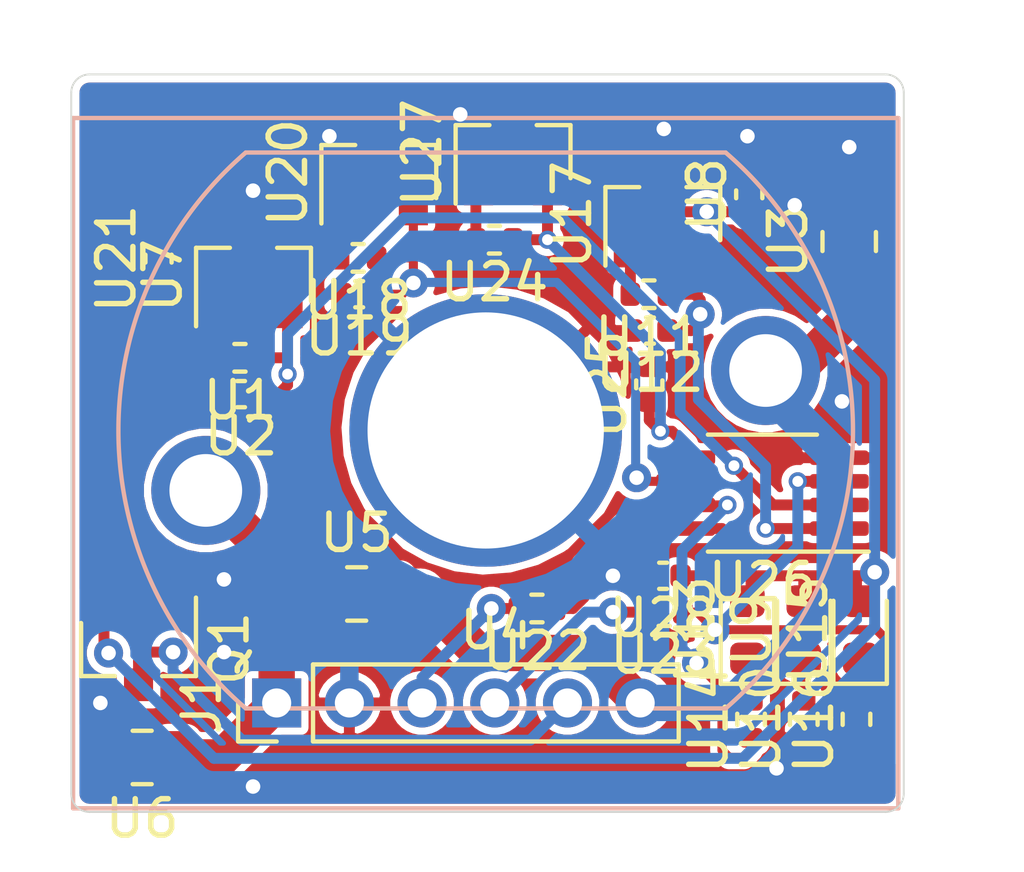
<source format=kicad_pcb>
(kicad_pcb (version 20171130) (host pcbnew 5.1.7-a382d34a8~87~ubuntu20.04.1)

  (general
    (thickness 1.6)
    (drawings 8)
    (tracks 210)
    (zones 0)
    (modules 30)
    (nets 17)
  )

  (page A4)
  (layers
    (0 F.Cu signal)
    (31 B.Cu signal)
    (32 B.Adhes user)
    (33 F.Adhes user)
    (34 B.Paste user)
    (35 F.Paste user)
    (36 B.SilkS user)
    (37 F.SilkS user hide)
    (38 B.Mask user)
    (39 F.Mask user)
    (40 Dwgs.User user)
    (41 Cmts.User user)
    (42 Eco1.User user)
    (43 Eco2.User user)
    (44 Edge.Cuts user)
    (45 Margin user)
    (46 B.CrtYd user)
    (47 F.CrtYd user)
    (48 B.Fab user)
    (49 F.Fab user)
  )

  (setup
    (last_trace_width 0.15)
    (user_trace_width 0.15)
    (user_trace_width 0.25)
    (user_trace_width 0.3)
    (user_trace_width 1)
    (trace_clearance 0.2)
    (zone_clearance 0.2)
    (zone_45_only no)
    (trace_min 0.13)
    (via_size 0.8)
    (via_drill 0.4)
    (via_min_size 0.45)
    (via_min_drill 0.2)
    (user_via 0.5 0.3)
    (uvia_size 0.2)
    (uvia_drill 0.1)
    (uvias_allowed no)
    (uvia_min_size 0.2)
    (uvia_min_drill 0.1)
    (edge_width 0.05)
    (segment_width 0.2)
    (pcb_text_width 0.3)
    (pcb_text_size 1.5 1.5)
    (mod_edge_width 0.12)
    (mod_text_size 1 1)
    (mod_text_width 0.15)
    (pad_size 7.5 7.5)
    (pad_drill 6.5)
    (pad_to_mask_clearance 0)
    (aux_axis_origin 0 0)
    (visible_elements FFFFFF7F)
    (pcbplotparams
      (layerselection 0x010fc_ffffffff)
      (usegerberextensions false)
      (usegerberattributes true)
      (usegerberadvancedattributes true)
      (creategerberjobfile true)
      (excludeedgelayer true)
      (linewidth 0.100000)
      (plotframeref false)
      (viasonmask false)
      (mode 1)
      (useauxorigin false)
      (hpglpennumber 1)
      (hpglpenspeed 20)
      (hpglpendiameter 15.000000)
      (psnegative false)
      (psa4output false)
      (plotreference true)
      (plotvalue true)
      (plotinvisibletext false)
      (padsonsilk false)
      (subtractmaskfromsilk false)
      (outputformat 1)
      (mirror false)
      (drillshape 1)
      (scaleselection 1)
      (outputdirectory ""))
  )

  (net 0 "")
  (net 1 /M+)
  (net 2 "Net-(J1-Pad5)")
  (net 3 /A)
  (net 4 /B)
  (net 5 GND)
  (net 6 /M-)
  (net 7 VCC)
  (net 8 /A0)
  (net 9 "Net-(U10-Pad2)")
  (net 10 /A1)
  (net 11 /~A)
  (net 12 /~B)
  (net 13 /B0)
  (net 14 /B1)
  (net 15 "Net-(U13-Pad1)")
  (net 16 "Net-(U15-Pad1)")

  (net_class Default "This is the default net class."
    (clearance 0.2)
    (trace_width 0.2)
    (via_dia 0.8)
    (via_drill 0.4)
    (uvia_dia 0.2)
    (uvia_drill 0.1)
    (add_net /A)
    (add_net /A0)
    (add_net /A1)
    (add_net /B)
    (add_net /B0)
    (add_net /B1)
    (add_net /M+)
    (add_net /M-)
    (add_net /~A)
    (add_net /~B)
    (add_net GND)
    (add_net "Net-(J1-Pad5)")
    (add_net "Net-(U10-Pad2)")
    (add_net "Net-(U13-Pad1)")
    (add_net "Net-(U15-Pad1)")
    (add_net VCC)
  )

  (module Connector_PinHeader_2.00mm:PinHeader_1x06_P2.00mm_Vertical (layer F.Cu) (tedit 59FED667) (tstamp 5F864D9C)
    (at 138.25 123.5 90)
    (descr "Through hole straight pin header, 1x06, 2.00mm pitch, single row")
    (tags "Through hole pin header THT 1x06 2.00mm single row")
    (path /5F85523D)
    (fp_text reference J1 (at 0 -2.06 90) (layer F.SilkS)
      (effects (font (size 1 1) (thickness 0.15)))
    )
    (fp_text value Conn_01x06 (at 0 12.06 90) (layer F.Fab)
      (effects (font (size 1 1) (thickness 0.15)))
    )
    (fp_line (start 1.5 -1.5) (end -1.5 -1.5) (layer F.CrtYd) (width 0.05))
    (fp_line (start 1.5 11.5) (end 1.5 -1.5) (layer F.CrtYd) (width 0.05))
    (fp_line (start -1.5 11.5) (end 1.5 11.5) (layer F.CrtYd) (width 0.05))
    (fp_line (start -1.5 -1.5) (end -1.5 11.5) (layer F.CrtYd) (width 0.05))
    (fp_line (start -1.06 -1.06) (end 0 -1.06) (layer F.SilkS) (width 0.12))
    (fp_line (start -1.06 0) (end -1.06 -1.06) (layer F.SilkS) (width 0.12))
    (fp_line (start -1.06 1) (end 1.06 1) (layer F.SilkS) (width 0.12))
    (fp_line (start 1.06 1) (end 1.06 11.06) (layer F.SilkS) (width 0.12))
    (fp_line (start -1.06 1) (end -1.06 11.06) (layer F.SilkS) (width 0.12))
    (fp_line (start -1.06 11.06) (end 1.06 11.06) (layer F.SilkS) (width 0.12))
    (fp_line (start -1 -0.5) (end -0.5 -1) (layer F.Fab) (width 0.1))
    (fp_line (start -1 11) (end -1 -0.5) (layer F.Fab) (width 0.1))
    (fp_line (start 1 11) (end -1 11) (layer F.Fab) (width 0.1))
    (fp_line (start 1 -1) (end 1 11) (layer F.Fab) (width 0.1))
    (fp_line (start -0.5 -1) (end 1 -1) (layer F.Fab) (width 0.1))
    (fp_text user %R (at 0 5) (layer F.Fab)
      (effects (font (size 1 1) (thickness 0.15)))
    )
    (pad 6 thru_hole oval (at 0 10 90) (size 1.35 1.35) (drill 0.8) (layers *.Cu *.Mask)
      (net 1 /M+))
    (pad 5 thru_hole oval (at 0 8 90) (size 1.35 1.35) (drill 0.8) (layers *.Cu *.Mask)
      (net 2 "Net-(J1-Pad5)"))
    (pad 4 thru_hole oval (at 0 6 90) (size 1.35 1.35) (drill 0.8) (layers *.Cu *.Mask)
      (net 4 /B))
    (pad 3 thru_hole oval (at 0 4 90) (size 1.35 1.35) (drill 0.8) (layers *.Cu *.Mask)
      (net 3 /A))
    (pad 2 thru_hole oval (at 0 2 90) (size 1.35 1.35) (drill 0.8) (layers *.Cu *.Mask)
      (net 5 GND))
    (pad 1 thru_hole rect (at 0 0 90) (size 1.35 1.35) (drill 0.8) (layers *.Cu *.Mask)
      (net 6 /M-))
    (model "/home/martintar/Dokumenty/freeCAD/JST - PH - 6Pin - 2.00mm.stp"
      (offset (xyz 0 -5 0))
      (scale (xyz 1 1 1))
      (rotate (xyz 0 0 -90))
    )
  )

  (module Resistor_SMD:R_0402_1005Metric (layer F.Cu) (tedit 5F68FEEE) (tstamp 5F85C9C5)
    (at 144.24 110.75 180)
    (descr "Resistor SMD 0402 (1005 Metric), square (rectangular) end terminal, IPC_7351 nominal, (Body size source: IPC-SM-782 page 72, https://www.pcb-3d.com/wordpress/wp-content/uploads/ipc-sm-782a_amendment_1_and_2.pdf), generated with kicad-footprint-generator")
    (tags resistor)
    (path /5F8679BE)
    (attr smd)
    (fp_text reference U24 (at 0 -1.17) (layer F.SilkS)
      (effects (font (size 1 1) (thickness 0.15)))
    )
    (fp_text value 47k (at 0 1.17) (layer F.Fab)
      (effects (font (size 1 1) (thickness 0.15)))
    )
    (fp_line (start -0.525 0.27) (end -0.525 -0.27) (layer F.Fab) (width 0.1))
    (fp_line (start -0.525 -0.27) (end 0.525 -0.27) (layer F.Fab) (width 0.1))
    (fp_line (start 0.525 -0.27) (end 0.525 0.27) (layer F.Fab) (width 0.1))
    (fp_line (start 0.525 0.27) (end -0.525 0.27) (layer F.Fab) (width 0.1))
    (fp_line (start -0.153641 -0.38) (end 0.153641 -0.38) (layer F.SilkS) (width 0.12))
    (fp_line (start -0.153641 0.38) (end 0.153641 0.38) (layer F.SilkS) (width 0.12))
    (fp_line (start -0.93 0.47) (end -0.93 -0.47) (layer F.CrtYd) (width 0.05))
    (fp_line (start -0.93 -0.47) (end 0.93 -0.47) (layer F.CrtYd) (width 0.05))
    (fp_line (start 0.93 -0.47) (end 0.93 0.47) (layer F.CrtYd) (width 0.05))
    (fp_line (start 0.93 0.47) (end -0.93 0.47) (layer F.CrtYd) (width 0.05))
    (fp_text user %R (at 0 0) (layer F.Fab)
      (effects (font (size 0.26 0.26) (thickness 0.04)))
    )
    (pad 2 smd roundrect (at 0.51 0 180) (size 0.54 0.64) (layers F.Cu F.Paste F.Mask) (roundrect_rratio 0.25)
      (net 7 VCC))
    (pad 1 smd roundrect (at -0.51 0 180) (size 0.54 0.64) (layers F.Cu F.Paste F.Mask) (roundrect_rratio 0.25)
      (net 14 /B1))
    (model ${KISYS3DMOD}/Resistor_SMD.3dshapes/R_0402_1005Metric.wrl
      (at (xyz 0 0 0))
      (scale (xyz 1 1 1))
      (rotate (xyz 0 0 0))
    )
  )

  (module Resistor_SMD:R_0402_1005Metric (layer F.Cu) (tedit 5F68FEEE) (tstamp 5F85C995)
    (at 140.49 111.25 180)
    (descr "Resistor SMD 0402 (1005 Metric), square (rectangular) end terminal, IPC_7351 nominal, (Body size source: IPC-SM-782 page 72, https://www.pcb-3d.com/wordpress/wp-content/uploads/ipc-sm-782a_amendment_1_and_2.pdf), generated with kicad-footprint-generator")
    (tags resistor)
    (path /5F8A9DF8)
    (attr smd)
    (fp_text reference U18 (at 0 -1.17) (layer F.SilkS)
      (effects (font (size 1 1) (thickness 0.15)))
    )
    (fp_text value 47k (at 0 1.17) (layer F.Fab)
      (effects (font (size 1 1) (thickness 0.15)))
    )
    (fp_line (start -0.525 0.27) (end -0.525 -0.27) (layer F.Fab) (width 0.1))
    (fp_line (start -0.525 -0.27) (end 0.525 -0.27) (layer F.Fab) (width 0.1))
    (fp_line (start 0.525 -0.27) (end 0.525 0.27) (layer F.Fab) (width 0.1))
    (fp_line (start 0.525 0.27) (end -0.525 0.27) (layer F.Fab) (width 0.1))
    (fp_line (start -0.153641 -0.38) (end 0.153641 -0.38) (layer F.SilkS) (width 0.12))
    (fp_line (start -0.153641 0.38) (end 0.153641 0.38) (layer F.SilkS) (width 0.12))
    (fp_line (start -0.93 0.47) (end -0.93 -0.47) (layer F.CrtYd) (width 0.05))
    (fp_line (start -0.93 -0.47) (end 0.93 -0.47) (layer F.CrtYd) (width 0.05))
    (fp_line (start 0.93 -0.47) (end 0.93 0.47) (layer F.CrtYd) (width 0.05))
    (fp_line (start 0.93 0.47) (end -0.93 0.47) (layer F.CrtYd) (width 0.05))
    (fp_text user %R (at 0 0) (layer F.Fab)
      (effects (font (size 0.26 0.26) (thickness 0.04)))
    )
    (pad 2 smd roundrect (at 0.51 0 180) (size 0.54 0.64) (layers F.Cu F.Paste F.Mask) (roundrect_rratio 0.25)
      (net 7 VCC))
    (pad 1 smd roundrect (at -0.51 0 180) (size 0.54 0.64) (layers F.Cu F.Paste F.Mask) (roundrect_rratio 0.25)
      (net 13 /B0))
    (model ${KISYS3DMOD}/Resistor_SMD.3dshapes/R_0402_1005Metric.wrl
      (at (xyz 0 0 0))
      (scale (xyz 1 1 1))
      (rotate (xyz 0 0 0))
    )
  )

  (module Resistor_SMD:R_0402_1005Metric (layer F.Cu) (tedit 5F68FEEE) (tstamp 5F85C965)
    (at 148.49 112.25 180)
    (descr "Resistor SMD 0402 (1005 Metric), square (rectangular) end terminal, IPC_7351 nominal, (Body size source: IPC-SM-782 page 72, https://www.pcb-3d.com/wordpress/wp-content/uploads/ipc-sm-782a_amendment_1_and_2.pdf), generated with kicad-footprint-generator")
    (tags resistor)
    (path /5F8AAAB3)
    (attr smd)
    (fp_text reference U11 (at 0 -1.17) (layer F.SilkS)
      (effects (font (size 1 1) (thickness 0.15)))
    )
    (fp_text value 47k (at 0 1.17) (layer F.Fab)
      (effects (font (size 1 1) (thickness 0.15)))
    )
    (fp_line (start -0.525 0.27) (end -0.525 -0.27) (layer F.Fab) (width 0.1))
    (fp_line (start -0.525 -0.27) (end 0.525 -0.27) (layer F.Fab) (width 0.1))
    (fp_line (start 0.525 -0.27) (end 0.525 0.27) (layer F.Fab) (width 0.1))
    (fp_line (start 0.525 0.27) (end -0.525 0.27) (layer F.Fab) (width 0.1))
    (fp_line (start -0.153641 -0.38) (end 0.153641 -0.38) (layer F.SilkS) (width 0.12))
    (fp_line (start -0.153641 0.38) (end 0.153641 0.38) (layer F.SilkS) (width 0.12))
    (fp_line (start -0.93 0.47) (end -0.93 -0.47) (layer F.CrtYd) (width 0.05))
    (fp_line (start -0.93 -0.47) (end 0.93 -0.47) (layer F.CrtYd) (width 0.05))
    (fp_line (start 0.93 -0.47) (end 0.93 0.47) (layer F.CrtYd) (width 0.05))
    (fp_line (start 0.93 0.47) (end -0.93 0.47) (layer F.CrtYd) (width 0.05))
    (fp_text user %R (at 0 0) (layer F.Fab)
      (effects (font (size 0.26 0.26) (thickness 0.04)))
    )
    (pad 2 smd roundrect (at 0.51 0 180) (size 0.54 0.64) (layers F.Cu F.Paste F.Mask) (roundrect_rratio 0.25)
      (net 7 VCC))
    (pad 1 smd roundrect (at -0.51 0 180) (size 0.54 0.64) (layers F.Cu F.Paste F.Mask) (roundrect_rratio 0.25)
      (net 10 /A1))
    (model ${KISYS3DMOD}/Resistor_SMD.3dshapes/R_0402_1005Metric.wrl
      (at (xyz 0 0 0))
      (scale (xyz 1 1 1))
      (rotate (xyz 0 0 0))
    )
  )

  (module Resistor_SMD:R_0402_1005Metric (layer F.Cu) (tedit 5F68FEEE) (tstamp 5F85C935)
    (at 137.24 114 180)
    (descr "Resistor SMD 0402 (1005 Metric), square (rectangular) end terminal, IPC_7351 nominal, (Body size source: IPC-SM-782 page 72, https://www.pcb-3d.com/wordpress/wp-content/uploads/ipc-sm-782a_amendment_1_and_2.pdf), generated with kicad-footprint-generator")
    (tags resistor)
    (path /5F8AB6B8)
    (attr smd)
    (fp_text reference U1 (at 0 -1.17) (layer F.SilkS)
      (effects (font (size 1 1) (thickness 0.15)))
    )
    (fp_text value 47k (at 0 1.17) (layer F.Fab)
      (effects (font (size 1 1) (thickness 0.15)))
    )
    (fp_line (start -0.525 0.27) (end -0.525 -0.27) (layer F.Fab) (width 0.1))
    (fp_line (start -0.525 -0.27) (end 0.525 -0.27) (layer F.Fab) (width 0.1))
    (fp_line (start 0.525 -0.27) (end 0.525 0.27) (layer F.Fab) (width 0.1))
    (fp_line (start 0.525 0.27) (end -0.525 0.27) (layer F.Fab) (width 0.1))
    (fp_line (start -0.153641 -0.38) (end 0.153641 -0.38) (layer F.SilkS) (width 0.12))
    (fp_line (start -0.153641 0.38) (end 0.153641 0.38) (layer F.SilkS) (width 0.12))
    (fp_line (start -0.93 0.47) (end -0.93 -0.47) (layer F.CrtYd) (width 0.05))
    (fp_line (start -0.93 -0.47) (end 0.93 -0.47) (layer F.CrtYd) (width 0.05))
    (fp_line (start 0.93 -0.47) (end 0.93 0.47) (layer F.CrtYd) (width 0.05))
    (fp_line (start 0.93 0.47) (end -0.93 0.47) (layer F.CrtYd) (width 0.05))
    (fp_text user %R (at 0 0) (layer F.Fab)
      (effects (font (size 0.26 0.26) (thickness 0.04)))
    )
    (pad 2 smd roundrect (at 0.51 0 180) (size 0.54 0.64) (layers F.Cu F.Paste F.Mask) (roundrect_rratio 0.25)
      (net 7 VCC))
    (pad 1 smd roundrect (at -0.51 0 180) (size 0.54 0.64) (layers F.Cu F.Paste F.Mask) (roundrect_rratio 0.25)
      (net 8 /A0))
    (model ${KISYS3DMOD}/Resistor_SMD.3dshapes/R_0402_1005Metric.wrl
      (at (xyz 0 0 0))
      (scale (xyz 1 1 1))
      (rotate (xyz 0 0 0))
    )
  )

  (module Capacitor_SMD:C_0402_1005Metric (layer F.Cu) (tedit 5F68FEEE) (tstamp 5F85BB2B)
    (at 148.88 120 180)
    (descr "Capacitor SMD 0402 (1005 Metric), square (rectangular) end terminal, IPC_7351 nominal, (Body size source: IPC-SM-782 page 76, https://www.pcb-3d.com/wordpress/wp-content/uploads/ipc-sm-782a_amendment_1_and_2.pdf), generated with kicad-footprint-generator")
    (tags capacitor)
    (path /5F83B026)
    (attr smd)
    (fp_text reference U28 (at 0 -1.16) (layer F.SilkS)
      (effects (font (size 1 1) (thickness 0.15)))
    )
    (fp_text value 22n/50V (at 0 1.16) (layer F.Fab)
      (effects (font (size 1 1) (thickness 0.15)))
    )
    (fp_line (start -0.5 0.25) (end -0.5 -0.25) (layer F.Fab) (width 0.1))
    (fp_line (start -0.5 -0.25) (end 0.5 -0.25) (layer F.Fab) (width 0.1))
    (fp_line (start 0.5 -0.25) (end 0.5 0.25) (layer F.Fab) (width 0.1))
    (fp_line (start 0.5 0.25) (end -0.5 0.25) (layer F.Fab) (width 0.1))
    (fp_line (start -0.107836 -0.36) (end 0.107836 -0.36) (layer F.SilkS) (width 0.12))
    (fp_line (start -0.107836 0.36) (end 0.107836 0.36) (layer F.SilkS) (width 0.12))
    (fp_line (start -0.91 0.46) (end -0.91 -0.46) (layer F.CrtYd) (width 0.05))
    (fp_line (start -0.91 -0.46) (end 0.91 -0.46) (layer F.CrtYd) (width 0.05))
    (fp_line (start 0.91 -0.46) (end 0.91 0.46) (layer F.CrtYd) (width 0.05))
    (fp_line (start 0.91 0.46) (end -0.91 0.46) (layer F.CrtYd) (width 0.05))
    (fp_text user %R (at 0 0) (layer F.Fab)
      (effects (font (size 0.25 0.25) (thickness 0.04)))
    )
    (pad 2 smd roundrect (at 0.48 0 180) (size 0.56 0.62) (layers F.Cu F.Paste F.Mask) (roundrect_rratio 0.25)
      (net 5 GND))
    (pad 1 smd roundrect (at -0.48 0 180) (size 0.56 0.62) (layers F.Cu F.Paste F.Mask) (roundrect_rratio 0.25)
      (net 7 VCC))
    (model ${KISYS3DMOD}/Capacitor_SMD.3dshapes/C_0402_1005Metric.wrl
      (at (xyz 0 0 0))
      (scale (xyz 1 1 1))
      (rotate (xyz 0 0 0))
    )
  )

  (module Package_TO_SOT_SMD:SOT-23 (layer F.Cu) (tedit 5A02FF57) (tstamp 5F85BB1A)
    (at 144.752946 108.35521 90)
    (descr "SOT-23, Standard")
    (tags SOT-23)
    (path /5F83AED4)
    (attr smd)
    (fp_text reference U27 (at 0 -2.5 90) (layer F.SilkS)
      (effects (font (size 1 1) (thickness 0.15)))
    )
    (fp_text value MH253ESO (at 0 2.5 90) (layer F.Fab)
      (effects (font (size 1 1) (thickness 0.15)))
    )
    (fp_line (start -0.7 -0.95) (end -0.7 1.5) (layer F.Fab) (width 0.1))
    (fp_line (start -0.15 -1.52) (end 0.7 -1.52) (layer F.Fab) (width 0.1))
    (fp_line (start -0.7 -0.95) (end -0.15 -1.52) (layer F.Fab) (width 0.1))
    (fp_line (start 0.7 -1.52) (end 0.7 1.52) (layer F.Fab) (width 0.1))
    (fp_line (start -0.7 1.52) (end 0.7 1.52) (layer F.Fab) (width 0.1))
    (fp_line (start 0.76 1.58) (end 0.76 0.65) (layer F.SilkS) (width 0.12))
    (fp_line (start 0.76 -1.58) (end 0.76 -0.65) (layer F.SilkS) (width 0.12))
    (fp_line (start -1.7 -1.75) (end 1.7 -1.75) (layer F.CrtYd) (width 0.05))
    (fp_line (start 1.7 -1.75) (end 1.7 1.75) (layer F.CrtYd) (width 0.05))
    (fp_line (start 1.7 1.75) (end -1.7 1.75) (layer F.CrtYd) (width 0.05))
    (fp_line (start -1.7 1.75) (end -1.7 -1.75) (layer F.CrtYd) (width 0.05))
    (fp_line (start 0.76 -1.58) (end -1.4 -1.58) (layer F.SilkS) (width 0.12))
    (fp_line (start 0.76 1.58) (end -0.7 1.58) (layer F.SilkS) (width 0.12))
    (fp_text user %R (at 0 -1.55) (layer F.Fab)
      (effects (font (size 0.5 0.5) (thickness 0.075)))
    )
    (pad 3 smd rect (at 1 0 90) (size 0.9 0.8) (layers F.Cu F.Paste F.Mask)
      (net 5 GND))
    (pad 2 smd rect (at -1 0.95 90) (size 0.9 0.8) (layers F.Cu F.Paste F.Mask)
      (net 14 /B1))
    (pad 1 smd rect (at -1 -0.95 90) (size 0.9 0.8) (layers F.Cu F.Paste F.Mask)
      (net 7 VCC))
    (model ${KISYS3DMOD}/Package_TO_SOT_SMD.3dshapes/SOT-23.wrl
      (at (xyz 0 0 0))
      (scale (xyz 1 1 1))
      (rotate (xyz 0 0 0))
    )
  )

  (module Package_SO:MSOP-8_3x3mm_P0.65mm (layer F.Cu) (tedit 5E509FDD) (tstamp 5F864BE1)
    (at 151.6125 117.725 180)
    (descr "MSOP, 8 Pin (https://www.jedec.org/system/files/docs/mo-187F.pdf variant AA), generated with kicad-footprint-generator ipc_gullwing_generator.py")
    (tags "MSOP SO")
    (path /5F83AE4E)
    (attr smd)
    (fp_text reference U26 (at 0 -2.45) (layer F.SilkS)
      (effects (font (size 1 1) (thickness 0.15)))
    )
    (fp_text value SN74LVC2G86DCTR (at 0 2.45) (layer F.Fab)
      (effects (font (size 1 1) (thickness 0.15)))
    )
    (fp_line (start 0 1.61) (end 1.5 1.61) (layer F.SilkS) (width 0.12))
    (fp_line (start 0 1.61) (end -1.5 1.61) (layer F.SilkS) (width 0.12))
    (fp_line (start 0 -1.61) (end 1.5 -1.61) (layer F.SilkS) (width 0.12))
    (fp_line (start 0 -1.61) (end -2.925 -1.61) (layer F.SilkS) (width 0.12))
    (fp_line (start -0.75 -1.5) (end 1.5 -1.5) (layer F.Fab) (width 0.1))
    (fp_line (start 1.5 -1.5) (end 1.5 1.5) (layer F.Fab) (width 0.1))
    (fp_line (start 1.5 1.5) (end -1.5 1.5) (layer F.Fab) (width 0.1))
    (fp_line (start -1.5 1.5) (end -1.5 -0.75) (layer F.Fab) (width 0.1))
    (fp_line (start -1.5 -0.75) (end -0.75 -1.5) (layer F.Fab) (width 0.1))
    (fp_line (start -3.18 -1.75) (end -3.18 1.75) (layer F.CrtYd) (width 0.05))
    (fp_line (start -3.18 1.75) (end 3.18 1.75) (layer F.CrtYd) (width 0.05))
    (fp_line (start 3.18 1.75) (end 3.18 -1.75) (layer F.CrtYd) (width 0.05))
    (fp_line (start 3.18 -1.75) (end -3.18 -1.75) (layer F.CrtYd) (width 0.05))
    (fp_text user %R (at 0 0) (layer F.Fab)
      (effects (font (size 0.75 0.75) (thickness 0.11)))
    )
    (pad 8 smd roundrect (at 2.1125 -0.975 180) (size 1.625 0.4) (layers F.Cu F.Paste F.Mask) (roundrect_rratio 0.25)
      (net 7 VCC))
    (pad 7 smd roundrect (at 2.1125 -0.325 180) (size 1.625 0.4) (layers F.Cu F.Paste F.Mask) (roundrect_rratio 0.25)
      (net 11 /~A))
    (pad 6 smd roundrect (at 2.1125 0.325 180) (size 1.625 0.4) (layers F.Cu F.Paste F.Mask) (roundrect_rratio 0.25)
      (net 13 /B0))
    (pad 5 smd roundrect (at 2.1125 0.975 180) (size 1.625 0.4) (layers F.Cu F.Paste F.Mask) (roundrect_rratio 0.25)
      (net 14 /B1))
    (pad 4 smd roundrect (at -2.1125 0.975 180) (size 1.625 0.4) (layers F.Cu F.Paste F.Mask) (roundrect_rratio 0.25)
      (net 5 GND))
    (pad 3 smd roundrect (at -2.1125 0.325 180) (size 1.625 0.4) (layers F.Cu F.Paste F.Mask) (roundrect_rratio 0.25)
      (net 12 /~B))
    (pad 2 smd roundrect (at -2.1125 -0.325 180) (size 1.625 0.4) (layers F.Cu F.Paste F.Mask) (roundrect_rratio 0.25)
      (net 8 /A0))
    (pad 1 smd roundrect (at -2.1125 -0.975 180) (size 1.625 0.4) (layers F.Cu F.Paste F.Mask) (roundrect_rratio 0.25)
      (net 10 /A1))
    (model ${KISYS3DMOD}/Package_SO.3dshapes/MSOP-8_3x3mm_P0.65mm.wrl
      (at (xyz 0 0 0))
      (scale (xyz 1 1 1))
      (rotate (xyz 0 0 0))
    )
  )

  (module Capacitor_SMD:C_0402_1005Metric (layer F.Cu) (tedit 5F68FEEE) (tstamp 5F868244)
    (at 148.5 114.73 90)
    (descr "Capacitor SMD 0402 (1005 Metric), square (rectangular) end terminal, IPC_7351 nominal, (Body size source: IPC-SM-782 page 76, https://www.pcb-3d.com/wordpress/wp-content/uploads/ipc-sm-782a_amendment_1_and_2.pdf), generated with kicad-footprint-generator")
    (tags capacitor)
    (path /5F876094)
    (attr smd)
    (fp_text reference U25 (at 0 -1.16 90) (layer F.SilkS)
      (effects (font (size 1 1) (thickness 0.15)))
    )
    (fp_text value 18p/50V (at 0 1.16 90) (layer F.Fab)
      (effects (font (size 1 1) (thickness 0.15)))
    )
    (fp_line (start -0.5 0.25) (end -0.5 -0.25) (layer F.Fab) (width 0.1))
    (fp_line (start -0.5 -0.25) (end 0.5 -0.25) (layer F.Fab) (width 0.1))
    (fp_line (start 0.5 -0.25) (end 0.5 0.25) (layer F.Fab) (width 0.1))
    (fp_line (start 0.5 0.25) (end -0.5 0.25) (layer F.Fab) (width 0.1))
    (fp_line (start -0.107836 -0.36) (end 0.107836 -0.36) (layer F.SilkS) (width 0.12))
    (fp_line (start -0.107836 0.36) (end 0.107836 0.36) (layer F.SilkS) (width 0.12))
    (fp_line (start -0.91 0.46) (end -0.91 -0.46) (layer F.CrtYd) (width 0.05))
    (fp_line (start -0.91 -0.46) (end 0.91 -0.46) (layer F.CrtYd) (width 0.05))
    (fp_line (start 0.91 -0.46) (end 0.91 0.46) (layer F.CrtYd) (width 0.05))
    (fp_line (start 0.91 0.46) (end -0.91 0.46) (layer F.CrtYd) (width 0.05))
    (fp_text user %R (at 0 0 90) (layer F.Fab)
      (effects (font (size 0.25 0.25) (thickness 0.04)))
    )
    (pad 2 smd roundrect (at 0.48 0 90) (size 0.56 0.62) (layers F.Cu F.Paste F.Mask) (roundrect_rratio 0.25)
      (net 5 GND))
    (pad 1 smd roundrect (at -0.48 0 90) (size 0.56 0.62) (layers F.Cu F.Paste F.Mask) (roundrect_rratio 0.25)
      (net 14 /B1))
    (model ${KISYS3DMOD}/Capacitor_SMD.3dshapes/C_0402_1005Metric.wrl
      (at (xyz 0 0 0))
      (scale (xyz 1 1 1))
      (rotate (xyz 0 0 0))
    )
  )

  (module Resistor_SMD:R_0402_1005Metric (layer F.Cu) (tedit 5F68FEEE) (tstamp 5F86A45A)
    (at 148.91 121 180)
    (descr "Resistor SMD 0402 (1005 Metric), square (rectangular) end terminal, IPC_7351 nominal, (Body size source: IPC-SM-782 page 72, https://www.pcb-3d.com/wordpress/wp-content/uploads/ipc-sm-782a_amendment_1_and_2.pdf), generated with kicad-footprint-generator")
    (tags resistor)
    (path /5F8619A9)
    (attr smd)
    (fp_text reference U23 (at 0 -1.17) (layer F.SilkS)
      (effects (font (size 1 1) (thickness 0.15)))
    )
    (fp_text value 200 (at 0 1.17) (layer F.Fab)
      (effects (font (size 1 1) (thickness 0.15)))
    )
    (fp_line (start -0.525 0.27) (end -0.525 -0.27) (layer F.Fab) (width 0.1))
    (fp_line (start -0.525 -0.27) (end 0.525 -0.27) (layer F.Fab) (width 0.1))
    (fp_line (start 0.525 -0.27) (end 0.525 0.27) (layer F.Fab) (width 0.1))
    (fp_line (start 0.525 0.27) (end -0.525 0.27) (layer F.Fab) (width 0.1))
    (fp_line (start -0.153641 -0.38) (end 0.153641 -0.38) (layer F.SilkS) (width 0.12))
    (fp_line (start -0.153641 0.38) (end 0.153641 0.38) (layer F.SilkS) (width 0.12))
    (fp_line (start -0.93 0.47) (end -0.93 -0.47) (layer F.CrtYd) (width 0.05))
    (fp_line (start -0.93 -0.47) (end 0.93 -0.47) (layer F.CrtYd) (width 0.05))
    (fp_line (start 0.93 -0.47) (end 0.93 0.47) (layer F.CrtYd) (width 0.05))
    (fp_line (start 0.93 0.47) (end -0.93 0.47) (layer F.CrtYd) (width 0.05))
    (fp_text user %R (at 0 0) (layer F.Fab)
      (effects (font (size 0.26 0.26) (thickness 0.04)))
    )
    (pad 2 smd roundrect (at 0.51 0 180) (size 0.54 0.64) (layers F.Cu F.Paste F.Mask) (roundrect_rratio 0.25)
      (net 4 /B))
    (pad 1 smd roundrect (at -0.51 0 180) (size 0.54 0.64) (layers F.Cu F.Paste F.Mask) (roundrect_rratio 0.25)
      (net 12 /~B))
    (model ${KISYS3DMOD}/Resistor_SMD.3dshapes/R_0402_1005Metric.wrl
      (at (xyz 0 0 0))
      (scale (xyz 1 1 1))
      (rotate (xyz 0 0 0))
    )
  )

  (module Resistor_SMD:R_0402_1005Metric (layer F.Cu) (tedit 5F68FEEE) (tstamp 5F85BAC9)
    (at 145.41 120.9 180)
    (descr "Resistor SMD 0402 (1005 Metric), square (rectangular) end terminal, IPC_7351 nominal, (Body size source: IPC-SM-782 page 72, https://www.pcb-3d.com/wordpress/wp-content/uploads/ipc-sm-782a_amendment_1_and_2.pdf), generated with kicad-footprint-generator")
    (tags resistor)
    (path /5F83B041)
    (attr smd)
    (fp_text reference U22 (at 0 -1.17) (layer F.SilkS)
      (effects (font (size 1 1) (thickness 0.15)))
    )
    (fp_text value 200 (at 0 1.17) (layer F.Fab)
      (effects (font (size 1 1) (thickness 0.15)))
    )
    (fp_line (start -0.525 0.27) (end -0.525 -0.27) (layer F.Fab) (width 0.1))
    (fp_line (start -0.525 -0.27) (end 0.525 -0.27) (layer F.Fab) (width 0.1))
    (fp_line (start 0.525 -0.27) (end 0.525 0.27) (layer F.Fab) (width 0.1))
    (fp_line (start 0.525 0.27) (end -0.525 0.27) (layer F.Fab) (width 0.1))
    (fp_line (start -0.153641 -0.38) (end 0.153641 -0.38) (layer F.SilkS) (width 0.12))
    (fp_line (start -0.153641 0.38) (end 0.153641 0.38) (layer F.SilkS) (width 0.12))
    (fp_line (start -0.93 0.47) (end -0.93 -0.47) (layer F.CrtYd) (width 0.05))
    (fp_line (start -0.93 -0.47) (end 0.93 -0.47) (layer F.CrtYd) (width 0.05))
    (fp_line (start 0.93 -0.47) (end 0.93 0.47) (layer F.CrtYd) (width 0.05))
    (fp_line (start 0.93 0.47) (end -0.93 0.47) (layer F.CrtYd) (width 0.05))
    (fp_text user %R (at 0 0) (layer F.Fab)
      (effects (font (size 0.26 0.26) (thickness 0.04)))
    )
    (pad 2 smd roundrect (at 0.51 0 180) (size 0.54 0.64) (layers F.Cu F.Paste F.Mask) (roundrect_rratio 0.25)
      (net 3 /A))
    (pad 1 smd roundrect (at -0.51 0 180) (size 0.54 0.64) (layers F.Cu F.Paste F.Mask) (roundrect_rratio 0.25)
      (net 11 /~A))
    (model ${KISYS3DMOD}/Resistor_SMD.3dshapes/R_0402_1005Metric.wrl
      (at (xyz 0 0 0))
      (scale (xyz 1 1 1))
      (rotate (xyz 0 0 0))
    )
  )

  (module Capacitor_SMD:C_0402_1005Metric (layer F.Cu) (tedit 5F68FEEE) (tstamp 5F868122)
    (at 135 111.27 90)
    (descr "Capacitor SMD 0402 (1005 Metric), square (rectangular) end terminal, IPC_7351 nominal, (Body size source: IPC-SM-782 page 76, https://www.pcb-3d.com/wordpress/wp-content/uploads/ipc-sm-782a_amendment_1_and_2.pdf), generated with kicad-footprint-generator")
    (tags capacitor)
    (path /5F877689)
    (attr smd)
    (fp_text reference U21 (at 0 -1.16 90) (layer F.SilkS)
      (effects (font (size 1 1) (thickness 0.15)))
    )
    (fp_text value 22n/50V (at 0 1.16 90) (layer F.Fab)
      (effects (font (size 1 1) (thickness 0.15)))
    )
    (fp_line (start -0.5 0.25) (end -0.5 -0.25) (layer F.Fab) (width 0.1))
    (fp_line (start -0.5 -0.25) (end 0.5 -0.25) (layer F.Fab) (width 0.1))
    (fp_line (start 0.5 -0.25) (end 0.5 0.25) (layer F.Fab) (width 0.1))
    (fp_line (start 0.5 0.25) (end -0.5 0.25) (layer F.Fab) (width 0.1))
    (fp_line (start -0.107836 -0.36) (end 0.107836 -0.36) (layer F.SilkS) (width 0.12))
    (fp_line (start -0.107836 0.36) (end 0.107836 0.36) (layer F.SilkS) (width 0.12))
    (fp_line (start -0.91 0.46) (end -0.91 -0.46) (layer F.CrtYd) (width 0.05))
    (fp_line (start -0.91 -0.46) (end 0.91 -0.46) (layer F.CrtYd) (width 0.05))
    (fp_line (start 0.91 -0.46) (end 0.91 0.46) (layer F.CrtYd) (width 0.05))
    (fp_line (start 0.91 0.46) (end -0.91 0.46) (layer F.CrtYd) (width 0.05))
    (fp_text user %R (at 0 0 90) (layer F.Fab)
      (effects (font (size 0.25 0.25) (thickness 0.04)))
    )
    (pad 2 smd roundrect (at 0.48 0 90) (size 0.56 0.62) (layers F.Cu F.Paste F.Mask) (roundrect_rratio 0.25)
      (net 5 GND))
    (pad 1 smd roundrect (at -0.48 0 90) (size 0.56 0.62) (layers F.Cu F.Paste F.Mask) (roundrect_rratio 0.25)
      (net 7 VCC))
    (model ${KISYS3DMOD}/Capacitor_SMD.3dshapes/C_0402_1005Metric.wrl
      (at (xyz 0 0 0))
      (scale (xyz 1 1 1))
      (rotate (xyz 0 0 0))
    )
  )

  (module Package_TO_SOT_SMD:SOT-23 (layer F.Cu) (tedit 5A02FF57) (tstamp 5F85BAA7)
    (at 141.06031 108.90296 90)
    (descr "SOT-23, Standard")
    (tags SOT-23)
    (path /5F86AC81)
    (attr smd)
    (fp_text reference U20 (at 0 -2.5 90) (layer F.SilkS)
      (effects (font (size 1 1) (thickness 0.15)))
    )
    (fp_text value MH253ESO (at 0 2.5 90) (layer F.Fab)
      (effects (font (size 1 1) (thickness 0.15)))
    )
    (fp_line (start -0.7 -0.95) (end -0.7 1.5) (layer F.Fab) (width 0.1))
    (fp_line (start -0.15 -1.52) (end 0.7 -1.52) (layer F.Fab) (width 0.1))
    (fp_line (start -0.7 -0.95) (end -0.15 -1.52) (layer F.Fab) (width 0.1))
    (fp_line (start 0.7 -1.52) (end 0.7 1.52) (layer F.Fab) (width 0.1))
    (fp_line (start -0.7 1.52) (end 0.7 1.52) (layer F.Fab) (width 0.1))
    (fp_line (start 0.76 1.58) (end 0.76 0.65) (layer F.SilkS) (width 0.12))
    (fp_line (start 0.76 -1.58) (end 0.76 -0.65) (layer F.SilkS) (width 0.12))
    (fp_line (start -1.7 -1.75) (end 1.7 -1.75) (layer F.CrtYd) (width 0.05))
    (fp_line (start 1.7 -1.75) (end 1.7 1.75) (layer F.CrtYd) (width 0.05))
    (fp_line (start 1.7 1.75) (end -1.7 1.75) (layer F.CrtYd) (width 0.05))
    (fp_line (start -1.7 1.75) (end -1.7 -1.75) (layer F.CrtYd) (width 0.05))
    (fp_line (start 0.76 -1.58) (end -1.4 -1.58) (layer F.SilkS) (width 0.12))
    (fp_line (start 0.76 1.58) (end -0.7 1.58) (layer F.SilkS) (width 0.12))
    (fp_text user %R (at 0 -1.2) (layer F.Fab)
      (effects (font (size 0.5 0.5) (thickness 0.075)))
    )
    (pad 3 smd rect (at 1 0 90) (size 0.9 0.8) (layers F.Cu F.Paste F.Mask)
      (net 5 GND))
    (pad 2 smd rect (at -1 0.95 90) (size 0.9 0.8) (layers F.Cu F.Paste F.Mask)
      (net 13 /B0))
    (pad 1 smd rect (at -1 -0.95 90) (size 0.9 0.8) (layers F.Cu F.Paste F.Mask)
      (net 7 VCC))
    (model ${KISYS3DMOD}/Package_TO_SOT_SMD.3dshapes/SOT-23.wrl
      (at (xyz 0 0 0))
      (scale (xyz 1 1 1))
      (rotate (xyz 0 0 0))
    )
  )

  (module Capacitor_SMD:C_0402_1005Metric (layer F.Cu) (tedit 5F68FEEE) (tstamp 5F85BA92)
    (at 140.52 112.25 180)
    (descr "Capacitor SMD 0402 (1005 Metric), square (rectangular) end terminal, IPC_7351 nominal, (Body size source: IPC-SM-782 page 76, https://www.pcb-3d.com/wordpress/wp-content/uploads/ipc-sm-782a_amendment_1_and_2.pdf), generated with kicad-footprint-generator")
    (tags capacitor)
    (path /5F8754D9)
    (attr smd)
    (fp_text reference U19 (at 0 -1.16) (layer F.SilkS)
      (effects (font (size 1 1) (thickness 0.15)))
    )
    (fp_text value 18p/50V (at 0 1.16) (layer F.Fab)
      (effects (font (size 1 1) (thickness 0.15)))
    )
    (fp_line (start -0.5 0.25) (end -0.5 -0.25) (layer F.Fab) (width 0.1))
    (fp_line (start -0.5 -0.25) (end 0.5 -0.25) (layer F.Fab) (width 0.1))
    (fp_line (start 0.5 -0.25) (end 0.5 0.25) (layer F.Fab) (width 0.1))
    (fp_line (start 0.5 0.25) (end -0.5 0.25) (layer F.Fab) (width 0.1))
    (fp_line (start -0.107836 -0.36) (end 0.107836 -0.36) (layer F.SilkS) (width 0.12))
    (fp_line (start -0.107836 0.36) (end 0.107836 0.36) (layer F.SilkS) (width 0.12))
    (fp_line (start -0.91 0.46) (end -0.91 -0.46) (layer F.CrtYd) (width 0.05))
    (fp_line (start -0.91 -0.46) (end 0.91 -0.46) (layer F.CrtYd) (width 0.05))
    (fp_line (start 0.91 -0.46) (end 0.91 0.46) (layer F.CrtYd) (width 0.05))
    (fp_line (start 0.91 0.46) (end -0.91 0.46) (layer F.CrtYd) (width 0.05))
    (fp_text user %R (at 0 0) (layer F.Fab)
      (effects (font (size 0.25 0.25) (thickness 0.04)))
    )
    (pad 2 smd roundrect (at 0.48 0 180) (size 0.56 0.62) (layers F.Cu F.Paste F.Mask) (roundrect_rratio 0.25)
      (net 5 GND))
    (pad 1 smd roundrect (at -0.48 0 180) (size 0.56 0.62) (layers F.Cu F.Paste F.Mask) (roundrect_rratio 0.25)
      (net 13 /B0))
    (model ${KISYS3DMOD}/Capacitor_SMD.3dshapes/C_0402_1005Metric.wrl
      (at (xyz 0 0 0))
      (scale (xyz 1 1 1))
      (rotate (xyz 0 0 0))
    )
  )

  (module Package_TO_SOT_SMD:SOT-23 (layer F.Cu) (tedit 5A02FF57) (tstamp 5F85BA81)
    (at 148.87327 110.06191 90)
    (descr "SOT-23, Standard")
    (tags SOT-23)
    (path /5F86BD7E)
    (attr smd)
    (fp_text reference U17 (at 0 -2.5 90) (layer F.SilkS)
      (effects (font (size 1 1) (thickness 0.15)))
    )
    (fp_text value MH253ESO (at 0 2.5 90) (layer F.Fab)
      (effects (font (size 1 1) (thickness 0.15)))
    )
    (fp_line (start -0.7 -0.95) (end -0.7 1.5) (layer F.Fab) (width 0.1))
    (fp_line (start -0.15 -1.52) (end 0.7 -1.52) (layer F.Fab) (width 0.1))
    (fp_line (start -0.7 -0.95) (end -0.15 -1.52) (layer F.Fab) (width 0.1))
    (fp_line (start 0.7 -1.52) (end 0.7 1.52) (layer F.Fab) (width 0.1))
    (fp_line (start -0.7 1.52) (end 0.7 1.52) (layer F.Fab) (width 0.1))
    (fp_line (start 0.76 1.58) (end 0.76 0.65) (layer F.SilkS) (width 0.12))
    (fp_line (start 0.76 -1.58) (end 0.76 -0.65) (layer F.SilkS) (width 0.12))
    (fp_line (start -1.7 -1.75) (end 1.7 -1.75) (layer F.CrtYd) (width 0.05))
    (fp_line (start 1.7 -1.75) (end 1.7 1.75) (layer F.CrtYd) (width 0.05))
    (fp_line (start 1.7 1.75) (end -1.7 1.75) (layer F.CrtYd) (width 0.05))
    (fp_line (start -1.7 1.75) (end -1.7 -1.75) (layer F.CrtYd) (width 0.05))
    (fp_line (start 0.76 -1.58) (end -1.4 -1.58) (layer F.SilkS) (width 0.12))
    (fp_line (start 0.76 1.58) (end -0.7 1.58) (layer F.SilkS) (width 0.12))
    (fp_text user %R (at -0.15 -1.52) (layer F.Fab)
      (effects (font (size 0.5 0.5) (thickness 0.075)))
    )
    (pad 3 smd rect (at 1 0 90) (size 0.9 0.8) (layers F.Cu F.Paste F.Mask)
      (net 5 GND))
    (pad 2 smd rect (at -1 0.95 90) (size 0.9 0.8) (layers F.Cu F.Paste F.Mask)
      (net 10 /A1))
    (pad 1 smd rect (at -1 -0.95 90) (size 0.9 0.8) (layers F.Cu F.Paste F.Mask)
      (net 7 VCC))
    (model ${KISYS3DMOD}/Package_TO_SOT_SMD.3dshapes/SOT-23.wrl
      (at (xyz 0 0 0))
      (scale (xyz 1 1 1))
      (rotate (xyz 0 0 0))
    )
  )

  (module Resistor_SMD:R_0402_1005Metric (layer F.Cu) (tedit 5F68FEEE) (tstamp 5F85BA6C)
    (at 154.2 123.95 90)
    (descr "Resistor SMD 0402 (1005 Metric), square (rectangular) end terminal, IPC_7351 nominal, (Body size source: IPC-SM-782 page 72, https://www.pcb-3d.com/wordpress/wp-content/uploads/ipc-sm-782a_amendment_1_and_2.pdf), generated with kicad-footprint-generator")
    (tags resistor)
    (path /5F889B2B)
    (attr smd)
    (fp_text reference U16 (at 0 -1.17 90) (layer F.SilkS)
      (effects (font (size 1 1) (thickness 0.15)))
    )
    (fp_text value 10k (at 0 1.17 90) (layer F.Fab)
      (effects (font (size 1 1) (thickness 0.15)))
    )
    (fp_line (start -0.525 0.27) (end -0.525 -0.27) (layer F.Fab) (width 0.1))
    (fp_line (start -0.525 -0.27) (end 0.525 -0.27) (layer F.Fab) (width 0.1))
    (fp_line (start 0.525 -0.27) (end 0.525 0.27) (layer F.Fab) (width 0.1))
    (fp_line (start 0.525 0.27) (end -0.525 0.27) (layer F.Fab) (width 0.1))
    (fp_line (start -0.153641 -0.38) (end 0.153641 -0.38) (layer F.SilkS) (width 0.12))
    (fp_line (start -0.153641 0.38) (end 0.153641 0.38) (layer F.SilkS) (width 0.12))
    (fp_line (start -0.93 0.47) (end -0.93 -0.47) (layer F.CrtYd) (width 0.05))
    (fp_line (start -0.93 -0.47) (end 0.93 -0.47) (layer F.CrtYd) (width 0.05))
    (fp_line (start 0.93 -0.47) (end 0.93 0.47) (layer F.CrtYd) (width 0.05))
    (fp_line (start 0.93 0.47) (end -0.93 0.47) (layer F.CrtYd) (width 0.05))
    (fp_text user %R (at 0 0 90) (layer F.Fab)
      (effects (font (size 0.26 0.26) (thickness 0.04)))
    )
    (pad 2 smd roundrect (at 0.51 0 90) (size 0.54 0.64) (layers F.Cu F.Paste F.Mask) (roundrect_rratio 0.25)
      (net 16 "Net-(U15-Pad1)"))
    (pad 1 smd roundrect (at -0.51 0 90) (size 0.54 0.64) (layers F.Cu F.Paste F.Mask) (roundrect_rratio 0.25)
      (net 12 /~B))
    (model ${KISYS3DMOD}/Resistor_SMD.3dshapes/R_0402_1005Metric.wrl
      (at (xyz 0 0 0))
      (scale (xyz 1 1 1))
      (rotate (xyz 0 0 0))
    )
  )

  (module LED_SMD:LED_0603_1608Metric (layer F.Cu) (tedit 5F68FEF1) (tstamp 5F85BA5B)
    (at 154.3 121.4875 90)
    (descr "LED SMD 0603 (1608 Metric), square (rectangular) end terminal, IPC_7351 nominal, (Body size source: http://www.tortai-tech.com/upload/download/2011102023233369053.pdf), generated with kicad-footprint-generator")
    (tags LED)
    (path /5F885A7C)
    (attr smd)
    (fp_text reference U15 (at 0 -1.43 90) (layer F.SilkS)
      (effects (font (size 1 1) (thickness 0.15)))
    )
    (fp_text value BLUE (at 0 1.43 90) (layer F.Fab)
      (effects (font (size 1 1) (thickness 0.15)))
    )
    (fp_line (start 0.8 -0.4) (end -0.5 -0.4) (layer F.Fab) (width 0.1))
    (fp_line (start -0.5 -0.4) (end -0.8 -0.1) (layer F.Fab) (width 0.1))
    (fp_line (start -0.8 -0.1) (end -0.8 0.4) (layer F.Fab) (width 0.1))
    (fp_line (start -0.8 0.4) (end 0.8 0.4) (layer F.Fab) (width 0.1))
    (fp_line (start 0.8 0.4) (end 0.8 -0.4) (layer F.Fab) (width 0.1))
    (fp_line (start 0.8 -0.735) (end -1.485 -0.735) (layer F.SilkS) (width 0.12))
    (fp_line (start -1.485 -0.735) (end -1.485 0.735) (layer F.SilkS) (width 0.12))
    (fp_line (start -1.485 0.735) (end 0.8 0.735) (layer F.SilkS) (width 0.12))
    (fp_line (start -1.48 0.73) (end -1.48 -0.73) (layer F.CrtYd) (width 0.05))
    (fp_line (start -1.48 -0.73) (end 1.48 -0.73) (layer F.CrtYd) (width 0.05))
    (fp_line (start 1.48 -0.73) (end 1.48 0.73) (layer F.CrtYd) (width 0.05))
    (fp_line (start 1.48 0.73) (end -1.48 0.73) (layer F.CrtYd) (width 0.05))
    (fp_text user %R (at 0 0 90) (layer F.Fab)
      (effects (font (size 0.4 0.4) (thickness 0.06)))
    )
    (pad 2 smd roundrect (at 0.7875 0 90) (size 0.875 0.95) (layers F.Cu F.Paste F.Mask) (roundrect_rratio 0.25)
      (net 7 VCC))
    (pad 1 smd roundrect (at -0.7875 0 90) (size 0.875 0.95) (layers F.Cu F.Paste F.Mask) (roundrect_rratio 0.25)
      (net 16 "Net-(U15-Pad1)"))
    (model ${KISYS3DMOD}/LED_SMD.3dshapes/LED_0603_1608Metric.wrl
      (at (xyz 0 0 0))
      (scale (xyz 1 1 1))
      (rotate (xyz 0 0 0))
    )
  )

  (module Resistor_SMD:R_0402_1005Metric (layer F.Cu) (tedit 5F68FEEE) (tstamp 5F85BA48)
    (at 151.3 123.95 90)
    (descr "Resistor SMD 0402 (1005 Metric), square (rectangular) end terminal, IPC_7351 nominal, (Body size source: IPC-SM-782 page 72, https://www.pcb-3d.com/wordpress/wp-content/uploads/ipc-sm-782a_amendment_1_and_2.pdf), generated with kicad-footprint-generator")
    (tags resistor)
    (path /5F888F04)
    (attr smd)
    (fp_text reference U14 (at 0 -1.17 90) (layer F.SilkS)
      (effects (font (size 1 1) (thickness 0.15)))
    )
    (fp_text value 10k (at 0 1.17 90) (layer F.Fab)
      (effects (font (size 1 1) (thickness 0.15)))
    )
    (fp_line (start -0.525 0.27) (end -0.525 -0.27) (layer F.Fab) (width 0.1))
    (fp_line (start -0.525 -0.27) (end 0.525 -0.27) (layer F.Fab) (width 0.1))
    (fp_line (start 0.525 -0.27) (end 0.525 0.27) (layer F.Fab) (width 0.1))
    (fp_line (start 0.525 0.27) (end -0.525 0.27) (layer F.Fab) (width 0.1))
    (fp_line (start -0.153641 -0.38) (end 0.153641 -0.38) (layer F.SilkS) (width 0.12))
    (fp_line (start -0.153641 0.38) (end 0.153641 0.38) (layer F.SilkS) (width 0.12))
    (fp_line (start -0.93 0.47) (end -0.93 -0.47) (layer F.CrtYd) (width 0.05))
    (fp_line (start -0.93 -0.47) (end 0.93 -0.47) (layer F.CrtYd) (width 0.05))
    (fp_line (start 0.93 -0.47) (end 0.93 0.47) (layer F.CrtYd) (width 0.05))
    (fp_line (start 0.93 0.47) (end -0.93 0.47) (layer F.CrtYd) (width 0.05))
    (fp_text user %R (at 0 0 90) (layer F.Fab)
      (effects (font (size 0.26 0.26) (thickness 0.04)))
    )
    (pad 2 smd roundrect (at 0.51 0 90) (size 0.54 0.64) (layers F.Cu F.Paste F.Mask) (roundrect_rratio 0.25)
      (net 15 "Net-(U13-Pad1)"))
    (pad 1 smd roundrect (at -0.51 0 90) (size 0.54 0.64) (layers F.Cu F.Paste F.Mask) (roundrect_rratio 0.25)
      (net 11 /~A))
    (model ${KISYS3DMOD}/Resistor_SMD.3dshapes/R_0402_1005Metric.wrl
      (at (xyz 0 0 0))
      (scale (xyz 1 1 1))
      (rotate (xyz 0 0 0))
    )
  )

  (module LED_SMD:LED_0603_1608Metric (layer F.Cu) (tedit 5F68FEF1) (tstamp 5F867FD0)
    (at 151.2 121.4875 90)
    (descr "LED SMD 0603 (1608 Metric), square (rectangular) end terminal, IPC_7351 nominal, (Body size source: http://www.tortai-tech.com/upload/download/2011102023233369053.pdf), generated with kicad-footprint-generator")
    (tags LED)
    (path /5F884C6E)
    (attr smd)
    (fp_text reference U13 (at 0 -1.43 90) (layer F.SilkS)
      (effects (font (size 1 1) (thickness 0.15)))
    )
    (fp_text value BLUE (at 0 1.43 90) (layer F.Fab)
      (effects (font (size 1 1) (thickness 0.15)))
    )
    (fp_line (start 0.8 -0.4) (end -0.5 -0.4) (layer F.Fab) (width 0.1))
    (fp_line (start -0.5 -0.4) (end -0.8 -0.1) (layer F.Fab) (width 0.1))
    (fp_line (start -0.8 -0.1) (end -0.8 0.4) (layer F.Fab) (width 0.1))
    (fp_line (start -0.8 0.4) (end 0.8 0.4) (layer F.Fab) (width 0.1))
    (fp_line (start 0.8 0.4) (end 0.8 -0.4) (layer F.Fab) (width 0.1))
    (fp_line (start 0.8 -0.735) (end -1.485 -0.735) (layer F.SilkS) (width 0.12))
    (fp_line (start -1.485 -0.735) (end -1.485 0.735) (layer F.SilkS) (width 0.12))
    (fp_line (start -1.485 0.735) (end 0.8 0.735) (layer F.SilkS) (width 0.12))
    (fp_line (start -1.48 0.73) (end -1.48 -0.73) (layer F.CrtYd) (width 0.05))
    (fp_line (start -1.48 -0.73) (end 1.48 -0.73) (layer F.CrtYd) (width 0.05))
    (fp_line (start 1.48 -0.73) (end 1.48 0.73) (layer F.CrtYd) (width 0.05))
    (fp_line (start 1.48 0.73) (end -1.48 0.73) (layer F.CrtYd) (width 0.05))
    (fp_text user %R (at 0 0 90) (layer F.Fab)
      (effects (font (size 0.4 0.4) (thickness 0.06)))
    )
    (pad 2 smd roundrect (at 0.7875 0 90) (size 0.875 0.95) (layers F.Cu F.Paste F.Mask) (roundrect_rratio 0.25)
      (net 7 VCC))
    (pad 1 smd roundrect (at -0.7875 0 90) (size 0.875 0.95) (layers F.Cu F.Paste F.Mask) (roundrect_rratio 0.25)
      (net 15 "Net-(U13-Pad1)"))
    (model ${KISYS3DMOD}/LED_SMD.3dshapes/LED_0603_1608Metric.wrl
      (at (xyz 0 0 0))
      (scale (xyz 1 1 1))
      (rotate (xyz 0 0 0))
    )
  )

  (module Capacitor_SMD:C_0402_1005Metric (layer F.Cu) (tedit 5F68FEEE) (tstamp 5F85BA24)
    (at 148.52 113.25 180)
    (descr "Capacitor SMD 0402 (1005 Metric), square (rectangular) end terminal, IPC_7351 nominal, (Body size source: IPC-SM-782 page 76, https://www.pcb-3d.com/wordpress/wp-content/uploads/ipc-sm-782a_amendment_1_and_2.pdf), generated with kicad-footprint-generator")
    (tags capacitor)
    (path /5F8749CE)
    (attr smd)
    (fp_text reference U12 (at 0 -1.16) (layer F.SilkS)
      (effects (font (size 1 1) (thickness 0.15)))
    )
    (fp_text value 18p/50V (at 0 1.16) (layer F.Fab)
      (effects (font (size 1 1) (thickness 0.15)))
    )
    (fp_line (start -0.5 0.25) (end -0.5 -0.25) (layer F.Fab) (width 0.1))
    (fp_line (start -0.5 -0.25) (end 0.5 -0.25) (layer F.Fab) (width 0.1))
    (fp_line (start 0.5 -0.25) (end 0.5 0.25) (layer F.Fab) (width 0.1))
    (fp_line (start 0.5 0.25) (end -0.5 0.25) (layer F.Fab) (width 0.1))
    (fp_line (start -0.107836 -0.36) (end 0.107836 -0.36) (layer F.SilkS) (width 0.12))
    (fp_line (start -0.107836 0.36) (end 0.107836 0.36) (layer F.SilkS) (width 0.12))
    (fp_line (start -0.91 0.46) (end -0.91 -0.46) (layer F.CrtYd) (width 0.05))
    (fp_line (start -0.91 -0.46) (end 0.91 -0.46) (layer F.CrtYd) (width 0.05))
    (fp_line (start 0.91 -0.46) (end 0.91 0.46) (layer F.CrtYd) (width 0.05))
    (fp_line (start 0.91 0.46) (end -0.91 0.46) (layer F.CrtYd) (width 0.05))
    (fp_text user %R (at 0 0) (layer F.Fab)
      (effects (font (size 0.25 0.25) (thickness 0.04)))
    )
    (pad 2 smd roundrect (at 0.48 0 180) (size 0.56 0.62) (layers F.Cu F.Paste F.Mask) (roundrect_rratio 0.25)
      (net 5 GND))
    (pad 1 smd roundrect (at -0.48 0 180) (size 0.56 0.62) (layers F.Cu F.Paste F.Mask) (roundrect_rratio 0.25)
      (net 10 /A1))
    (model ${KISYS3DMOD}/Capacitor_SMD.3dshapes/C_0402_1005Metric.wrl
      (at (xyz 0 0 0))
      (scale (xyz 1 1 1))
      (rotate (xyz 0 0 0))
    )
  )

  (module Resistor_SMD:R_0402_1005Metric (layer F.Cu) (tedit 5F68FEEE) (tstamp 5F85BA13)
    (at 152.75 123.95 90)
    (descr "Resistor SMD 0402 (1005 Metric), square (rectangular) end terminal, IPC_7351 nominal, (Body size source: IPC-SM-782 page 72, https://www.pcb-3d.com/wordpress/wp-content/uploads/ipc-sm-782a_amendment_1_and_2.pdf), generated with kicad-footprint-generator")
    (tags resistor)
    (path /5F83AE75)
    (attr smd)
    (fp_text reference U10 (at 0 -1.17 90) (layer F.SilkS)
      (effects (font (size 1 1) (thickness 0.15)))
    )
    (fp_text value 10k (at 0 1.17 90) (layer F.Fab)
      (effects (font (size 1 1) (thickness 0.15)))
    )
    (fp_line (start -0.525 0.27) (end -0.525 -0.27) (layer F.Fab) (width 0.1))
    (fp_line (start -0.525 -0.27) (end 0.525 -0.27) (layer F.Fab) (width 0.1))
    (fp_line (start 0.525 -0.27) (end 0.525 0.27) (layer F.Fab) (width 0.1))
    (fp_line (start 0.525 0.27) (end -0.525 0.27) (layer F.Fab) (width 0.1))
    (fp_line (start -0.153641 -0.38) (end 0.153641 -0.38) (layer F.SilkS) (width 0.12))
    (fp_line (start -0.153641 0.38) (end 0.153641 0.38) (layer F.SilkS) (width 0.12))
    (fp_line (start -0.93 0.47) (end -0.93 -0.47) (layer F.CrtYd) (width 0.05))
    (fp_line (start -0.93 -0.47) (end 0.93 -0.47) (layer F.CrtYd) (width 0.05))
    (fp_line (start 0.93 -0.47) (end 0.93 0.47) (layer F.CrtYd) (width 0.05))
    (fp_line (start 0.93 0.47) (end -0.93 0.47) (layer F.CrtYd) (width 0.05))
    (fp_text user %R (at 0 0 90) (layer F.Fab)
      (effects (font (size 0.26 0.26) (thickness 0.04)))
    )
    (pad 2 smd roundrect (at 0.51 0 90) (size 0.54 0.64) (layers F.Cu F.Paste F.Mask) (roundrect_rratio 0.25)
      (net 9 "Net-(U10-Pad2)"))
    (pad 1 smd roundrect (at -0.51 0 90) (size 0.54 0.64) (layers F.Cu F.Paste F.Mask) (roundrect_rratio 0.25)
      (net 5 GND))
    (model ${KISYS3DMOD}/Resistor_SMD.3dshapes/R_0402_1005Metric.wrl
      (at (xyz 0 0 0))
      (scale (xyz 1 1 1))
      (rotate (xyz 0 0 0))
    )
  )

  (module LED_SMD:LED_0603_1608Metric (layer F.Cu) (tedit 5F68FEF1) (tstamp 5F85BA02)
    (at 152.75 121.4875 90)
    (descr "LED SMD 0603 (1608 Metric), square (rectangular) end terminal, IPC_7351 nominal, (Body size source: http://www.tortai-tech.com/upload/download/2011102023233369053.pdf), generated with kicad-footprint-generator")
    (tags LED)
    (path /5F83AE88)
    (attr smd)
    (fp_text reference U9 (at 0 -1.43 90) (layer F.SilkS)
      (effects (font (size 1 1) (thickness 0.15)))
    )
    (fp_text value GREEN (at 0 1.43 90) (layer F.Fab)
      (effects (font (size 1 1) (thickness 0.15)))
    )
    (fp_line (start 0.8 -0.4) (end -0.5 -0.4) (layer F.Fab) (width 0.1))
    (fp_line (start -0.5 -0.4) (end -0.8 -0.1) (layer F.Fab) (width 0.1))
    (fp_line (start -0.8 -0.1) (end -0.8 0.4) (layer F.Fab) (width 0.1))
    (fp_line (start -0.8 0.4) (end 0.8 0.4) (layer F.Fab) (width 0.1))
    (fp_line (start 0.8 0.4) (end 0.8 -0.4) (layer F.Fab) (width 0.1))
    (fp_line (start 0.8 -0.735) (end -1.485 -0.735) (layer F.SilkS) (width 0.12))
    (fp_line (start -1.485 -0.735) (end -1.485 0.735) (layer F.SilkS) (width 0.12))
    (fp_line (start -1.485 0.735) (end 0.8 0.735) (layer F.SilkS) (width 0.12))
    (fp_line (start -1.48 0.73) (end -1.48 -0.73) (layer F.CrtYd) (width 0.05))
    (fp_line (start -1.48 -0.73) (end 1.48 -0.73) (layer F.CrtYd) (width 0.05))
    (fp_line (start 1.48 -0.73) (end 1.48 0.73) (layer F.CrtYd) (width 0.05))
    (fp_line (start 1.48 0.73) (end -1.48 0.73) (layer F.CrtYd) (width 0.05))
    (fp_text user %R (at 0 0 90) (layer F.Fab)
      (effects (font (size 0.4 0.4) (thickness 0.06)))
    )
    (pad 2 smd roundrect (at 0.7875 0 90) (size 0.875 0.95) (layers F.Cu F.Paste F.Mask) (roundrect_rratio 0.25)
      (net 7 VCC))
    (pad 1 smd roundrect (at -0.7875 0 90) (size 0.875 0.95) (layers F.Cu F.Paste F.Mask) (roundrect_rratio 0.25)
      (net 9 "Net-(U10-Pad2)"))
    (model ${KISYS3DMOD}/LED_SMD.3dshapes/LED_0603_1608Metric.wrl
      (at (xyz 0 0 0))
      (scale (xyz 1 1 1))
      (rotate (xyz 0 0 0))
    )
  )

  (module Capacitor_SMD:C_0402_1005Metric (layer F.Cu) (tedit 5F68FEEE) (tstamp 5F85B9EF)
    (at 151.25 109.5 90)
    (descr "Capacitor SMD 0402 (1005 Metric), square (rectangular) end terminal, IPC_7351 nominal, (Body size source: IPC-SM-782 page 76, https://www.pcb-3d.com/wordpress/wp-content/uploads/ipc-sm-782a_amendment_1_and_2.pdf), generated with kicad-footprint-generator")
    (tags capacitor)
    (path /5F87E41E)
    (attr smd)
    (fp_text reference U8 (at 0 -1.16 90) (layer F.SilkS)
      (effects (font (size 1 1) (thickness 0.15)))
    )
    (fp_text value 22n/50V (at 0 1.16 90) (layer F.Fab)
      (effects (font (size 1 1) (thickness 0.15)))
    )
    (fp_line (start -0.5 0.25) (end -0.5 -0.25) (layer F.Fab) (width 0.1))
    (fp_line (start -0.5 -0.25) (end 0.5 -0.25) (layer F.Fab) (width 0.1))
    (fp_line (start 0.5 -0.25) (end 0.5 0.25) (layer F.Fab) (width 0.1))
    (fp_line (start 0.5 0.25) (end -0.5 0.25) (layer F.Fab) (width 0.1))
    (fp_line (start -0.107836 -0.36) (end 0.107836 -0.36) (layer F.SilkS) (width 0.12))
    (fp_line (start -0.107836 0.36) (end 0.107836 0.36) (layer F.SilkS) (width 0.12))
    (fp_line (start -0.91 0.46) (end -0.91 -0.46) (layer F.CrtYd) (width 0.05))
    (fp_line (start -0.91 -0.46) (end 0.91 -0.46) (layer F.CrtYd) (width 0.05))
    (fp_line (start 0.91 -0.46) (end 0.91 0.46) (layer F.CrtYd) (width 0.05))
    (fp_line (start 0.91 0.46) (end -0.91 0.46) (layer F.CrtYd) (width 0.05))
    (fp_text user %R (at 0 0 90) (layer F.Fab)
      (effects (font (size 0.25 0.25) (thickness 0.04)))
    )
    (pad 2 smd roundrect (at 0.48 0 90) (size 0.56 0.62) (layers F.Cu F.Paste F.Mask) (roundrect_rratio 0.25)
      (net 5 GND))
    (pad 1 smd roundrect (at -0.48 0 90) (size 0.56 0.62) (layers F.Cu F.Paste F.Mask) (roundrect_rratio 0.25)
      (net 7 VCC))
    (model ${KISYS3DMOD}/Capacitor_SMD.3dshapes/C_0402_1005Metric.wrl
      (at (xyz 0 0 0))
      (scale (xyz 1 1 1))
      (rotate (xyz 0 0 0))
    )
  )

  (module Package_TO_SOT_SMD:SOT-23 (layer F.Cu) (tedit 5A02FF57) (tstamp 5F85B9DE)
    (at 137.61284 111.73223 90)
    (descr "SOT-23, Standard")
    (tags SOT-23)
    (path /5F86D331)
    (attr smd)
    (fp_text reference U7 (at 0 -2.5 90) (layer F.SilkS)
      (effects (font (size 1 1) (thickness 0.15)))
    )
    (fp_text value MH253ESO (at 0 2.5 90) (layer F.Fab)
      (effects (font (size 1 1) (thickness 0.15)))
    )
    (fp_line (start -0.7 -0.95) (end -0.7 1.5) (layer F.Fab) (width 0.1))
    (fp_line (start -0.15 -1.52) (end 0.7 -1.52) (layer F.Fab) (width 0.1))
    (fp_line (start -0.7 -0.95) (end -0.15 -1.52) (layer F.Fab) (width 0.1))
    (fp_line (start 0.7 -1.52) (end 0.7 1.52) (layer F.Fab) (width 0.1))
    (fp_line (start -0.7 1.52) (end 0.7 1.52) (layer F.Fab) (width 0.1))
    (fp_line (start 0.76 1.58) (end 0.76 0.65) (layer F.SilkS) (width 0.12))
    (fp_line (start 0.76 -1.58) (end 0.76 -0.65) (layer F.SilkS) (width 0.12))
    (fp_line (start -1.7 -1.75) (end 1.7 -1.75) (layer F.CrtYd) (width 0.05))
    (fp_line (start 1.7 -1.75) (end 1.7 1.75) (layer F.CrtYd) (width 0.05))
    (fp_line (start 1.7 1.75) (end -1.7 1.75) (layer F.CrtYd) (width 0.05))
    (fp_line (start -1.7 1.75) (end -1.7 -1.75) (layer F.CrtYd) (width 0.05))
    (fp_line (start 0.76 -1.58) (end -1.4 -1.58) (layer F.SilkS) (width 0.12))
    (fp_line (start 0.76 1.58) (end -0.7 1.58) (layer F.SilkS) (width 0.12))
    (fp_text user %R (at 0 -1.28) (layer F.Fab)
      (effects (font (size 0.5 0.5) (thickness 0.075)))
    )
    (pad 3 smd rect (at 1 0 90) (size 0.9 0.8) (layers F.Cu F.Paste F.Mask)
      (net 5 GND))
    (pad 2 smd rect (at -1 0.95 90) (size 0.9 0.8) (layers F.Cu F.Paste F.Mask)
      (net 8 /A0))
    (pad 1 smd rect (at -1 -0.95 90) (size 0.9 0.8) (layers F.Cu F.Paste F.Mask)
      (net 7 VCC))
    (model ${KISYS3DMOD}/Package_TO_SOT_SMD.3dshapes/SOT-23.wrl
      (at (xyz 0 0 0))
      (scale (xyz 1 1 1))
      (rotate (xyz 0 0 0))
    )
  )

  (module Capacitor_SMD:C_0805_2012Metric (layer F.Cu) (tedit 5F68FEEE) (tstamp 5F85B9C9)
    (at 134.55 125 180)
    (descr "Capacitor SMD 0805 (2012 Metric), square (rectangular) end terminal, IPC_7351 nominal, (Body size source: IPC-SM-782 page 76, https://www.pcb-3d.com/wordpress/wp-content/uploads/ipc-sm-782a_amendment_1_and_2.pdf, https://docs.google.com/spreadsheets/d/1BsfQQcO9C6DZCsRaXUlFlo91Tg2WpOkGARC1WS5S8t0/edit?usp=sharing), generated with kicad-footprint-generator")
    (tags capacitor)
    (path /5F83AF76)
    (attr smd)
    (fp_text reference U6 (at 0 -1.68) (layer F.SilkS)
      (effects (font (size 1 1) (thickness 0.15)))
    )
    (fp_text value 330n/50V (at 0 1.68) (layer F.Fab)
      (effects (font (size 1 1) (thickness 0.15)))
    )
    (fp_line (start -1 0.625) (end -1 -0.625) (layer F.Fab) (width 0.1))
    (fp_line (start -1 -0.625) (end 1 -0.625) (layer F.Fab) (width 0.1))
    (fp_line (start 1 -0.625) (end 1 0.625) (layer F.Fab) (width 0.1))
    (fp_line (start 1 0.625) (end -1 0.625) (layer F.Fab) (width 0.1))
    (fp_line (start -0.261252 -0.735) (end 0.261252 -0.735) (layer F.SilkS) (width 0.12))
    (fp_line (start -0.261252 0.735) (end 0.261252 0.735) (layer F.SilkS) (width 0.12))
    (fp_line (start -1.7 0.98) (end -1.7 -0.98) (layer F.CrtYd) (width 0.05))
    (fp_line (start -1.7 -0.98) (end 1.7 -0.98) (layer F.CrtYd) (width 0.05))
    (fp_line (start 1.7 -0.98) (end 1.7 0.98) (layer F.CrtYd) (width 0.05))
    (fp_line (start 1.7 0.98) (end -1.7 0.98) (layer F.CrtYd) (width 0.05))
    (fp_text user %R (at 0 0) (layer F.Fab)
      (effects (font (size 0.5 0.5) (thickness 0.08)))
    )
    (pad 2 smd roundrect (at 0.95 0 180) (size 1 1.45) (layers F.Cu F.Paste F.Mask) (roundrect_rratio 0.25)
      (net 5 GND))
    (pad 1 smd roundrect (at -0.95 0 180) (size 1 1.45) (layers F.Cu F.Paste F.Mask) (roundrect_rratio 0.25)
      (net 6 /M-))
    (model ${KISYS3DMOD}/Capacitor_SMD.3dshapes/C_0805_2012Metric.wrl
      (at (xyz 0 0 0))
      (scale (xyz 1 1 1))
      (rotate (xyz 0 0 0))
    )
  )

  (module Capacitor_SMD:C_0805_2012Metric (layer F.Cu) (tedit 5F68FEEE) (tstamp 5F870A58)
    (at 140.45 120.5)
    (descr "Capacitor SMD 0805 (2012 Metric), square (rectangular) end terminal, IPC_7351 nominal, (Body size source: IPC-SM-782 page 76, https://www.pcb-3d.com/wordpress/wp-content/uploads/ipc-sm-782a_amendment_1_and_2.pdf, https://docs.google.com/spreadsheets/d/1BsfQQcO9C6DZCsRaXUlFlo91Tg2WpOkGARC1WS5S8t0/edit?usp=sharing), generated with kicad-footprint-generator")
    (tags capacitor)
    (path /5F88AB01)
    (attr smd)
    (fp_text reference U5 (at 0 -1.68) (layer F.SilkS)
      (effects (font (size 1 1) (thickness 0.15)))
    )
    (fp_text value 330n/50V (at 0 1.68) (layer F.Fab)
      (effects (font (size 1 1) (thickness 0.15)))
    )
    (fp_line (start -1 0.625) (end -1 -0.625) (layer F.Fab) (width 0.1))
    (fp_line (start -1 -0.625) (end 1 -0.625) (layer F.Fab) (width 0.1))
    (fp_line (start 1 -0.625) (end 1 0.625) (layer F.Fab) (width 0.1))
    (fp_line (start 1 0.625) (end -1 0.625) (layer F.Fab) (width 0.1))
    (fp_line (start -0.261252 -0.735) (end 0.261252 -0.735) (layer F.SilkS) (width 0.12))
    (fp_line (start -0.261252 0.735) (end 0.261252 0.735) (layer F.SilkS) (width 0.12))
    (fp_line (start -1.7 0.98) (end -1.7 -0.98) (layer F.CrtYd) (width 0.05))
    (fp_line (start -1.7 -0.98) (end 1.7 -0.98) (layer F.CrtYd) (width 0.05))
    (fp_line (start 1.7 -0.98) (end 1.7 0.98) (layer F.CrtYd) (width 0.05))
    (fp_line (start 1.7 0.98) (end -1.7 0.98) (layer F.CrtYd) (width 0.05))
    (fp_text user %R (at 0 0) (layer F.Fab)
      (effects (font (size 0.5 0.5) (thickness 0.08)))
    )
    (pad 2 smd roundrect (at 0.95 0) (size 1 1.45) (layers F.Cu F.Paste F.Mask) (roundrect_rratio 0.25)
      (net 1 /M+))
    (pad 1 smd roundrect (at -0.95 0) (size 1 1.45) (layers F.Cu F.Paste F.Mask) (roundrect_rratio 0.25)
      (net 6 /M-))
    (model ${KISYS3DMOD}/Capacitor_SMD.3dshapes/C_0805_2012Metric.wrl
      (at (xyz 0 0 0))
      (scale (xyz 1 1 1))
      (rotate (xyz 0 0 0))
    )
  )

  (module YellowMotorEncoder_v2:MDCM (layer F.Cu) (tedit 5F86D0D8) (tstamp 5F85B9A7)
    (at 144 116)
    (path /5F83B010)
    (fp_text reference U4 (at 0.3 5.5) (layer F.SilkS)
      (effects (font (size 1 1) (thickness 0.15)))
    )
    (fp_text value YELLOW_MOTORV2 (at 0 -11) (layer F.Fab)
      (effects (font (size 1 1) (thickness 0.15)))
    )
    (fp_line (start -6.6 -7.65) (end 6.6 -7.65) (layer B.SilkS) (width 0.12))
    (fp_line (start -6.6 7.65) (end 6.6 7.65) (layer B.SilkS) (width 0.12))
    (fp_line (start -11.35 -8.6) (end 11.35 -8.6) (layer B.SilkS) (width 0.12))
    (fp_line (start 11.35 -8.6) (end 11.35 10.4) (layer B.SilkS) (width 0.12))
    (fp_line (start 11.35 10.4) (end -11.35 10.4) (layer B.SilkS) (width 0.12))
    (fp_line (start -11.35 10.4) (end -11.35 -8.6) (layer B.SilkS) (width 0.12))
    (fp_arc (start 0 0) (end -6.6 -7.65) (angle -98.42835705) (layer B.SilkS) (width 0.12))
    (fp_arc (start 0 0) (end 6.6 7.65) (angle -98.42835705) (layer B.SilkS) (width 0.12))
    (pad 1 thru_hole circle (at -7.7 1.65) (size 3 3) (drill 2) (layers *.Cu *.Mask)
      (net 6 /M-))
    (pad gnd thru_hole circle (at 0 0) (size 7.5 7.5) (drill 6.5) (layers *.Cu *.Mask)
      (net 5 GND))
    (pad 2 thru_hole circle (at 7.7 -1.65) (size 3 3) (drill 2) (layers *.Cu *.Mask)
      (net 1 /M+))
    (model /home/martintar/Dokumenty/freeCAD/MDCM.step
      (offset (xyz 0 0 -27.1))
      (scale (xyz 1 1 1))
      (rotate (xyz 0 0 0))
    )
  )

  (module Capacitor_SMD:C_0805_2012Metric (layer F.Cu) (tedit 5F68FEEE) (tstamp 5F85B998)
    (at 154 110.8 90)
    (descr "Capacitor SMD 0805 (2012 Metric), square (rectangular) end terminal, IPC_7351 nominal, (Body size source: IPC-SM-782 page 76, https://www.pcb-3d.com/wordpress/wp-content/uploads/ipc-sm-782a_amendment_1_and_2.pdf, https://docs.google.com/spreadsheets/d/1BsfQQcO9C6DZCsRaXUlFlo91Tg2WpOkGARC1WS5S8t0/edit?usp=sharing), generated with kicad-footprint-generator")
    (tags capacitor)
    (path /5F88A370)
    (attr smd)
    (fp_text reference U3 (at 0 -1.68 90) (layer F.SilkS)
      (effects (font (size 1 1) (thickness 0.15)))
    )
    (fp_text value 330n/50V (at 0 1.68 90) (layer F.Fab)
      (effects (font (size 1 1) (thickness 0.15)))
    )
    (fp_line (start -1 0.625) (end -1 -0.625) (layer F.Fab) (width 0.1))
    (fp_line (start -1 -0.625) (end 1 -0.625) (layer F.Fab) (width 0.1))
    (fp_line (start 1 -0.625) (end 1 0.625) (layer F.Fab) (width 0.1))
    (fp_line (start 1 0.625) (end -1 0.625) (layer F.Fab) (width 0.1))
    (fp_line (start -0.261252 -0.735) (end 0.261252 -0.735) (layer F.SilkS) (width 0.12))
    (fp_line (start -0.261252 0.735) (end 0.261252 0.735) (layer F.SilkS) (width 0.12))
    (fp_line (start -1.7 0.98) (end -1.7 -0.98) (layer F.CrtYd) (width 0.05))
    (fp_line (start -1.7 -0.98) (end 1.7 -0.98) (layer F.CrtYd) (width 0.05))
    (fp_line (start 1.7 -0.98) (end 1.7 0.98) (layer F.CrtYd) (width 0.05))
    (fp_line (start 1.7 0.98) (end -1.7 0.98) (layer F.CrtYd) (width 0.05))
    (fp_text user %R (at 0 0 90) (layer F.Fab)
      (effects (font (size 0.5 0.5) (thickness 0.08)))
    )
    (pad 2 smd roundrect (at 0.95 0 90) (size 1 1.45) (layers F.Cu F.Paste F.Mask) (roundrect_rratio 0.25)
      (net 5 GND))
    (pad 1 smd roundrect (at -0.95 0 90) (size 1 1.45) (layers F.Cu F.Paste F.Mask) (roundrect_rratio 0.25)
      (net 1 /M+))
    (model ${KISYS3DMOD}/Capacitor_SMD.3dshapes/C_0805_2012Metric.wrl
      (at (xyz 0 0 0))
      (scale (xyz 1 1 1))
      (rotate (xyz 0 0 0))
    )
  )

  (module Capacitor_SMD:C_0402_1005Metric (layer F.Cu) (tedit 5F68FEEE) (tstamp 5F85B987)
    (at 137.27 115 180)
    (descr "Capacitor SMD 0402 (1005 Metric), square (rectangular) end terminal, IPC_7351 nominal, (Body size source: IPC-SM-782 page 76, https://www.pcb-3d.com/wordpress/wp-content/uploads/ipc-sm-782a_amendment_1_and_2.pdf), generated with kicad-footprint-generator")
    (tags capacitor)
    (path /5F83AFA8)
    (attr smd)
    (fp_text reference U2 (at 0 -1.16) (layer F.SilkS)
      (effects (font (size 1 1) (thickness 0.15)))
    )
    (fp_text value 18p/50V (at 0 1.16) (layer F.Fab)
      (effects (font (size 1 1) (thickness 0.15)))
    )
    (fp_line (start -0.5 0.25) (end -0.5 -0.25) (layer F.Fab) (width 0.1))
    (fp_line (start -0.5 -0.25) (end 0.5 -0.25) (layer F.Fab) (width 0.1))
    (fp_line (start 0.5 -0.25) (end 0.5 0.25) (layer F.Fab) (width 0.1))
    (fp_line (start 0.5 0.25) (end -0.5 0.25) (layer F.Fab) (width 0.1))
    (fp_line (start -0.107836 -0.36) (end 0.107836 -0.36) (layer F.SilkS) (width 0.12))
    (fp_line (start -0.107836 0.36) (end 0.107836 0.36) (layer F.SilkS) (width 0.12))
    (fp_line (start -0.91 0.46) (end -0.91 -0.46) (layer F.CrtYd) (width 0.05))
    (fp_line (start -0.91 -0.46) (end 0.91 -0.46) (layer F.CrtYd) (width 0.05))
    (fp_line (start 0.91 -0.46) (end 0.91 0.46) (layer F.CrtYd) (width 0.05))
    (fp_line (start 0.91 0.46) (end -0.91 0.46) (layer F.CrtYd) (width 0.05))
    (fp_text user %R (at 0 0) (layer F.Fab)
      (effects (font (size 0.25 0.25) (thickness 0.04)))
    )
    (pad 2 smd roundrect (at 0.48 0 180) (size 0.56 0.62) (layers F.Cu F.Paste F.Mask) (roundrect_rratio 0.25)
      (net 5 GND))
    (pad 1 smd roundrect (at -0.48 0 180) (size 0.56 0.62) (layers F.Cu F.Paste F.Mask) (roundrect_rratio 0.25)
      (net 8 /A0))
    (model ${KISYS3DMOD}/Capacitor_SMD.3dshapes/C_0402_1005Metric.wrl
      (at (xyz 0 0 0))
      (scale (xyz 1 1 1))
      (rotate (xyz 0 0 0))
    )
  )

  (module Package_TO_SOT_SMD:SOT-23 (layer F.Cu) (tedit 5A02FF57) (tstamp 5F866A59)
    (at 134.45 122 270)
    (descr "SOT-23, Standard")
    (tags SOT-23)
    (path /5F873591)
    (attr smd)
    (fp_text reference Q1 (at 0 -2.5 90) (layer F.SilkS)
      (effects (font (size 1 1) (thickness 0.15)))
    )
    (fp_text value AO3401A (at 0 2.5 90) (layer F.Fab)
      (effects (font (size 1 1) (thickness 0.15)))
    )
    (fp_line (start -0.7 -0.95) (end -0.7 1.5) (layer F.Fab) (width 0.1))
    (fp_line (start -0.15 -1.52) (end 0.7 -1.52) (layer F.Fab) (width 0.1))
    (fp_line (start -0.7 -0.95) (end -0.15 -1.52) (layer F.Fab) (width 0.1))
    (fp_line (start 0.7 -1.52) (end 0.7 1.52) (layer F.Fab) (width 0.1))
    (fp_line (start -0.7 1.52) (end 0.7 1.52) (layer F.Fab) (width 0.1))
    (fp_line (start 0.76 1.58) (end 0.76 0.65) (layer F.SilkS) (width 0.12))
    (fp_line (start 0.76 -1.58) (end 0.76 -0.65) (layer F.SilkS) (width 0.12))
    (fp_line (start -1.7 -1.75) (end 1.7 -1.75) (layer F.CrtYd) (width 0.05))
    (fp_line (start 1.7 -1.75) (end 1.7 1.75) (layer F.CrtYd) (width 0.05))
    (fp_line (start 1.7 1.75) (end -1.7 1.75) (layer F.CrtYd) (width 0.05))
    (fp_line (start -1.7 1.75) (end -1.7 -1.75) (layer F.CrtYd) (width 0.05))
    (fp_line (start 0.76 -1.58) (end -1.4 -1.58) (layer F.SilkS) (width 0.12))
    (fp_line (start 0.76 1.58) (end -0.7 1.58) (layer F.SilkS) (width 0.12))
    (fp_text user %R (at 0 0) (layer F.Fab)
      (effects (font (size 0.5 0.5) (thickness 0.075)))
    )
    (pad 3 smd rect (at 1 0 270) (size 0.9 0.8) (layers F.Cu F.Paste F.Mask)
      (net 2 "Net-(J1-Pad5)"))
    (pad 2 smd rect (at -1 0.95 270) (size 0.9 0.8) (layers F.Cu F.Paste F.Mask)
      (net 7 VCC))
    (pad 1 smd rect (at -1 -0.95 270) (size 0.9 0.8) (layers F.Cu F.Paste F.Mask)
      (net 5 GND))
    (model ${KISYS3DMOD}/Package_TO_SOT_SMD.3dshapes/SOT-23.wrl
      (at (xyz 0 0 0))
      (scale (xyz 1 1 1))
      (rotate (xyz 0 0 0))
    )
  )

  (gr_arc (start 133.1 106.7) (end 133.1 106.2) (angle -90) (layer Edge.Cuts) (width 0.05))
  (gr_arc (start 133.1 126) (end 132.6 126) (angle -90) (layer Edge.Cuts) (width 0.05))
  (gr_arc (start 155 106.7) (end 155.5 106.7) (angle -90) (layer Edge.Cuts) (width 0.05))
  (gr_arc (start 155 126) (end 155 126.5) (angle -90) (layer Edge.Cuts) (width 0.05))
  (gr_line (start 132.6 106.7) (end 132.6 126) (layer Edge.Cuts) (width 0.05) (tstamp 5F872602))
  (gr_line (start 155 106.2) (end 133.1 106.2) (layer Edge.Cuts) (width 0.05))
  (gr_line (start 155.5 126) (end 155.5 106.7) (layer Edge.Cuts) (width 0.05))
  (gr_line (start 133.1 126.5) (end 155 126.5) (layer Edge.Cuts) (width 0.05))

  (segment (start 142.2 120.5) (end 141.4 120.5) (width 1) (layer F.Cu) (net 1))
  (segment (start 146.874999 122.124999) (end 143.824999 122.124999) (width 1) (layer F.Cu) (net 1))
  (segment (start 143.824999 122.124999) (end 142.2 120.5) (width 1) (layer F.Cu) (net 1))
  (segment (start 148.25 123.5) (end 146.874999 122.124999) (width 1) (layer F.Cu) (net 1))
  (segment (start 150.153003 123.5) (end 148.25 123.5) (width 1) (layer B.Cu) (net 1))
  (segment (start 150.828002 123.5) (end 150.153003 123.5) (width 1) (layer B.Cu) (net 1))
  (segment (start 153.599999 120.728003) (end 150.828002 123.5) (width 1) (layer B.Cu) (net 1))
  (segment (start 153.599999 116.699999) (end 153.599999 120.728003) (width 1) (layer B.Cu) (net 1))
  (segment (start 151.7 114.8) (end 153.599999 116.699999) (width 1) (layer B.Cu) (net 1))
  (segment (start 151.7 114.35) (end 151.7 114.8) (width 1) (layer B.Cu) (net 1))
  (segment (start 151.7 114.35) (end 152.55 114.35) (width 1) (layer F.Cu) (net 1))
  (segment (start 154 112.9) (end 154 111.75) (width 1) (layer F.Cu) (net 1))
  (segment (start 152.55 114.35) (end 154 112.9) (width 1) (layer F.Cu) (net 1))
  (via (at 135.4 122.1) (size 0.8) (drill 0.4) (layers F.Cu B.Cu) (net 2))
  (segment (start 134.5 123) (end 134.45 123) (width 0.3) (layer F.Cu) (net 2))
  (segment (start 137.294999 124.525001) (end 135.4 122.630002) (width 0.3) (layer B.Cu) (net 2))
  (segment (start 145.224999 124.525001) (end 137.294999 124.525001) (width 0.3) (layer B.Cu) (net 2))
  (segment (start 135.4 122.630002) (end 135.4 122.1) (width 0.3) (layer B.Cu) (net 2))
  (segment (start 146.25 123.5) (end 145.224999 124.525001) (width 0.3) (layer B.Cu) (net 2))
  (segment (start 135.4 122.1) (end 134.7 122.1) (width 0.3) (layer F.Cu) (net 2))
  (segment (start 134.45 122.35) (end 134.45 123) (width 0.3) (layer F.Cu) (net 2))
  (segment (start 134.7 122.1) (end 134.45 122.35) (width 0.3) (layer F.Cu) (net 2))
  (via (at 144.15566 120.90001) (size 0.8) (drill 0.4) (layers F.Cu B.Cu) (net 3))
  (segment (start 144.15567 120.9) (end 144.15566 120.90001) (width 0.3) (layer F.Cu) (net 3))
  (segment (start 144.9 120.9) (end 144.15567 120.9) (width 0.3) (layer F.Cu) (net 3))
  (segment (start 142.25 123.5) (end 142.25 122.80567) (width 0.3) (layer B.Cu) (net 3))
  (segment (start 142.25 122.80567) (end 144.15566 120.90001) (width 0.3) (layer B.Cu) (net 3))
  (via (at 147.5 121) (size 0.8) (drill 0.4) (layers F.Cu B.Cu) (net 4))
  (segment (start 144.25 123.5) (end 146.75 121) (width 0.3) (layer B.Cu) (net 4))
  (segment (start 146.75 121) (end 147.5 121) (width 0.3) (layer B.Cu) (net 4))
  (segment (start 148.4 121) (end 147.5 121) (width 0.3) (layer F.Cu) (net 4))
  (via (at 147.5 120) (size 0.8) (drill 0.4) (layers F.Cu B.Cu) (net 5))
  (segment (start 145.75 114.25) (end 144 116) (width 0.3) (layer F.Cu) (net 5))
  (segment (start 148.5 114.25) (end 145.75 114.25) (width 0.3) (layer F.Cu) (net 5))
  (via (at 133.4 123.5) (size 0.8) (drill 0.4) (layers F.Cu B.Cu) (net 5))
  (via (at 136.8 122.1) (size 0.8) (drill 0.4) (layers F.Cu B.Cu) (net 5))
  (via (at 136.8 120.1) (size 0.8) (drill 0.4) (layers F.Cu B.Cu) (net 5))
  (via (at 153.8 115.2) (size 0.8) (drill 0.4) (layers F.Cu B.Cu) (net 5))
  (via (at 154 108.2) (size 0.8) (drill 0.4) (layers F.Cu B.Cu) (net 5))
  (via (at 151.2 107.9) (size 0.8) (drill 0.4) (layers F.Cu B.Cu) (net 5))
  (via (at 148.9 107.7) (size 0.8) (drill 0.4) (layers F.Cu B.Cu) (net 5))
  (via (at 139.7 107.9) (size 0.8) (drill 0.4) (layers F.Cu B.Cu) (net 5))
  (via (at 137.6 109.4) (size 0.8) (drill 0.4) (layers F.Cu B.Cu) (net 5))
  (via (at 143.3 107.3) (size 0.8) (drill 0.4) (layers F.Cu B.Cu) (net 5))
  (via (at 152.5 109.8) (size 0.8) (drill 0.4) (layers F.Cu B.Cu) (net 5))
  (via (at 152 125.3) (size 0.8) (drill 0.4) (layers F.Cu B.Cu) (net 5))
  (via (at 137.6 125.8) (size 0.8) (drill 0.4) (layers F.Cu B.Cu) (net 5))
  (segment (start 136.75 125) (end 138.25 123.5) (width 1) (layer F.Cu) (net 6))
  (segment (start 135.5 125) (end 136.75 125) (width 1) (layer F.Cu) (net 6))
  (segment (start 138.25 119.6) (end 136.3 117.65) (width 1) (layer F.Cu) (net 6))
  (segment (start 138.5 120.5) (end 138.25 120.75) (width 1) (layer F.Cu) (net 6))
  (segment (start 139.5 120.5) (end 138.5 120.5) (width 1) (layer F.Cu) (net 6))
  (segment (start 138.25 120.75) (end 138.25 119.6) (width 1) (layer F.Cu) (net 6))
  (segment (start 138.25 123.5) (end 138.25 120.75) (width 1) (layer F.Cu) (net 6))
  (segment (start 133.5 121) (end 133.5 115.5) (width 0.3) (layer F.Cu) (net 7))
  (segment (start 135 114) (end 136.73 114) (width 0.3) (layer F.Cu) (net 7))
  (segment (start 133.5 115.5) (end 135 114) (width 0.3) (layer F.Cu) (net 7))
  (segment (start 135 111.75) (end 135 114) (width 0.3) (layer F.Cu) (net 7))
  (segment (start 138.25 111.75) (end 138.75 111.25) (width 0.3) (layer F.Cu) (net 7))
  (segment (start 138.75 111.25) (end 138.75 109.5) (width 0.3) (layer F.Cu) (net 7))
  (segment (start 138.75 109.5) (end 139.25 109) (width 0.3) (layer F.Cu) (net 7))
  (segment (start 142 109) (end 142.75 108.25) (width 0.3) (layer F.Cu) (net 7))
  (segment (start 146 108.25) (end 147.73 109.98) (width 0.3) (layer F.Cu) (net 7))
  (segment (start 147.92327 110.07673) (end 148.02 109.98) (width 0.3) (layer F.Cu) (net 7))
  (segment (start 147.92327 111.06191) (end 147.92327 110.07673) (width 0.3) (layer F.Cu) (net 7))
  (segment (start 147.73 109.98) (end 148.02 109.98) (width 0.3) (layer F.Cu) (net 7))
  (segment (start 143.802946 108.302946) (end 143.75 108.25) (width 0.3) (layer F.Cu) (net 7))
  (segment (start 143.802946 109.35521) (end 143.802946 108.302946) (width 0.3) (layer F.Cu) (net 7))
  (segment (start 143.75 108.25) (end 146 108.25) (width 0.3) (layer F.Cu) (net 7))
  (segment (start 142.75 108.25) (end 143.75 108.25) (width 0.3) (layer F.Cu) (net 7))
  (segment (start 139.5 109) (end 142 109) (width 0.3) (layer F.Cu) (net 7))
  (segment (start 139.25 109) (end 139.5 109) (width 0.3) (layer F.Cu) (net 7))
  (segment (start 140.11031 109) (end 139.5 109) (width 0.3) (layer F.Cu) (net 7))
  (segment (start 140.11031 109.90296) (end 140.11031 109) (width 0.3) (layer F.Cu) (net 7))
  (segment (start 139.98 111.25) (end 138.75 111.25) (width 0.3) (layer F.Cu) (net 7))
  (segment (start 143.73 109.428156) (end 143.802946 109.35521) (width 0.3) (layer F.Cu) (net 7))
  (segment (start 143.73 110.75) (end 143.73 109.428156) (width 0.3) (layer F.Cu) (net 7))
  (segment (start 147.98 111.11864) (end 147.92327 111.06191) (width 0.3) (layer F.Cu) (net 7))
  (segment (start 147.98 112.25) (end 147.98 111.11864) (width 0.3) (layer F.Cu) (net 7))
  (segment (start 136.66284 112.73223) (end 136.66284 111.83716) (width 0.3) (layer F.Cu) (net 7))
  (segment (start 136.66284 111.83716) (end 136.75 111.75) (width 0.3) (layer F.Cu) (net 7))
  (segment (start 136.75 111.75) (end 138.25 111.75) (width 0.3) (layer F.Cu) (net 7))
  (segment (start 135 111.75) (end 136.75 111.75) (width 0.3) (layer F.Cu) (net 7))
  (segment (start 150.75 119.45) (end 150.75 120) (width 0.3) (layer F.Cu) (net 7))
  (segment (start 150.75 118.95) (end 150.75 119.45) (width 0.3) (layer F.Cu) (net 7))
  (segment (start 150.5 118.7) (end 150.75 118.95) (width 0.3) (layer F.Cu) (net 7))
  (segment (start 149.5 118.7) (end 150.5 118.7) (width 0.3) (layer F.Cu) (net 7))
  (segment (start 150.08 109.991998) (end 150.08 109.98) (width 0.3) (layer B.Cu) (net 7))
  (segment (start 154.7 114.611998) (end 150.08 109.991998) (width 0.3) (layer B.Cu) (net 7))
  (via (at 150.08 109.98) (size 0.8) (drill 0.4) (layers F.Cu B.Cu) (net 7))
  (segment (start 150.08 109.98) (end 151.25 109.98) (width 0.3) (layer F.Cu) (net 7))
  (segment (start 148.02 109.98) (end 150.08 109.98) (width 0.3) (layer F.Cu) (net 7))
  (via (at 154.7 119.9) (size 0.8) (drill 0.4) (layers F.Cu B.Cu) (net 7))
  (segment (start 154.6 120) (end 154.7 119.9) (width 0.3) (layer F.Cu) (net 7))
  (segment (start 154.7 119.9) (end 154.7 114.611998) (width 0.3) (layer B.Cu) (net 7))
  (segment (start 154.2 120.7) (end 154.2 120) (width 0.3) (layer F.Cu) (net 7))
  (segment (start 154.2 120) (end 154.6 120) (width 0.3) (layer F.Cu) (net 7))
  (segment (start 152.75 120.05) (end 152.8 120) (width 0.3) (layer F.Cu) (net 7))
  (segment (start 152.75 120.7) (end 152.75 120.05) (width 0.3) (layer F.Cu) (net 7))
  (segment (start 152.8 120) (end 154.2 120) (width 0.3) (layer F.Cu) (net 7))
  (segment (start 151.3 120.7) (end 151.3 120) (width 0.3) (layer F.Cu) (net 7))
  (segment (start 151.3 120) (end 152.8 120) (width 0.3) (layer F.Cu) (net 7))
  (segment (start 150.75 120) (end 151.3 120) (width 0.3) (layer F.Cu) (net 7))
  (segment (start 133.5 121) (end 133.5 122.1) (width 0.3) (layer F.Cu) (net 7))
  (via (at 133.625723 122.125723) (size 0.8) (drill 0.4) (layers F.Cu B.Cu) (net 7))
  (segment (start 133.525723 122.125723) (end 133.625723 122.125723) (width 0.3) (layer F.Cu) (net 7))
  (segment (start 133.5 122.1) (end 133.525723 122.125723) (width 0.3) (layer F.Cu) (net 7))
  (segment (start 154.7 119.9) (end 154.7 121.4) (width 0.3) (layer B.Cu) (net 7))
  (segment (start 154.7 121.4) (end 151.074982 125.025017) (width 0.3) (layer B.Cu) (net 7))
  (segment (start 151.074982 125.025017) (end 136.525017 125.025017) (width 0.3) (layer B.Cu) (net 7))
  (segment (start 136.525017 125.025017) (end 133.625723 122.125723) (width 0.3) (layer B.Cu) (net 7))
  (segment (start 149.36 120) (end 150.75 120) (width 0.3) (layer F.Cu) (net 7))
  (via (at 138.55 114.45) (size 0.5) (drill 0.3) (layers F.Cu B.Cu) (net 8))
  (segment (start 138.55 112.74507) (end 138.56284 112.73223) (width 0.3) (layer F.Cu) (net 8))
  (segment (start 138.55 114.45) (end 138.55 114.75) (width 0.3) (layer F.Cu) (net 8))
  (segment (start 138.3 115) (end 137.75 115) (width 0.3) (layer F.Cu) (net 8))
  (segment (start 138.55 114.75) (end 138.3 115) (width 0.3) (layer F.Cu) (net 8))
  (segment (start 138.5 114) (end 138.55 113.95) (width 0.3) (layer F.Cu) (net 8))
  (segment (start 137.75 114) (end 138.5 114) (width 0.3) (layer F.Cu) (net 8))
  (segment (start 138.55 113.95) (end 138.55 112.74507) (width 0.3) (layer F.Cu) (net 8))
  (segment (start 138.55 114.45) (end 138.55 113.95) (width 0.3) (layer F.Cu) (net 8))
  (segment (start 149.349988 115.49141) (end 150.829284 116.970706) (width 0.3) (layer B.Cu) (net 8))
  (segment (start 138.55 114.45) (end 138.55 113.35) (width 0.3) (layer B.Cu) (net 8))
  (via (at 150.829284 116.970706) (size 0.5) (drill 0.3) (layers F.Cu B.Cu) (net 8))
  (segment (start 153.725 118.05) (end 151.908578 118.05) (width 0.3) (layer F.Cu) (net 8))
  (segment (start 151.908578 118.05) (end 150.829284 116.970706) (width 0.3) (layer F.Cu) (net 8))
  (segment (start 138.55 113.35) (end 141.75 110.15) (width 0.3) (layer B.Cu) (net 8))
  (segment (start 141.75 110.15) (end 146.1 110.15) (width 0.3) (layer B.Cu) (net 8))
  (segment (start 146.1 110.15) (end 149.349988 113.399988) (width 0.3) (layer B.Cu) (net 8))
  (segment (start 149.349988 113.399988) (end 149.349988 115.49141) (width 0.3) (layer B.Cu) (net 8))
  (segment (start 152.75 123.4) (end 152.75 122.275) (width 0.3) (layer F.Cu) (net 9))
  (segment (start 149.9 112.8) (end 149.9 113) (width 0.3) (layer F.Cu) (net 10))
  (segment (start 149.65 113.25) (end 149 113.25) (width 0.3) (layer F.Cu) (net 10))
  (segment (start 149.9 113) (end 149.65 113.25) (width 0.3) (layer F.Cu) (net 10))
  (segment (start 149.9 112.8) (end 149.9 112.4) (width 0.3) (layer F.Cu) (net 10))
  (segment (start 149.82327 112.32327) (end 149.82327 111.06191) (width 0.3) (layer F.Cu) (net 10))
  (segment (start 149.9 112.4) (end 149.82327 112.32327) (width 0.3) (layer F.Cu) (net 10))
  (segment (start 149.75 112.25) (end 149.9 112.4) (width 0.3) (layer F.Cu) (net 10))
  (segment (start 149 112.25) (end 149.75 112.25) (width 0.3) (layer F.Cu) (net 10))
  (via (at 149.9 112.8) (size 0.8) (drill 0.4) (layers F.Cu B.Cu) (net 10))
  (via (at 151.70003 118.7) (size 0.5) (drill 0.3) (layers F.Cu B.Cu) (net 10))
  (segment (start 149.849999 112.850001) (end 149.849999 115.142877) (width 0.3) (layer B.Cu) (net 10))
  (segment (start 153.725 118.7) (end 151.7 118.7) (width 0.3) (layer F.Cu) (net 10))
  (segment (start 151.7 118.7) (end 151.70003 118.7) (width 0.3) (layer F.Cu) (net 10))
  (segment (start 149.9 112.8) (end 149.849999 112.850001) (width 0.3) (layer B.Cu) (net 10))
  (segment (start 149.849999 115.142877) (end 151.70003 116.992908) (width 0.3) (layer B.Cu) (net 10))
  (segment (start 151.70003 116.992908) (end 151.70003 118.7) (width 0.3) (layer B.Cu) (net 10))
  (segment (start 146.7 120.6) (end 146.7 119.7) (width 0.3) (layer F.Cu) (net 11))
  (segment (start 148.35 118.05) (end 149.5 118.05) (width 0.3) (layer F.Cu) (net 11))
  (segment (start 146.4 120.9) (end 146.7 120.6) (width 0.3) (layer F.Cu) (net 11))
  (segment (start 146.7 119.7) (end 148.35 118.05) (width 0.3) (layer F.Cu) (net 11))
  (segment (start 145.92 120.9) (end 146.4 120.9) (width 0.3) (layer F.Cu) (net 11))
  (via (at 150.65 118.05) (size 0.5) (drill 0.3) (layers F.Cu B.Cu) (net 11))
  (segment (start 149.5 118.05) (end 150.65 118.05) (width 0.25) (layer F.Cu) (net 11))
  (segment (start 149.400001 122.000001) (end 149.8 122.4) (width 0.3) (layer B.Cu) (net 11))
  (segment (start 149.400001 119.299999) (end 149.400001 122.000001) (width 0.3) (layer B.Cu) (net 11))
  (segment (start 150.65 118.05) (end 149.400001 119.299999) (width 0.3) (layer B.Cu) (net 11))
  (via (at 149.8 122.4) (size 0.8) (drill 0.4) (layers F.Cu B.Cu) (net 11))
  (segment (start 150.5 123.1) (end 149.8 122.4) (width 0.25) (layer F.Cu) (net 11))
  (segment (start 150.5 124.8) (end 150.5 123.1) (width 0.25) (layer F.Cu) (net 11))
  (segment (start 150.7 125) (end 150.5 124.8) (width 0.25) (layer F.Cu) (net 11))
  (segment (start 151.1 125) (end 150.7 125) (width 0.25) (layer F.Cu) (net 11))
  (segment (start 151.3 124.8) (end 151.1 125) (width 0.25) (layer F.Cu) (net 11))
  (segment (start 151.3 124.42) (end 151.3 124.8) (width 0.25) (layer F.Cu) (net 11))
  (segment (start 154.2 124.42) (end 154.2 124.8) (width 0.25) (layer F.Cu) (net 12))
  (segment (start 154.2 124.8) (end 154.4 125) (width 0.25) (layer F.Cu) (net 12))
  (segment (start 154.4 125) (end 154.8 125) (width 0.25) (layer F.Cu) (net 12))
  (segment (start 154.8 125) (end 155 124.8) (width 0.25) (layer F.Cu) (net 12))
  (via (at 152.585528 117.40001) (size 0.5) (drill 0.3) (layers F.Cu B.Cu) (net 12))
  (segment (start 153.725 117.4) (end 152.585538 117.4) (width 0.3) (layer F.Cu) (net 12))
  (segment (start 152.585538 117.4) (end 152.585528 117.40001) (width 0.3) (layer F.Cu) (net 12))
  (segment (start 155.1 124.8) (end 155.1 121.831006) (width 0.25) (layer F.Cu) (net 12))
  (segment (start 152.585528 119.206792) (end 150.306143 121.486177) (width 0.3) (layer B.Cu) (net 12))
  (via (at 150.306143 121.486177) (size 0.8) (drill 0.4) (layers F.Cu B.Cu) (net 12))
  (segment (start 149.42 121) (end 149.819966 121) (width 0.25) (layer F.Cu) (net 12))
  (segment (start 152.585528 117.40001) (end 152.585528 119.206792) (width 0.3) (layer B.Cu) (net 12))
  (segment (start 154.755171 121.486177) (end 150.306143 121.486177) (width 0.25) (layer F.Cu) (net 12))
  (segment (start 149.819966 121) (end 150.306143 121.486177) (width 0.25) (layer F.Cu) (net 12))
  (segment (start 155.1 121.831006) (end 154.755171 121.486177) (width 0.25) (layer F.Cu) (net 12))
  (via (at 142.010299 111.939701) (size 0.8) (drill 0.4) (layers F.Cu B.Cu) (net 13))
  (segment (start 142.01031 111.93969) (end 142.010299 111.939701) (width 0.25) (layer F.Cu) (net 13))
  (segment (start 141.7 112.25) (end 142.010299 111.939701) (width 0.25) (layer F.Cu) (net 13))
  (segment (start 141 112.25) (end 141.7 112.25) (width 0.25) (layer F.Cu) (net 13))
  (segment (start 142.01 111.25) (end 142.01031 111.24969) (width 0.25) (layer F.Cu) (net 13))
  (segment (start 141 111.25) (end 142.01 111.25) (width 0.25) (layer F.Cu) (net 13))
  (segment (start 142.01031 111.24969) (end 142.01031 111.93969) (width 0.25) (layer F.Cu) (net 13))
  (segment (start 142.01031 109.90296) (end 142.01031 111.24969) (width 0.25) (layer F.Cu) (net 13))
  (via (at 148.151218 117.299996) (size 0.8) (drill 0.4) (layers F.Cu B.Cu) (net 13))
  (segment (start 149.5 117.4) (end 148.251222 117.4) (width 0.25) (layer F.Cu) (net 13))
  (segment (start 148.251222 117.4) (end 148.151218 117.299996) (width 0.25) (layer F.Cu) (net 13))
  (segment (start 148.124991 114.093989) (end 148.124991 117.273769) (width 0.25) (layer B.Cu) (net 13))
  (segment (start 145.956001 111.924999) (end 148.124991 114.093989) (width 0.25) (layer B.Cu) (net 13))
  (segment (start 142.043999 111.924999) (end 145.956001 111.924999) (width 0.25) (layer B.Cu) (net 13))
  (segment (start 142.019798 111.9492) (end 142.043999 111.924999) (width 0.25) (layer B.Cu) (net 13))
  (segment (start 148.124991 117.273769) (end 148.151218 117.299996) (width 0.25) (layer B.Cu) (net 13))
  (segment (start 142.010299 111.939701) (end 142.019798 111.9492) (width 0.25) (layer B.Cu) (net 13))
  (via (at 145.7 110.75) (size 0.5) (drill 0.3) (layers F.Cu B.Cu) (net 14))
  (segment (start 145.7 109.358156) (end 145.702946 109.35521) (width 0.3) (layer F.Cu) (net 14))
  (segment (start 145.7 110.75) (end 145.7 109.358156) (width 0.3) (layer F.Cu) (net 14))
  (segment (start 144.75 110.75) (end 145.7 110.75) (width 0.3) (layer F.Cu) (net 14))
  (via (at 148.805603 116.020576) (size 0.5) (drill 0.3) (layers F.Cu B.Cu) (net 14))
  (segment (start 148.805603 113.855603) (end 148.805603 116.020576) (width 0.3) (layer B.Cu) (net 14))
  (segment (start 145.7 110.75) (end 148.805603 113.855603) (width 0.3) (layer B.Cu) (net 14))
  (segment (start 148.5 115.714973) (end 148.805603 116.020576) (width 0.3) (layer F.Cu) (net 14))
  (segment (start 148.5 115.21) (end 148.5 115.714973) (width 0.3) (layer F.Cu) (net 14))
  (segment (start 149.120576 116.020576) (end 148.805603 116.020576) (width 0.3) (layer F.Cu) (net 14))
  (segment (start 149.5 116.4) (end 149.120576 116.020576) (width 0.3) (layer F.Cu) (net 14))
  (segment (start 149.5 116.75) (end 149.5 116.4) (width 0.3) (layer F.Cu) (net 14))
  (segment (start 151.3 123.4) (end 151.3 122.275) (width 0.3) (layer F.Cu) (net 15))
  (segment (start 154.2 123.4) (end 154.2 122.275) (width 0.3) (layer F.Cu) (net 16))

  (zone (net 5) (net_name GND) (layer F.Cu) (tstamp 5F8756AE) (hatch edge 0.508)
    (connect_pads (clearance 0.2))
    (min_thickness 0.15)
    (fill yes (arc_segments 32) (thermal_gap 0.2) (thermal_bridge_width 0.3))
    (polygon
      (pts
        (xy 157 128) (xy 131 128) (xy 131 106) (xy 157 106)
      )
    )
    (filled_polygon
      (pts
        (xy 155.038567 106.50522) (xy 155.075664 106.51642) (xy 155.10988 106.534613) (xy 155.139912 106.559106) (xy 155.164616 106.588969)
        (xy 155.183046 106.623053) (xy 155.194506 106.660073) (xy 155.200001 106.712359) (xy 155.2 119.445406) (xy 155.130287 119.375693)
        (xy 155.019732 119.301823) (xy 154.89689 119.25094) (xy 154.766482 119.225) (xy 154.633518 119.225) (xy 154.50311 119.25094)
        (xy 154.380268 119.301823) (xy 154.269713 119.375693) (xy 154.175693 119.469713) (xy 154.105343 119.575) (xy 152.820867 119.575)
        (xy 152.8 119.572945) (xy 152.779134 119.575) (xy 151.320874 119.575) (xy 151.3 119.572944) (xy 151.279126 119.575)
        (xy 151.175 119.575) (xy 151.175 118.970866) (xy 151.177055 118.949999) (xy 151.175 118.929132) (xy 151.175 118.929126)
        (xy 151.16885 118.866686) (xy 151.167862 118.863427) (xy 151.144548 118.786574) (xy 151.144548 118.786573) (xy 151.105084 118.71274)
        (xy 151.051974 118.648026) (xy 151.035758 118.634718) (xy 150.909236 118.508196) (xy 150.984668 118.457794) (xy 151.057794 118.384668)
        (xy 151.115249 118.298681) (xy 151.154824 118.203137) (xy 151.175 118.101708) (xy 151.175 117.998292) (xy 151.154929 117.897392)
        (xy 151.480297 118.22276) (xy 151.451349 118.234751) (xy 151.365362 118.292206) (xy 151.292236 118.365332) (xy 151.234781 118.451319)
        (xy 151.195206 118.546863) (xy 151.17503 118.648292) (xy 151.17503 118.751708) (xy 151.195206 118.853137) (xy 151.234781 118.948681)
        (xy 151.292236 119.034668) (xy 151.365362 119.107794) (xy 151.451349 119.165249) (xy 151.546893 119.204824) (xy 151.648322 119.225)
        (xy 151.751738 119.225) (xy 151.853167 119.204824) (xy 151.948711 119.165249) (xy 152.008948 119.125) (xy 152.826046 119.125)
        (xy 152.868485 119.147684) (xy 152.939082 119.169099) (xy 153.0125 119.17633) (xy 154.4375 119.17633) (xy 154.510918 119.169099)
        (xy 154.581515 119.147684) (xy 154.646578 119.112907) (xy 154.703605 119.066105) (xy 154.750407 119.009078) (xy 154.785184 118.944015)
        (xy 154.806599 118.873418) (xy 154.81383 118.8) (xy 154.81383 118.6) (xy 154.806599 118.526582) (xy 154.785184 118.455985)
        (xy 154.750407 118.390922) (xy 154.73734 118.375) (xy 154.750407 118.359078) (xy 154.785184 118.294015) (xy 154.806599 118.223418)
        (xy 154.81383 118.15) (xy 154.81383 117.95) (xy 154.806599 117.876582) (xy 154.785184 117.805985) (xy 154.750407 117.740922)
        (xy 154.73734 117.725) (xy 154.750407 117.709078) (xy 154.785184 117.644015) (xy 154.806599 117.573418) (xy 154.81383 117.5)
        (xy 154.81383 117.3) (xy 154.806599 117.226582) (xy 154.785184 117.155985) (xy 154.761133 117.110988) (xy 154.767261 117.103521)
        (xy 154.792797 117.055747) (xy 154.808521 117.00391) (xy 154.813831 116.95) (xy 154.8125 116.89375) (xy 154.74375 116.825)
        (xy 153.8 116.825) (xy 153.8 116.845) (xy 153.65 116.845) (xy 153.65 116.825) (xy 152.70625 116.825)
        (xy 152.653087 116.878163) (xy 152.637236 116.87501) (xy 152.53382 116.87501) (xy 152.432391 116.895186) (xy 152.336847 116.934761)
        (xy 152.25086 116.992216) (xy 152.177734 117.065342) (xy 152.120279 117.151329) (xy 152.080704 117.246873) (xy 152.060528 117.348302)
        (xy 152.060528 117.451718) (xy 152.080704 117.553147) (xy 152.110466 117.625) (xy 152.084619 117.625) (xy 151.348242 116.888624)
        (xy 151.334108 116.817569) (xy 151.294533 116.722025) (xy 151.237078 116.636038) (xy 151.163952 116.562912) (xy 151.144628 116.55)
        (xy 152.636169 116.55) (xy 152.6375 116.60625) (xy 152.70625 116.675) (xy 153.65 116.675) (xy 153.65 116.34375)
        (xy 153.8 116.34375) (xy 153.8 116.675) (xy 154.74375 116.675) (xy 154.8125 116.60625) (xy 154.813831 116.55)
        (xy 154.808521 116.49609) (xy 154.792797 116.444253) (xy 154.767261 116.396479) (xy 154.732896 116.354604) (xy 154.691021 116.320239)
        (xy 154.643247 116.294703) (xy 154.59141 116.278979) (xy 154.5375 116.273669) (xy 153.86875 116.275) (xy 153.8 116.34375)
        (xy 153.65 116.34375) (xy 153.58125 116.275) (xy 152.9125 116.273669) (xy 152.85859 116.278979) (xy 152.806753 116.294703)
        (xy 152.758979 116.320239) (xy 152.717104 116.354604) (xy 152.682739 116.396479) (xy 152.657203 116.444253) (xy 152.641479 116.49609)
        (xy 152.636169 116.55) (xy 151.144628 116.55) (xy 151.077965 116.505457) (xy 150.982421 116.465882) (xy 150.880992 116.445706)
        (xy 150.777576 116.445706) (xy 150.676147 116.465882) (xy 150.580603 116.505457) (xy 150.563492 116.51689) (xy 150.560184 116.505985)
        (xy 150.525407 116.440922) (xy 150.478605 116.383895) (xy 150.421578 116.337093) (xy 150.356515 116.302316) (xy 150.285918 116.280901)
        (xy 150.2125 116.27367) (xy 149.905801 116.27367) (xy 149.894548 116.236573) (xy 149.855084 116.16274) (xy 149.801974 116.098026)
        (xy 149.785756 116.084716) (xy 149.43586 115.73482) (xy 149.42255 115.718602) (xy 149.357836 115.665492) (xy 149.284003 115.626028)
        (xy 149.20389 115.601726) (xy 149.14145 115.595576) (xy 149.141443 115.595576) (xy 149.120576 115.593521) (xy 149.112618 115.594305)
        (xy 149.054284 115.555327) (xy 149.034442 115.547108) (xy 149.054639 115.509323) (xy 149.07833 115.431222) (xy 149.08633 115.35)
        (xy 149.08633 115.07) (xy 149.07833 114.988778) (xy 149.054639 114.910677) (xy 149.016166 114.838699) (xy 148.96439 114.77561)
        (xy 148.952352 114.765731) (xy 148.963521 114.759761) (xy 149.005396 114.725396) (xy 149.039761 114.683521) (xy 149.065297 114.635747)
        (xy 149.081021 114.58391) (xy 149.086331 114.53) (xy 149.085 114.39375) (xy 149.01625 114.325) (xy 148.575 114.325)
        (xy 148.575 114.345) (xy 148.425 114.345) (xy 148.425 114.325) (xy 147.98375 114.325) (xy 147.915 114.39375)
        (xy 147.913669 114.53) (xy 147.918979 114.58391) (xy 147.934703 114.635747) (xy 147.960239 114.683521) (xy 147.994604 114.725396)
        (xy 148.036479 114.759761) (xy 148.047648 114.765731) (xy 148.03561 114.77561) (xy 147.983834 114.838699) (xy 147.945361 114.910677)
        (xy 147.92167 114.988778) (xy 147.915193 115.054533) (xy 147.767881 114.530014) (xy 147.408702 113.823182) (xy 147.315571 113.683802)
        (xy 146.863795 113.242271) (xy 144.106066 116) (xy 146.863795 118.757729) (xy 147.315571 118.316198) (xy 147.6382 117.741572)
        (xy 147.720931 117.824303) (xy 147.831486 117.898173) (xy 147.880489 117.918471) (xy 146.414239 119.384721) (xy 146.398027 119.398026)
        (xy 146.384722 119.414238) (xy 146.38472 119.41424) (xy 146.37589 119.425) (xy 146.344917 119.46274) (xy 146.322087 119.505453)
        (xy 146.305453 119.536573) (xy 146.28115 119.616686) (xy 146.272945 119.7) (xy 146.275001 119.720876) (xy 146.275 120.368437)
        (xy 146.212409 120.334981) (xy 146.135247 120.311574) (xy 146.055 120.30367) (xy 145.785 120.30367) (xy 145.704753 120.311574)
        (xy 145.627591 120.334981) (xy 145.556477 120.372992) (xy 145.494146 120.424146) (xy 145.442992 120.486477) (xy 145.41 120.548201)
        (xy 145.377008 120.486477) (xy 145.325854 120.424146) (xy 145.263523 120.372992) (xy 145.192409 120.334981) (xy 145.115247 120.311574)
        (xy 145.035 120.30367) (xy 144.765 120.30367) (xy 144.684753 120.311574) (xy 144.607591 120.334981) (xy 144.561707 120.359506)
        (xy 144.475392 120.301833) (xy 144.35255 120.25095) (xy 144.222142 120.22501) (xy 144.089178 120.22501) (xy 143.95877 120.25095)
        (xy 143.835928 120.301833) (xy 143.725373 120.375703) (xy 143.631353 120.469723) (xy 143.557483 120.580278) (xy 143.5066 120.70312)
        (xy 143.505361 120.709347) (xy 142.774932 119.978918) (xy 142.750659 119.949341) (xy 142.63265 119.852494) (xy 142.498014 119.78053)
        (xy 142.351926 119.736214) (xy 142.238065 119.725) (xy 142.238063 119.725) (xy 142.2 119.721251) (xy 142.161937 119.725)
        (xy 142.081401 119.725) (xy 142.022172 119.652828) (xy 141.942413 119.587373) (xy 141.851418 119.538734) (xy 141.752682 119.508783)
        (xy 141.65 119.49867) (xy 141.15 119.49867) (xy 141.047318 119.508783) (xy 140.948582 119.538734) (xy 140.857587 119.587373)
        (xy 140.777828 119.652828) (xy 140.712373 119.732587) (xy 140.663734 119.823582) (xy 140.633783 119.922318) (xy 140.62367 120.025)
        (xy 140.62367 120.475439) (xy 140.621251 120.5) (xy 140.62367 120.524561) (xy 140.62367 120.975) (xy 140.633783 121.077682)
        (xy 140.663734 121.176418) (xy 140.712373 121.267413) (xy 140.777828 121.347172) (xy 140.857587 121.412627) (xy 140.948582 121.461266)
        (xy 141.047318 121.491217) (xy 141.15 121.50133) (xy 141.65 121.50133) (xy 141.752682 121.491217) (xy 141.851418 121.461266)
        (xy 141.942413 121.412627) (xy 141.983167 121.379182) (xy 143.250074 122.64609) (xy 143.27434 122.675658) (xy 143.303906 122.699922)
        (xy 143.303907 122.699923) (xy 143.392348 122.772505) (xy 143.526984 122.844469) (xy 143.553443 122.852495) (xy 143.553872 122.852625)
        (xy 143.512087 122.89441) (xy 143.408121 123.050006) (xy 143.336508 123.222895) (xy 143.3 123.406433) (xy 143.3 123.593567)
        (xy 143.336508 123.777105) (xy 143.408121 123.949994) (xy 143.512087 124.10559) (xy 143.64441 124.237913) (xy 143.800006 124.341879)
        (xy 143.972895 124.413492) (xy 144.156433 124.45) (xy 144.343567 124.45) (xy 144.527105 124.413492) (xy 144.699994 124.341879)
        (xy 144.85559 124.237913) (xy 144.987913 124.10559) (xy 145.091879 123.949994) (xy 145.163492 123.777105) (xy 145.2 123.593567)
        (xy 145.2 123.406433) (xy 145.163492 123.222895) (xy 145.091879 123.050006) (xy 144.991647 122.899999) (xy 145.508353 122.899999)
        (xy 145.408121 123.050006) (xy 145.336508 123.222895) (xy 145.3 123.406433) (xy 145.3 123.593567) (xy 145.336508 123.777105)
        (xy 145.408121 123.949994) (xy 145.512087 124.10559) (xy 145.64441 124.237913) (xy 145.800006 124.341879) (xy 145.972895 124.413492)
        (xy 146.156433 124.45) (xy 146.343567 124.45) (xy 146.527105 124.413492) (xy 146.699994 124.341879) (xy 146.85559 124.237913)
        (xy 146.987913 124.10559) (xy 147.091879 123.949994) (xy 147.163492 123.777105) (xy 147.2 123.593567) (xy 147.2 123.546015)
        (xy 147.313023 123.659038) (xy 147.336508 123.777105) (xy 147.408121 123.949994) (xy 147.512087 124.10559) (xy 147.64441 124.237913)
        (xy 147.800006 124.341879) (xy 147.972895 124.413492) (xy 148.156433 124.45) (xy 148.343567 124.45) (xy 148.527105 124.413492)
        (xy 148.699994 124.341879) (xy 148.85559 124.237913) (xy 148.987913 124.10559) (xy 149.091879 123.949994) (xy 149.163492 123.777105)
        (xy 149.2 123.593567) (xy 149.2 123.406433) (xy 149.163492 123.222895) (xy 149.091879 123.050006) (xy 148.987913 122.89441)
        (xy 148.85559 122.762087) (xy 148.699994 122.658121) (xy 148.527105 122.586508) (xy 148.409038 122.563023) (xy 147.521014 121.675)
        (xy 147.566482 121.675) (xy 147.69689 121.64906) (xy 147.819732 121.598177) (xy 147.930287 121.524307) (xy 147.976669 121.477925)
        (xy 148.036477 121.527008) (xy 148.107591 121.565019) (xy 148.184753 121.588426) (xy 148.265 121.59633) (xy 148.535 121.59633)
        (xy 148.615247 121.588426) (xy 148.692409 121.565019) (xy 148.763523 121.527008) (xy 148.825854 121.475854) (xy 148.877008 121.413523)
        (xy 148.91 121.351799) (xy 148.942992 121.413523) (xy 148.994146 121.475854) (xy 149.056477 121.527008) (xy 149.127591 121.565019)
        (xy 149.204753 121.588426) (xy 149.285 121.59633) (xy 149.555 121.59633) (xy 149.635247 121.588426) (xy 149.638086 121.587565)
        (xy 149.657083 121.683067) (xy 149.678948 121.735855) (xy 149.60311 121.75094) (xy 149.480268 121.801823) (xy 149.369713 121.875693)
        (xy 149.275693 121.969713) (xy 149.201823 122.080268) (xy 149.15094 122.20311) (xy 149.125 122.333518) (xy 149.125 122.466482)
        (xy 149.15094 122.59689) (xy 149.201823 122.719732) (xy 149.275693 122.830287) (xy 149.369713 122.924307) (xy 149.480268 122.998177)
        (xy 149.60311 123.04906) (xy 149.733518 123.075) (xy 149.866482 123.075) (xy 149.902208 123.067893) (xy 150.100001 123.265686)
        (xy 150.1 124.780353) (xy 150.098065 124.8) (xy 150.1 124.819646) (xy 150.105788 124.878413) (xy 150.12866 124.953813)
        (xy 150.165803 125.023302) (xy 150.215789 125.084211) (xy 150.231053 125.096738) (xy 150.403259 125.268943) (xy 150.415789 125.284211)
        (xy 150.476697 125.334197) (xy 150.546184 125.371339) (xy 150.546186 125.37134) (xy 150.621586 125.394212) (xy 150.7 125.401935)
        (xy 150.719647 125.4) (xy 151.080354 125.4) (xy 151.1 125.401935) (xy 151.119646 125.4) (xy 151.119647 125.4)
        (xy 151.178414 125.394212) (xy 151.253814 125.37134) (xy 151.323303 125.334197) (xy 151.384211 125.284211) (xy 151.396738 125.268947)
        (xy 151.568943 125.096741) (xy 151.584211 125.084211) (xy 151.634197 125.023303) (xy 151.667044 124.961851) (xy 151.713523 124.937008)
        (xy 151.775854 124.885854) (xy 151.827008 124.823523) (xy 151.865019 124.752409) (xy 151.871816 124.73) (xy 152.153669 124.73)
        (xy 152.158979 124.78391) (xy 152.174703 124.835747) (xy 152.200239 124.883521) (xy 152.234604 124.925396) (xy 152.276479 124.959761)
        (xy 152.324253 124.985297) (xy 152.37609 125.001021) (xy 152.43 125.006331) (xy 152.60625 125.005) (xy 152.675 124.93625)
        (xy 152.675 124.535) (xy 152.825 124.535) (xy 152.825 124.93625) (xy 152.89375 125.005) (xy 153.07 125.006331)
        (xy 153.12391 125.001021) (xy 153.175747 124.985297) (xy 153.223521 124.959761) (xy 153.265396 124.925396) (xy 153.299761 124.883521)
        (xy 153.325297 124.835747) (xy 153.341021 124.78391) (xy 153.346331 124.73) (xy 153.345 124.60375) (xy 153.27625 124.535)
        (xy 152.825 124.535) (xy 152.675 124.535) (xy 152.22375 124.535) (xy 152.155 124.60375) (xy 152.153669 124.73)
        (xy 151.871816 124.73) (xy 151.888426 124.675247) (xy 151.89633 124.595) (xy 151.89633 124.325) (xy 151.888426 124.244753)
        (xy 151.865019 124.167591) (xy 151.827008 124.096477) (xy 151.775854 124.034146) (xy 151.713523 123.982992) (xy 151.651799 123.95)
        (xy 151.713523 123.917008) (xy 151.775854 123.865854) (xy 151.827008 123.803523) (xy 151.865019 123.732409) (xy 151.888426 123.655247)
        (xy 151.89633 123.575) (xy 151.89633 123.305) (xy 151.888426 123.224753) (xy 151.865019 123.147591) (xy 151.827008 123.076477)
        (xy 151.775854 123.014146) (xy 151.725 122.972411) (xy 151.725 122.908762) (xy 151.731302 122.905394) (xy 151.806324 122.843824)
        (xy 151.867894 122.768802) (xy 151.913644 122.683209) (xy 151.941817 122.590335) (xy 151.95133 122.49375) (xy 151.95133 122.05625)
        (xy 151.941817 121.959665) (xy 151.919525 121.886177) (xy 152.030475 121.886177) (xy 152.008183 121.959665) (xy 151.99867 122.05625)
        (xy 151.99867 122.49375) (xy 152.008183 122.590335) (xy 152.036356 122.683209) (xy 152.082106 122.768802) (xy 152.143676 122.843824)
        (xy 152.218698 122.905394) (xy 152.304291 122.951144) (xy 152.325 122.957426) (xy 152.325 122.972411) (xy 152.274146 123.014146)
        (xy 152.222992 123.076477) (xy 152.184981 123.147591) (xy 152.161574 123.224753) (xy 152.15367 123.305) (xy 152.15367 123.575)
        (xy 152.161574 123.655247) (xy 152.184981 123.732409) (xy 152.222992 123.803523) (xy 152.274146 123.865854) (xy 152.336477 123.917008)
        (xy 152.353171 123.925931) (xy 152.324253 123.934703) (xy 152.276479 123.960239) (xy 152.234604 123.994604) (xy 152.200239 124.036479)
        (xy 152.174703 124.084253) (xy 152.158979 124.13609) (xy 152.153669 124.19) (xy 152.155 124.31625) (xy 152.22375 124.385)
        (xy 152.675 124.385) (xy 152.675 124.365) (xy 152.825 124.365) (xy 152.825 124.385) (xy 153.27625 124.385)
        (xy 153.345 124.31625) (xy 153.346331 124.19) (xy 153.341021 124.13609) (xy 153.325297 124.084253) (xy 153.299761 124.036479)
        (xy 153.265396 123.994604) (xy 153.223521 123.960239) (xy 153.175747 123.934703) (xy 153.146829 123.925931) (xy 153.163523 123.917008)
        (xy 153.225854 123.865854) (xy 153.277008 123.803523) (xy 153.315019 123.732409) (xy 153.338426 123.655247) (xy 153.34633 123.575)
        (xy 153.34633 123.305) (xy 153.338426 123.224753) (xy 153.315019 123.147591) (xy 153.277008 123.076477) (xy 153.225854 123.014146)
        (xy 153.175 122.972411) (xy 153.175 122.957426) (xy 153.195709 122.951144) (xy 153.281302 122.905394) (xy 153.356324 122.843824)
        (xy 153.417894 122.768802) (xy 153.463644 122.683209) (xy 153.491817 122.590335) (xy 153.50133 122.49375) (xy 153.50133 122.05625)
        (xy 153.491817 121.959665) (xy 153.469525 121.886177) (xy 153.580475 121.886177) (xy 153.558183 121.959665) (xy 153.54867 122.05625)
        (xy 153.54867 122.49375) (xy 153.558183 122.590335) (xy 153.586356 122.683209) (xy 153.632106 122.768802) (xy 153.693676 122.843824)
        (xy 153.768698 122.905394) (xy 153.775 122.908763) (xy 153.775 122.972411) (xy 153.724146 123.014146) (xy 153.672992 123.076477)
        (xy 153.634981 123.147591) (xy 153.611574 123.224753) (xy 153.60367 123.305) (xy 153.60367 123.575) (xy 153.611574 123.655247)
        (xy 153.634981 123.732409) (xy 153.672992 123.803523) (xy 153.724146 123.865854) (xy 153.786477 123.917008) (xy 153.848201 123.95)
        (xy 153.786477 123.982992) (xy 153.724146 124.034146) (xy 153.672992 124.096477) (xy 153.634981 124.167591) (xy 153.611574 124.244753)
        (xy 153.60367 124.325) (xy 153.60367 124.595) (xy 153.611574 124.675247) (xy 153.634981 124.752409) (xy 153.672992 124.823523)
        (xy 153.724146 124.885854) (xy 153.786477 124.937008) (xy 153.832957 124.961852) (xy 153.865803 125.023302) (xy 153.903265 125.06895)
        (xy 153.903268 125.068953) (xy 153.91579 125.084211) (xy 153.931048 125.096733) (xy 154.103259 125.268943) (xy 154.115789 125.284211)
        (xy 154.176697 125.334197) (xy 154.246184 125.371339) (xy 154.246186 125.37134) (xy 154.321586 125.394212) (xy 154.4 125.401935)
        (xy 154.419647 125.4) (xy 154.780354 125.4) (xy 154.8 125.401935) (xy 154.819646 125.4) (xy 154.819647 125.4)
        (xy 154.878414 125.394212) (xy 154.953814 125.37134) (xy 155.023303 125.334197) (xy 155.084211 125.284211) (xy 155.096738 125.268947)
        (xy 155.170714 125.19497) (xy 155.178413 125.194212) (xy 155.2 125.187664) (xy 155.2 125.985331) (xy 155.19478 126.038568)
        (xy 155.18358 126.075664) (xy 155.165387 126.10988) (xy 155.140892 126.139914) (xy 155.111033 126.164615) (xy 155.076945 126.183047)
        (xy 155.039927 126.194506) (xy 154.987651 126.2) (xy 133.114669 126.2) (xy 133.061432 126.19478) (xy 133.024336 126.18358)
        (xy 132.99012 126.165387) (xy 132.960086 126.140892) (xy 132.935385 126.111033) (xy 132.916953 126.076945) (xy 132.905494 126.039927)
        (xy 132.9 125.987651) (xy 132.9 125.914786) (xy 132.904604 125.920396) (xy 132.946479 125.954761) (xy 132.994253 125.980297)
        (xy 133.04609 125.996021) (xy 133.1 126.001331) (xy 133.45625 126) (xy 133.525 125.93125) (xy 133.525 125.075)
        (xy 133.675 125.075) (xy 133.675 125.93125) (xy 133.74375 126) (xy 134.1 126.001331) (xy 134.15391 125.996021)
        (xy 134.205747 125.980297) (xy 134.253521 125.954761) (xy 134.295396 125.920396) (xy 134.329761 125.878521) (xy 134.355297 125.830747)
        (xy 134.371021 125.77891) (xy 134.376331 125.725) (xy 134.375 125.14375) (xy 134.30625 125.075) (xy 133.675 125.075)
        (xy 133.525 125.075) (xy 133.505 125.075) (xy 133.505 124.925) (xy 133.525 124.925) (xy 133.525 124.06875)
        (xy 133.675 124.06875) (xy 133.675 124.925) (xy 134.30625 124.925) (xy 134.375 124.85625) (xy 134.376331 124.275)
        (xy 134.371021 124.22109) (xy 134.355297 124.169253) (xy 134.329761 124.121479) (xy 134.295396 124.079604) (xy 134.253521 124.045239)
        (xy 134.205747 124.019703) (xy 134.15391 124.003979) (xy 134.1 123.998669) (xy 133.74375 124) (xy 133.675 124.06875)
        (xy 133.525 124.06875) (xy 133.45625 124) (xy 133.1 123.998669) (xy 133.04609 124.003979) (xy 132.994253 124.019703)
        (xy 132.946479 124.045239) (xy 132.904604 124.079604) (xy 132.9 124.085214) (xy 132.9 121.639784) (xy 132.904605 121.645395)
        (xy 132.946479 121.67976) (xy 132.994253 121.705296) (xy 133.046091 121.72102) (xy 133.075001 121.723868) (xy 133.075001 121.73497)
        (xy 133.027546 121.805991) (xy 132.976663 121.928833) (xy 132.950723 122.059241) (xy 132.950723 122.192205) (xy 132.976663 122.322613)
        (xy 133.027546 122.445455) (xy 133.101416 122.55601) (xy 133.195436 122.65003) (xy 133.305991 122.7239) (xy 133.428833 122.774783)
        (xy 133.559241 122.800723) (xy 133.692205 122.800723) (xy 133.77367 122.784518) (xy 133.77367 123.45) (xy 133.77898 123.503909)
        (xy 133.794704 123.555747) (xy 133.82024 123.603521) (xy 133.854605 123.645395) (xy 133.896479 123.67976) (xy 133.944253 123.705296)
        (xy 133.996091 123.72102) (xy 134.05 123.72633) (xy 134.85 123.72633) (xy 134.903909 123.72102) (xy 134.955747 123.705296)
        (xy 135.003521 123.67976) (xy 135.045395 123.645395) (xy 135.07976 123.603521) (xy 135.105296 123.555747) (xy 135.12102 123.503909)
        (xy 135.12633 123.45) (xy 135.12633 122.717257) (xy 135.20311 122.74906) (xy 135.333518 122.775) (xy 135.466482 122.775)
        (xy 135.59689 122.74906) (xy 135.719732 122.698177) (xy 135.830287 122.624307) (xy 135.924307 122.530287) (xy 135.998177 122.419732)
        (xy 136.04906 122.29689) (xy 136.075 122.166482) (xy 136.075 122.033518) (xy 136.04906 121.90311) (xy 135.998177 121.780268)
        (xy 135.936942 121.688623) (xy 135.953521 121.679761) (xy 135.995396 121.645396) (xy 136.029761 121.603521) (xy 136.055297 121.555747)
        (xy 136.071021 121.50391) (xy 136.076331 121.45) (xy 136.075 121.14375) (xy 136.00625 121.075) (xy 135.475 121.075)
        (xy 135.475 121.095) (xy 135.325 121.095) (xy 135.325 121.075) (xy 134.79375 121.075) (xy 134.725 121.14375)
        (xy 134.723669 121.45) (xy 134.728979 121.50391) (xy 134.744703 121.555747) (xy 134.770239 121.603521) (xy 134.804604 121.645396)
        (xy 134.840678 121.675) (xy 134.720866 121.675) (xy 134.699999 121.672945) (xy 134.679132 121.675) (xy 134.679126 121.675)
        (xy 134.625098 121.680321) (xy 134.616685 121.68115) (xy 134.610366 121.683067) (xy 134.536573 121.705452) (xy 134.46274 121.744916)
        (xy 134.398026 121.798026) (xy 134.384716 121.814244) (xy 134.273419 121.925541) (xy 134.2239 121.805991) (xy 134.15003 121.695436)
        (xy 134.097466 121.642872) (xy 134.12976 121.603521) (xy 134.155296 121.555747) (xy 134.17102 121.503909) (xy 134.17633 121.45)
        (xy 134.17633 120.55) (xy 134.723669 120.55) (xy 134.725 120.85625) (xy 134.79375 120.925) (xy 135.325 120.925)
        (xy 135.325 120.34375) (xy 135.475 120.34375) (xy 135.475 120.925) (xy 136.00625 120.925) (xy 136.075 120.85625)
        (xy 136.076331 120.55) (xy 136.071021 120.49609) (xy 136.055297 120.444253) (xy 136.029761 120.396479) (xy 135.995396 120.354604)
        (xy 135.953521 120.320239) (xy 135.905747 120.294703) (xy 135.85391 120.278979) (xy 135.8 120.273669) (xy 135.54375 120.275)
        (xy 135.475 120.34375) (xy 135.325 120.34375) (xy 135.25625 120.275) (xy 135 120.273669) (xy 134.94609 120.278979)
        (xy 134.894253 120.294703) (xy 134.846479 120.320239) (xy 134.804604 120.354604) (xy 134.770239 120.396479) (xy 134.744703 120.444253)
        (xy 134.728979 120.49609) (xy 134.723669 120.55) (xy 134.17633 120.55) (xy 134.17102 120.496091) (xy 134.155296 120.444253)
        (xy 134.12976 120.396479) (xy 134.095395 120.354605) (xy 134.053521 120.32024) (xy 134.005747 120.294704) (xy 133.953909 120.27898)
        (xy 133.925 120.276132) (xy 133.925 117.475178) (xy 134.525 117.475178) (xy 134.525 117.824822) (xy 134.593213 118.167748)
        (xy 134.727016 118.490778) (xy 134.921268 118.781496) (xy 135.168504 119.028732) (xy 135.459222 119.222984) (xy 135.782252 119.356787)
        (xy 136.125178 119.425) (xy 136.474822 119.425) (xy 136.817748 119.356787) (xy 136.883526 119.329541) (xy 137.475001 119.921016)
        (xy 137.475 120.711935) (xy 137.471251 120.75) (xy 137.475 120.788063) (xy 137.475 120.788064) (xy 137.475001 120.788074)
        (xy 137.475 122.567961) (xy 137.469253 122.569704) (xy 137.421479 122.59524) (xy 137.379605 122.629605) (xy 137.34524 122.671479)
        (xy 137.319704 122.719253) (xy 137.30398 122.771091) (xy 137.29867 122.825) (xy 137.29867 123.355315) (xy 136.428986 124.225)
        (xy 136.181401 124.225) (xy 136.122172 124.152828) (xy 136.042413 124.087373) (xy 135.951418 124.038734) (xy 135.852682 124.008783)
        (xy 135.75 123.99867) (xy 135.25 123.99867) (xy 135.147318 124.008783) (xy 135.048582 124.038734) (xy 134.957587 124.087373)
        (xy 134.877828 124.152828) (xy 134.812373 124.232587) (xy 134.763734 124.323582) (xy 134.733783 124.422318) (xy 134.72367 124.525)
        (xy 134.72367 124.975439) (xy 134.721251 125) (xy 134.72367 125.024561) (xy 134.72367 125.475) (xy 134.733783 125.577682)
        (xy 134.763734 125.676418) (xy 134.812373 125.767413) (xy 134.877828 125.847172) (xy 134.957587 125.912627) (xy 135.048582 125.961266)
        (xy 135.147318 125.991217) (xy 135.25 126.00133) (xy 135.75 126.00133) (xy 135.852682 125.991217) (xy 135.951418 125.961266)
        (xy 136.042413 125.912627) (xy 136.122172 125.847172) (xy 136.181401 125.775) (xy 136.711937 125.775) (xy 136.75 125.778749)
        (xy 136.788063 125.775) (xy 136.788065 125.775) (xy 136.901926 125.763786) (xy 137.048014 125.71947) (xy 137.18265 125.647506)
        (xy 137.300659 125.550659) (xy 137.324932 125.521082) (xy 138.394685 124.45133) (xy 138.925 124.45133) (xy 138.978909 124.44602)
        (xy 139.030747 124.430296) (xy 139.078521 124.40476) (xy 139.120395 124.370395) (xy 139.15476 124.328521) (xy 139.180296 124.280747)
        (xy 139.19602 124.228909) (xy 139.20133 124.175) (xy 139.20133 123.722226) (xy 139.326353 123.722226) (xy 139.387455 123.898151)
        (xy 139.481704 124.058775) (xy 139.605478 124.197925) (xy 139.754021 124.310255) (xy 139.921624 124.391447) (xy 140.027774 124.423643)
        (xy 140.175 124.378053) (xy 140.175 123.575) (xy 140.325 123.575) (xy 140.325 124.378053) (xy 140.472226 124.423643)
        (xy 140.578376 124.391447) (xy 140.745979 124.310255) (xy 140.894522 124.197925) (xy 141.018296 124.058775) (xy 141.112545 123.898151)
        (xy 141.173647 123.722226) (xy 141.128289 123.575) (xy 140.325 123.575) (xy 140.175 123.575) (xy 139.371711 123.575)
        (xy 139.326353 123.722226) (xy 139.20133 123.722226) (xy 139.20133 123.277774) (xy 139.326353 123.277774) (xy 139.371711 123.425)
        (xy 140.175 123.425) (xy 140.175 122.621947) (xy 140.325 122.621947) (xy 140.325 123.425) (xy 141.128289 123.425)
        (xy 141.134009 123.406433) (xy 141.3 123.406433) (xy 141.3 123.593567) (xy 141.336508 123.777105) (xy 141.408121 123.949994)
        (xy 141.512087 124.10559) (xy 141.64441 124.237913) (xy 141.800006 124.341879) (xy 141.972895 124.413492) (xy 142.156433 124.45)
        (xy 142.343567 124.45) (xy 142.527105 124.413492) (xy 142.699994 124.341879) (xy 142.85559 124.237913) (xy 142.987913 124.10559)
        (xy 143.091879 123.949994) (xy 143.163492 123.777105) (xy 143.2 123.593567) (xy 143.2 123.406433) (xy 143.163492 123.222895)
        (xy 143.091879 123.050006) (xy 142.987913 122.89441) (xy 142.85559 122.762087) (xy 142.699994 122.658121) (xy 142.527105 122.586508)
        (xy 142.343567 122.55) (xy 142.156433 122.55) (xy 141.972895 122.586508) (xy 141.800006 122.658121) (xy 141.64441 122.762087)
        (xy 141.512087 122.89441) (xy 141.408121 123.050006) (xy 141.336508 123.222895) (xy 141.3 123.406433) (xy 141.134009 123.406433)
        (xy 141.173647 123.277774) (xy 141.112545 123.101849) (xy 141.018296 122.941225) (xy 140.894522 122.802075) (xy 140.745979 122.689745)
        (xy 140.578376 122.608553) (xy 140.472226 122.576357) (xy 140.325 122.621947) (xy 140.175 122.621947) (xy 140.027774 122.576357)
        (xy 139.921624 122.608553) (xy 139.754021 122.689745) (xy 139.605478 122.802075) (xy 139.481704 122.941225) (xy 139.387455 123.101849)
        (xy 139.326353 123.277774) (xy 139.20133 123.277774) (xy 139.20133 122.825) (xy 139.19602 122.771091) (xy 139.180296 122.719253)
        (xy 139.15476 122.671479) (xy 139.120395 122.629605) (xy 139.078521 122.59524) (xy 139.030747 122.569704) (xy 139.025 122.567961)
        (xy 139.025 121.448661) (xy 139.048582 121.461266) (xy 139.147318 121.491217) (xy 139.25 121.50133) (xy 139.75 121.50133)
        (xy 139.852682 121.491217) (xy 139.951418 121.461266) (xy 140.042413 121.412627) (xy 140.122172 121.347172) (xy 140.187627 121.267413)
        (xy 140.236266 121.176418) (xy 140.266217 121.077682) (xy 140.27633 120.975) (xy 140.27633 120.524561) (xy 140.278749 120.5)
        (xy 140.27633 120.475439) (xy 140.27633 120.025) (xy 140.266217 119.922318) (xy 140.236266 119.823582) (xy 140.187627 119.732587)
        (xy 140.122172 119.652828) (xy 140.042413 119.587373) (xy 139.951418 119.538734) (xy 139.852682 119.508783) (xy 139.75 119.49867)
        (xy 139.25 119.49867) (xy 139.147318 119.508783) (xy 139.048582 119.538734) (xy 139.024008 119.551869) (xy 139.018769 119.49867)
        (xy 139.013786 119.448074) (xy 138.96947 119.301986) (xy 138.897506 119.16735) (xy 138.800659 119.049341) (xy 138.771092 119.025076)
        (xy 138.609811 118.863795) (xy 141.242271 118.863795) (xy 141.683802 119.315571) (xy 142.375142 119.703731) (xy 143.128926 119.949558)
        (xy 143.916184 120.043607) (xy 144.706663 119.982262) (xy 145.469986 119.767881) (xy 146.176818 119.408702) (xy 146.316198 119.315571)
        (xy 146.757729 118.863795) (xy 144 116.106066) (xy 141.242271 118.863795) (xy 138.609811 118.863795) (xy 137.979541 118.233526)
        (xy 138.006787 118.167748) (xy 138.075 117.824822) (xy 138.075 117.475178) (xy 138.006787 117.132252) (xy 137.872984 116.809222)
        (xy 137.678732 116.518504) (xy 137.431496 116.271268) (xy 137.140778 116.077016) (xy 136.817748 115.943213) (xy 136.681866 115.916184)
        (xy 139.956393 115.916184) (xy 140.017738 116.706663) (xy 140.232119 117.469986) (xy 140.591298 118.176818) (xy 140.684429 118.316198)
        (xy 141.136205 118.757729) (xy 143.893934 116) (xy 141.136205 113.242271) (xy 140.684429 113.683802) (xy 140.296269 114.375142)
        (xy 140.050442 115.128926) (xy 139.956393 115.916184) (xy 136.681866 115.916184) (xy 136.474822 115.875) (xy 136.125178 115.875)
        (xy 135.782252 115.943213) (xy 135.459222 116.077016) (xy 135.168504 116.271268) (xy 134.921268 116.518504) (xy 134.727016 116.809222)
        (xy 134.593213 117.132252) (xy 134.525 117.475178) (xy 133.925 117.475178) (xy 133.925 115.67604) (xy 134.29104 115.31)
        (xy 136.233669 115.31) (xy 136.238979 115.36391) (xy 136.254703 115.415747) (xy 136.280239 115.463521) (xy 136.314604 115.505396)
        (xy 136.356479 115.539761) (xy 136.404253 115.565297) (xy 136.45609 115.581021) (xy 136.51 115.586331) (xy 136.64625 115.585)
        (xy 136.715 115.51625) (xy 136.715 115.075) (xy 136.30375 115.075) (xy 136.235 115.14375) (xy 136.233669 115.31)
        (xy 134.29104 115.31) (xy 135.176041 114.425) (xy 136.262411 114.425) (xy 136.304146 114.475854) (xy 136.320799 114.48952)
        (xy 136.314604 114.494604) (xy 136.280239 114.536479) (xy 136.254703 114.584253) (xy 136.238979 114.63609) (xy 136.233669 114.69)
        (xy 136.235 114.85625) (xy 136.30375 114.925) (xy 136.715 114.925) (xy 136.715 114.905) (xy 136.865 114.905)
        (xy 136.865 114.925) (xy 136.885 114.925) (xy 136.885 115.075) (xy 136.865 115.075) (xy 136.865 115.51625)
        (xy 136.93375 115.585) (xy 137.07 115.586331) (xy 137.12391 115.581021) (xy 137.175747 115.565297) (xy 137.223521 115.539761)
        (xy 137.265396 115.505396) (xy 137.299761 115.463521) (xy 137.305731 115.452352) (xy 137.31561 115.46439) (xy 137.378699 115.516166)
        (xy 137.450677 115.554639) (xy 137.528778 115.57833) (xy 137.61 115.58633) (xy 137.89 115.58633) (xy 137.971222 115.57833)
        (xy 138.049323 115.554639) (xy 138.121301 115.516166) (xy 138.18439 115.46439) (xy 138.216717 115.425) (xy 138.279133 115.425)
        (xy 138.3 115.427055) (xy 138.320867 115.425) (xy 138.320874 115.425) (xy 138.383314 115.41885) (xy 138.463427 115.394548)
        (xy 138.53726 115.355084) (xy 138.601974 115.301974) (xy 138.615284 115.285756) (xy 138.835756 115.065284) (xy 138.851974 115.051974)
        (xy 138.905084 114.98726) (xy 138.944548 114.913427) (xy 138.965442 114.844548) (xy 138.96885 114.833315) (xy 138.970609 114.815452)
        (xy 138.975 114.770874) (xy 138.975 114.770868) (xy 138.97638 114.756852) (xy 139.015249 114.698681) (xy 139.054824 114.603137)
        (xy 139.075 114.501708) (xy 139.075 114.398292) (xy 139.054824 114.296863) (xy 139.015249 114.201319) (xy 138.975 114.141082)
        (xy 138.975 113.970866) (xy 138.977055 113.95) (xy 138.975 113.929133) (xy 138.975 113.457362) (xy 139.016749 113.45325)
        (xy 139.068587 113.437526) (xy 139.116361 113.41199) (xy 139.158235 113.377625) (xy 139.1926 113.335751) (xy 139.218136 113.287977)
        (xy 139.23386 113.236139) (xy 139.23917 113.18223) (xy 139.23917 112.56) (xy 139.483669 112.56) (xy 139.488979 112.61391)
        (xy 139.504703 112.665747) (xy 139.530239 112.713521) (xy 139.564604 112.755396) (xy 139.606479 112.789761) (xy 139.654253 112.815297)
        (xy 139.70609 112.831021) (xy 139.76 112.836331) (xy 139.89625 112.835) (xy 139.965 112.76625) (xy 139.965 112.325)
        (xy 139.55375 112.325) (xy 139.485 112.39375) (xy 139.483669 112.56) (xy 139.23917 112.56) (xy 139.23917 112.28223)
        (xy 139.23386 112.228321) (xy 139.218136 112.176483) (xy 139.1926 112.128709) (xy 139.158235 112.086835) (xy 139.116361 112.05247)
        (xy 139.068587 112.026934) (xy 139.016749 112.01121) (xy 138.96284 112.0059) (xy 138.59514 112.0059) (xy 138.926041 111.675)
        (xy 139.512411 111.675) (xy 139.554146 111.725854) (xy 139.570799 111.73952) (xy 139.564604 111.744604) (xy 139.530239 111.786479)
        (xy 139.504703 111.834253) (xy 139.488979 111.88609) (xy 139.483669 111.94) (xy 139.485 112.10625) (xy 139.55375 112.175)
        (xy 139.965 112.175) (xy 139.965 112.155) (xy 140.115 112.155) (xy 140.115 112.175) (xy 140.135 112.175)
        (xy 140.135 112.325) (xy 140.115 112.325) (xy 140.115 112.76625) (xy 140.18375 112.835) (xy 140.32 112.836331)
        (xy 140.37391 112.831021) (xy 140.425747 112.815297) (xy 140.473521 112.789761) (xy 140.515396 112.755396) (xy 140.549761 112.713521)
        (xy 140.555731 112.702352) (xy 140.56561 112.71439) (xy 140.628699 112.766166) (xy 140.700677 112.804639) (xy 140.778778 112.82833)
        (xy 140.86 112.83633) (xy 141.14 112.83633) (xy 141.221222 112.82833) (xy 141.299323 112.804639) (xy 141.371301 112.766166)
        (xy 141.43439 112.71439) (xy 141.486166 112.651301) (xy 141.486861 112.65) (xy 141.680354 112.65) (xy 141.7 112.651935)
        (xy 141.719646 112.65) (xy 141.719647 112.65) (xy 141.73804 112.648189) (xy 141.683802 112.684429) (xy 141.242271 113.136205)
        (xy 144 115.893934) (xy 146.757729 113.136205) (xy 146.316198 112.684429) (xy 145.624858 112.296269) (xy 144.871074 112.050442)
        (xy 144.083816 111.956393) (xy 143.293337 112.017738) (xy 142.631609 112.203586) (xy 142.659359 112.136591) (xy 142.685299 112.006183)
        (xy 142.685299 111.873219) (xy 142.659359 111.742811) (xy 142.608476 111.619969) (xy 142.534606 111.509414) (xy 142.440586 111.415394)
        (xy 142.41031 111.395164) (xy 142.41031 111.269327) (xy 142.412244 111.249691) (xy 142.41031 111.230055) (xy 142.41031 110.62929)
        (xy 142.464219 110.62398) (xy 142.516057 110.608256) (xy 142.563831 110.58272) (xy 142.605705 110.548355) (xy 142.64007 110.506481)
        (xy 142.665606 110.458707) (xy 142.68133 110.406869) (xy 142.68664 110.35296) (xy 142.68664 109.45296) (xy 142.68133 109.399051)
        (xy 142.665606 109.347213) (xy 142.64007 109.299439) (xy 142.605705 109.257565) (xy 142.563831 109.2232) (xy 142.516057 109.197664)
        (xy 142.464219 109.18194) (xy 142.423146 109.177894) (xy 142.926041 108.675) (xy 143.250267 108.675) (xy 143.249425 108.67545)
        (xy 143.207551 108.709815) (xy 143.173186 108.751689) (xy 143.14765 108.799463) (xy 143.131926 108.851301) (xy 143.126616 108.90521)
        (xy 143.126616 109.80521) (xy 143.131926 109.859119) (xy 143.14765 109.910957) (xy 143.173186 109.958731) (xy 143.207551 110.000605)
        (xy 143.249425 110.03497) (xy 143.297199 110.060506) (xy 143.305001 110.062872) (xy 143.305 110.273445) (xy 143.304146 110.274146)
        (xy 143.252992 110.336477) (xy 143.214981 110.407591) (xy 143.191574 110.484753) (xy 143.18367 110.565) (xy 143.18367 110.935)
        (xy 143.191574 111.015247) (xy 143.214981 111.092409) (xy 143.252992 111.163523) (xy 143.304146 111.225854) (xy 143.366477 111.277008)
        (xy 143.437591 111.315019) (xy 143.514753 111.338426) (xy 143.595 111.34633) (xy 143.865 111.34633) (xy 143.945247 111.338426)
        (xy 144.022409 111.315019) (xy 144.093523 111.277008) (xy 144.155854 111.225854) (xy 144.207008 111.163523) (xy 144.24 111.101799)
        (xy 144.272992 111.163523) (xy 144.324146 111.225854) (xy 144.386477 111.277008) (xy 144.457591 111.315019) (xy 144.534753 111.338426)
        (xy 144.615 111.34633) (xy 144.885 111.34633) (xy 144.965247 111.338426) (xy 145.042409 111.315019) (xy 145.113523 111.277008)
        (xy 145.175854 111.225854) (xy 145.217589 111.175) (xy 145.391082 111.175) (xy 145.451319 111.215249) (xy 145.546863 111.254824)
        (xy 145.648292 111.275) (xy 145.751708 111.275) (xy 145.853137 111.254824) (xy 145.948681 111.215249) (xy 146.034668 111.157794)
        (xy 146.107794 111.084668) (xy 146.165249 110.998681) (xy 146.204824 110.903137) (xy 146.225 110.801708) (xy 146.225 110.698292)
        (xy 146.204824 110.596863) (xy 146.165249 110.501319) (xy 146.125 110.441082) (xy 146.125 110.079368) (xy 146.156855 110.07623)
        (xy 146.208693 110.060506) (xy 146.256467 110.03497) (xy 146.298341 110.000605) (xy 146.332706 109.958731) (xy 146.358242 109.910957)
        (xy 146.373966 109.859119) (xy 146.379276 109.80521) (xy 146.379276 109.230316) (xy 147.414719 110.26576) (xy 147.428026 110.281974)
        (xy 147.49274 110.335084) (xy 147.498271 110.33804) (xy 147.498271 110.338042) (xy 147.469361 110.34089) (xy 147.417523 110.356614)
        (xy 147.369749 110.38215) (xy 147.327875 110.416515) (xy 147.29351 110.458389) (xy 147.267974 110.506163) (xy 147.25225 110.558001)
        (xy 147.24694 110.61191) (xy 147.24694 111.51191) (xy 147.25225 111.565819) (xy 147.267974 111.617657) (xy 147.29351 111.665431)
        (xy 147.327875 111.707305) (xy 147.369749 111.74167) (xy 147.417523 111.767206) (xy 147.469361 111.78293) (xy 147.52327 111.78824)
        (xy 147.542579 111.78824) (xy 147.502992 111.836477) (xy 147.464981 111.907591) (xy 147.441574 111.984753) (xy 147.43367 112.065)
        (xy 147.43367 112.435) (xy 147.441574 112.515247) (xy 147.464981 112.592409) (xy 147.502992 112.663523) (xy 147.554146 112.725854)
        (xy 147.570799 112.73952) (xy 147.564604 112.744604) (xy 147.530239 112.786479) (xy 147.504703 112.834253) (xy 147.488979 112.88609)
        (xy 147.483669 112.94) (xy 147.485 113.10625) (xy 147.55375 113.175) (xy 147.965 113.175) (xy 147.965 113.155)
        (xy 148.115 113.155) (xy 148.115 113.175) (xy 148.135 113.175) (xy 148.135 113.325) (xy 148.115 113.325)
        (xy 148.115 113.345) (xy 147.965 113.345) (xy 147.965 113.325) (xy 147.55375 113.325) (xy 147.485 113.39375)
        (xy 147.483669 113.56) (xy 147.488979 113.61391) (xy 147.504703 113.665747) (xy 147.530239 113.713521) (xy 147.564604 113.755396)
        (xy 147.606479 113.789761) (xy 147.654253 113.815297) (xy 147.70609 113.831021) (xy 147.76 113.836331) (xy 147.89625 113.835)
        (xy 147.964998 113.766252) (xy 147.964998 113.81068) (xy 147.960239 113.816479) (xy 147.934703 113.864253) (xy 147.918979 113.91609)
        (xy 147.913669 113.97) (xy 147.915 114.10625) (xy 147.98375 114.175) (xy 148.425 114.175) (xy 148.425 114.155)
        (xy 148.575 114.155) (xy 148.575 114.175) (xy 149.01625 114.175) (xy 149.085 114.10625) (xy 149.086331 113.97)
        (xy 149.081021 113.91609) (xy 149.065297 113.864253) (xy 149.050372 113.83633) (xy 149.14 113.83633) (xy 149.221222 113.82833)
        (xy 149.299323 113.804639) (xy 149.371301 113.766166) (xy 149.43439 113.71439) (xy 149.466717 113.675) (xy 149.629133 113.675)
        (xy 149.65 113.677055) (xy 149.670867 113.675) (xy 149.670874 113.675) (xy 149.733314 113.66885) (xy 149.813427 113.644548)
        (xy 149.88726 113.605084) (xy 149.951974 113.551974) (xy 149.965284 113.535756) (xy 150.040829 113.460211) (xy 150.09689 113.44906)
        (xy 150.194128 113.408783) (xy 150.127016 113.509222) (xy 149.993213 113.832252) (xy 149.925 114.175178) (xy 149.925 114.524822)
        (xy 149.993213 114.867748) (xy 150.127016 115.190778) (xy 150.321268 115.481496) (xy 150.568504 115.728732) (xy 150.859222 115.922984)
        (xy 151.182252 116.056787) (xy 151.525178 116.125) (xy 151.874822 116.125) (xy 152.217748 116.056787) (xy 152.540778 115.922984)
        (xy 152.831496 115.728732) (xy 153.078732 115.481496) (xy 153.272984 115.190778) (xy 153.406787 114.867748) (xy 153.475 114.524822)
        (xy 153.475 114.521015) (xy 154.521093 113.474923) (xy 154.550659 113.450659) (xy 154.576764 113.41885) (xy 154.647506 113.332651)
        (xy 154.71947 113.198015) (xy 154.73822 113.136205) (xy 154.763786 113.051926) (xy 154.775 112.938065) (xy 154.775 112.938063)
        (xy 154.778749 112.9) (xy 154.775 112.861937) (xy 154.775 112.431401) (xy 154.847172 112.372172) (xy 154.912627 112.292413)
        (xy 154.961266 112.201418) (xy 154.991217 112.102682) (xy 155.00133 112) (xy 155.00133 111.5) (xy 154.991217 111.397318)
        (xy 154.961266 111.298582) (xy 154.912627 111.207587) (xy 154.847172 111.127828) (xy 154.767413 111.062373) (xy 154.676418 111.013734)
        (xy 154.577682 110.983783) (xy 154.475 110.97367) (xy 154.024561 110.97367) (xy 154 110.971251) (xy 153.975439 110.97367)
        (xy 153.525 110.97367) (xy 153.422318 110.983783) (xy 153.323582 111.013734) (xy 153.232587 111.062373) (xy 153.152828 111.127828)
        (xy 153.087373 111.207587) (xy 153.038734 111.298582) (xy 153.008783 111.397318) (xy 152.99867 111.5) (xy 152.99867 112)
        (xy 153.008783 112.102682) (xy 153.038734 112.201418) (xy 153.087373 112.292413) (xy 153.152828 112.372172) (xy 153.225 112.431401)
        (xy 153.225 112.578984) (xy 152.832106 112.971878) (xy 152.831496 112.971268) (xy 152.540778 112.777016) (xy 152.217748 112.643213)
        (xy 151.874822 112.575) (xy 151.525178 112.575) (xy 151.182252 112.643213) (xy 150.859222 112.777016) (xy 150.568504 112.971268)
        (xy 150.550594 112.989178) (xy 150.575 112.866482) (xy 150.575 112.733518) (xy 150.54906 112.60311) (xy 150.498177 112.480268)
        (xy 150.424307 112.369713) (xy 150.330287 112.275693) (xy 150.300346 112.255687) (xy 150.294548 112.236573) (xy 150.255084 112.16274)
        (xy 150.24827 112.154437) (xy 150.24827 111.785778) (xy 150.277179 111.78293) (xy 150.329017 111.767206) (xy 150.376791 111.74167)
        (xy 150.418665 111.707305) (xy 150.45303 111.665431) (xy 150.478566 111.617657) (xy 150.49429 111.565819) (xy 150.4996 111.51191)
        (xy 150.4996 110.61191) (xy 150.49429 110.558001) (xy 150.483444 110.522243) (xy 150.510287 110.504307) (xy 150.604307 110.410287)
        (xy 150.60784 110.405) (xy 150.777904 110.405) (xy 150.78561 110.41439) (xy 150.848699 110.466166) (xy 150.920677 110.504639)
        (xy 150.998778 110.52833) (xy 151.08 110.53633) (xy 151.42 110.53633) (xy 151.501222 110.52833) (xy 151.579323 110.504639)
        (xy 151.651301 110.466166) (xy 151.71439 110.41439) (xy 151.766166 110.351301) (xy 151.766861 110.35) (xy 152.998669 110.35)
        (xy 153.003979 110.40391) (xy 153.019703 110.455747) (xy 153.045239 110.503521) (xy 153.079604 110.545396) (xy 153.121479 110.579761)
        (xy 153.169253 110.605297) (xy 153.22109 110.621021) (xy 153.275 110.626331) (xy 153.85625 110.625) (xy 153.925 110.55625)
        (xy 153.925 109.925) (xy 154.075 109.925) (xy 154.075 110.55625) (xy 154.14375 110.625) (xy 154.725 110.626331)
        (xy 154.77891 110.621021) (xy 154.830747 110.605297) (xy 154.878521 110.579761) (xy 154.920396 110.545396) (xy 154.954761 110.503521)
        (xy 154.980297 110.455747) (xy 154.996021 110.40391) (xy 155.001331 110.35) (xy 155 109.99375) (xy 154.93125 109.925)
        (xy 154.075 109.925) (xy 153.925 109.925) (xy 153.06875 109.925) (xy 153 109.99375) (xy 152.998669 110.35)
        (xy 151.766861 110.35) (xy 151.804639 110.279323) (xy 151.82833 110.201222) (xy 151.83633 110.12) (xy 151.83633 109.84)
        (xy 151.82833 109.758778) (xy 151.804639 109.680677) (xy 151.766166 109.608699) (xy 151.71439 109.54561) (xy 151.702352 109.535731)
        (xy 151.713521 109.529761) (xy 151.755396 109.495396) (xy 151.789761 109.453521) (xy 151.815297 109.405747) (xy 151.831021 109.35391)
        (xy 151.831406 109.35) (xy 152.998669 109.35) (xy 153 109.70625) (xy 153.06875 109.775) (xy 153.925 109.775)
        (xy 153.925 109.14375) (xy 154.075 109.14375) (xy 154.075 109.775) (xy 154.93125 109.775) (xy 155 109.70625)
        (xy 155.001331 109.35) (xy 154.996021 109.29609) (xy 154.980297 109.244253) (xy 154.954761 109.196479) (xy 154.920396 109.154604)
        (xy 154.878521 109.120239) (xy 154.830747 109.094703) (xy 154.77891 109.078979) (xy 154.725 109.073669) (xy 154.14375 109.075)
        (xy 154.075 109.14375) (xy 153.925 109.14375) (xy 153.85625 109.075) (xy 153.275 109.073669) (xy 153.22109 109.078979)
        (xy 153.169253 109.094703) (xy 153.121479 109.120239) (xy 153.079604 109.154604) (xy 153.045239 109.196479) (xy 153.019703 109.244253)
        (xy 153.003979 109.29609) (xy 152.998669 109.35) (xy 151.831406 109.35) (xy 151.836331 109.3) (xy 151.835 109.16375)
        (xy 151.76625 109.095) (xy 151.325 109.095) (xy 151.325 109.115) (xy 151.175 109.115) (xy 151.175 109.095)
        (xy 150.73375 109.095) (xy 150.665 109.16375) (xy 150.663669 109.3) (xy 150.668979 109.35391) (xy 150.684703 109.405747)
        (xy 150.710239 109.453521) (xy 150.744604 109.495396) (xy 150.786479 109.529761) (xy 150.797648 109.535731) (xy 150.78561 109.54561)
        (xy 150.777904 109.555) (xy 150.60784 109.555) (xy 150.604307 109.549713) (xy 150.510287 109.455693) (xy 150.399732 109.381823)
        (xy 150.27689 109.33094) (xy 150.146482 109.305) (xy 150.013518 109.305) (xy 149.88311 109.33094) (xy 149.760268 109.381823)
        (xy 149.649713 109.455693) (xy 149.555693 109.549713) (xy 149.55216 109.555) (xy 149.545357 109.555) (xy 149.549601 109.51191)
        (xy 149.54827 109.20566) (xy 149.47952 109.13691) (xy 148.94827 109.13691) (xy 148.94827 109.15691) (xy 148.79827 109.15691)
        (xy 148.79827 109.13691) (xy 148.26702 109.13691) (xy 148.19827 109.20566) (xy 148.196939 109.51191) (xy 148.201183 109.555)
        (xy 148.040867 109.555) (xy 148.02 109.552945) (xy 147.999133 109.555) (xy 147.906041 109.555) (xy 146.962951 108.61191)
        (xy 148.196939 108.61191) (xy 148.19827 108.91816) (xy 148.26702 108.98691) (xy 148.79827 108.98691) (xy 148.79827 108.40566)
        (xy 148.94827 108.40566) (xy 148.94827 108.98691) (xy 149.47952 108.98691) (xy 149.54827 108.91816) (xy 149.549044 108.74)
        (xy 150.663669 108.74) (xy 150.665 108.87625) (xy 150.73375 108.945) (xy 151.175 108.945) (xy 151.175 108.53375)
        (xy 151.325 108.53375) (xy 151.325 108.945) (xy 151.76625 108.945) (xy 151.835 108.87625) (xy 151.836331 108.74)
        (xy 151.831021 108.68609) (xy 151.815297 108.634253) (xy 151.789761 108.586479) (xy 151.755396 108.544604) (xy 151.713521 108.510239)
        (xy 151.665747 108.484703) (xy 151.61391 108.468979) (xy 151.56 108.463669) (xy 151.39375 108.465) (xy 151.325 108.53375)
        (xy 151.175 108.53375) (xy 151.10625 108.465) (xy 150.94 108.463669) (xy 150.88609 108.468979) (xy 150.834253 108.484703)
        (xy 150.786479 108.510239) (xy 150.744604 108.544604) (xy 150.710239 108.586479) (xy 150.684703 108.634253) (xy 150.668979 108.68609)
        (xy 150.663669 108.74) (xy 149.549044 108.74) (xy 149.549601 108.61191) (xy 149.544291 108.558) (xy 149.528567 108.506163)
        (xy 149.503031 108.458389) (xy 149.468666 108.416514) (xy 149.426791 108.382149) (xy 149.379017 108.356613) (xy 149.32718 108.340889)
        (xy 149.27327 108.335579) (xy 149.01702 108.33691) (xy 148.94827 108.40566) (xy 148.79827 108.40566) (xy 148.72952 108.33691)
        (xy 148.47327 108.335579) (xy 148.41936 108.340889) (xy 148.367523 108.356613) (xy 148.319749 108.382149) (xy 148.277874 108.416514)
        (xy 148.243509 108.458389) (xy 148.217973 108.506163) (xy 148.202249 108.558) (xy 148.196939 108.61191) (xy 146.962951 108.61191)
        (xy 146.315283 107.964243) (xy 146.301974 107.948026) (xy 146.23726 107.894916) (xy 146.163427 107.855452) (xy 146.083314 107.83115)
        (xy 146.020874 107.825) (xy 146.020867 107.825) (xy 146 107.822945) (xy 145.979133 107.825) (xy 145.427328 107.825)
        (xy 145.429277 107.80521) (xy 145.427946 107.49896) (xy 145.359196 107.43021) (xy 144.827946 107.43021) (xy 144.827946 107.45021)
        (xy 144.677946 107.45021) (xy 144.677946 107.43021) (xy 144.146696 107.43021) (xy 144.077946 107.49896) (xy 144.076615 107.80521)
        (xy 144.078564 107.825) (xy 143.770867 107.825) (xy 143.75 107.822945) (xy 143.729133 107.825) (xy 142.770866 107.825)
        (xy 142.749999 107.822945) (xy 142.729132 107.825) (xy 142.729126 107.825) (xy 142.675098 107.830321) (xy 142.666685 107.83115)
        (xy 142.642383 107.838522) (xy 142.586573 107.855452) (xy 142.51274 107.894916) (xy 142.448026 107.948026) (xy 142.434721 107.964238)
        (xy 141.82396 108.575) (xy 141.623239 108.575) (xy 141.655706 108.548356) (xy 141.690071 108.506481) (xy 141.715607 108.458707)
        (xy 141.731331 108.40687) (xy 141.736641 108.35296) (xy 141.73531 108.04671) (xy 141.66656 107.97796) (xy 141.13531 107.97796)
        (xy 141.13531 107.99796) (xy 140.98531 107.99796) (xy 140.98531 107.97796) (xy 140.45406 107.97796) (xy 140.38531 108.04671)
        (xy 140.383979 108.35296) (xy 140.389289 108.40687) (xy 140.405013 108.458707) (xy 140.430549 108.506481) (xy 140.464914 108.548356)
        (xy 140.497381 108.575) (xy 140.131184 108.575) (xy 140.11031 108.572944) (xy 140.089436 108.575) (xy 139.270867 108.575)
        (xy 139.25 108.572945) (xy 139.229133 108.575) (xy 139.229126 108.575) (xy 139.166686 108.58115) (xy 139.086572 108.605452)
        (xy 139.062674 108.618226) (xy 139.01274 108.644916) (xy 138.948026 108.698026) (xy 138.934721 108.714238) (xy 138.464239 109.184721)
        (xy 138.448027 109.198026) (xy 138.394917 109.26274) (xy 138.372329 109.305) (xy 138.355453 109.336573) (xy 138.33115 109.416686)
        (xy 138.322945 109.5) (xy 138.325001 109.520876) (xy 138.325 111.073959) (xy 138.288858 111.110102) (xy 138.28784 110.87598)
        (xy 138.21909 110.80723) (xy 137.68784 110.80723) (xy 137.68784 110.82723) (xy 137.53784 110.82723) (xy 137.53784 110.80723)
        (xy 137.00659 110.80723) (xy 136.93784 110.87598) (xy 136.936509 111.18223) (xy 136.941819 111.23614) (xy 136.957543 111.287977)
        (xy 136.977332 111.325) (xy 136.770867 111.325) (xy 136.75 111.322945) (xy 136.729133 111.325) (xy 135.472096 111.325)
        (xy 135.46439 111.31561) (xy 135.452352 111.305731) (xy 135.463521 111.299761) (xy 135.505396 111.265396) (xy 135.539761 111.223521)
        (xy 135.565297 111.175747) (xy 135.581021 111.12391) (xy 135.586331 111.07) (xy 135.585 110.93375) (xy 135.51625 110.865)
        (xy 135.075 110.865) (xy 135.075 110.885) (xy 134.925 110.885) (xy 134.925 110.865) (xy 134.48375 110.865)
        (xy 134.415 110.93375) (xy 134.413669 111.07) (xy 134.418979 111.12391) (xy 134.434703 111.175747) (xy 134.460239 111.223521)
        (xy 134.494604 111.265396) (xy 134.536479 111.299761) (xy 134.547648 111.305731) (xy 134.53561 111.31561) (xy 134.483834 111.378699)
        (xy 134.445361 111.450677) (xy 134.42167 111.528778) (xy 134.41367 111.61) (xy 134.41367 111.89) (xy 134.42167 111.971222)
        (xy 134.445361 112.049323) (xy 134.483834 112.121301) (xy 134.53561 112.18439) (xy 134.575 112.216717) (xy 134.575001 113.823958)
        (xy 133.214239 115.184721) (xy 133.198027 115.198026) (xy 133.144917 115.26274) (xy 133.116834 115.31528) (xy 133.105453 115.336573)
        (xy 133.08115 115.416686) (xy 133.072945 115.5) (xy 133.075001 115.520877) (xy 133.075 120.276132) (xy 133.046091 120.27898)
        (xy 132.994253 120.294704) (xy 132.946479 120.32024) (xy 132.904605 120.354605) (xy 132.9 120.360216) (xy 132.9 110.51)
        (xy 134.413669 110.51) (xy 134.415 110.64625) (xy 134.48375 110.715) (xy 134.925 110.715) (xy 134.925 110.30375)
        (xy 135.075 110.30375) (xy 135.075 110.715) (xy 135.51625 110.715) (xy 135.585 110.64625) (xy 135.586331 110.51)
        (xy 135.581021 110.45609) (xy 135.565297 110.404253) (xy 135.539761 110.356479) (xy 135.505396 110.314604) (xy 135.465948 110.28223)
        (xy 136.936509 110.28223) (xy 136.93784 110.58848) (xy 137.00659 110.65723) (xy 137.53784 110.65723) (xy 137.53784 110.07598)
        (xy 137.68784 110.07598) (xy 137.68784 110.65723) (xy 138.21909 110.65723) (xy 138.28784 110.58848) (xy 138.289171 110.28223)
        (xy 138.283861 110.22832) (xy 138.268137 110.176483) (xy 138.242601 110.128709) (xy 138.208236 110.086834) (xy 138.166361 110.052469)
        (xy 138.118587 110.026933) (xy 138.06675 110.011209) (xy 138.01284 110.005899) (xy 137.75659 110.00723) (xy 137.68784 110.07598)
        (xy 137.53784 110.07598) (xy 137.46909 110.00723) (xy 137.21284 110.005899) (xy 137.15893 110.011209) (xy 137.107093 110.026933)
        (xy 137.059319 110.052469) (xy 137.017444 110.086834) (xy 136.983079 110.128709) (xy 136.957543 110.176483) (xy 136.941819 110.22832)
        (xy 136.936509 110.28223) (xy 135.465948 110.28223) (xy 135.463521 110.280239) (xy 135.415747 110.254703) (xy 135.36391 110.238979)
        (xy 135.31 110.233669) (xy 135.14375 110.235) (xy 135.075 110.30375) (xy 134.925 110.30375) (xy 134.85625 110.235)
        (xy 134.69 110.233669) (xy 134.63609 110.238979) (xy 134.584253 110.254703) (xy 134.536479 110.280239) (xy 134.494604 110.314604)
        (xy 134.460239 110.356479) (xy 134.434703 110.404253) (xy 134.418979 110.45609) (xy 134.413669 110.51) (xy 132.9 110.51)
        (xy 132.9 107.45296) (xy 140.383979 107.45296) (xy 140.38531 107.75921) (xy 140.45406 107.82796) (xy 140.98531 107.82796)
        (xy 140.98531 107.24671) (xy 141.13531 107.24671) (xy 141.13531 107.82796) (xy 141.66656 107.82796) (xy 141.73531 107.75921)
        (xy 141.736641 107.45296) (xy 141.731331 107.39905) (xy 141.715607 107.347213) (xy 141.690071 107.299439) (xy 141.655706 107.257564)
        (xy 141.613831 107.223199) (xy 141.566057 107.197663) (xy 141.51422 107.181939) (xy 141.46031 107.176629) (xy 141.20406 107.17796)
        (xy 141.13531 107.24671) (xy 140.98531 107.24671) (xy 140.91656 107.17796) (xy 140.66031 107.176629) (xy 140.6064 107.181939)
        (xy 140.554563 107.197663) (xy 140.506789 107.223199) (xy 140.464914 107.257564) (xy 140.430549 107.299439) (xy 140.405013 107.347213)
        (xy 140.389289 107.39905) (xy 140.383979 107.45296) (xy 132.9 107.45296) (xy 132.9 106.90521) (xy 144.076615 106.90521)
        (xy 144.077946 107.21146) (xy 144.146696 107.28021) (xy 144.677946 107.28021) (xy 144.677946 106.69896) (xy 144.827946 106.69896)
        (xy 144.827946 107.28021) (xy 145.359196 107.28021) (xy 145.427946 107.21146) (xy 145.429277 106.90521) (xy 145.423967 106.8513)
        (xy 145.408243 106.799463) (xy 145.382707 106.751689) (xy 145.348342 106.709814) (xy 145.306467 106.675449) (xy 145.258693 106.649913)
        (xy 145.206856 106.634189) (xy 145.152946 106.628879) (xy 144.896696 106.63021) (xy 144.827946 106.69896) (xy 144.677946 106.69896)
        (xy 144.609196 106.63021) (xy 144.352946 106.628879) (xy 144.299036 106.634189) (xy 144.247199 106.649913) (xy 144.199425 106.675449)
        (xy 144.15755 106.709814) (xy 144.123185 106.751689) (xy 144.097649 106.799463) (xy 144.081925 106.8513) (xy 144.076615 106.90521)
        (xy 132.9 106.90521) (xy 132.9 106.714669) (xy 132.90522 106.661433) (xy 132.91642 106.624336) (xy 132.934613 106.59012)
        (xy 132.959106 106.560088) (xy 132.988969 106.535384) (xy 133.023053 106.516954) (xy 133.060073 106.505494) (xy 133.11235 106.5)
        (xy 154.985331 106.5)
      )
    )
    (filled_polygon
      (pts
        (xy 148.41117 118.6) (xy 148.41117 118.8) (xy 148.418401 118.873418) (xy 148.439816 118.944015) (xy 148.474593 119.009078)
        (xy 148.521395 119.066105) (xy 148.578422 119.112907) (xy 148.643485 119.147684) (xy 148.714082 119.169099) (xy 148.7875 119.17633)
        (xy 150.2125 119.17633) (xy 150.285918 119.169099) (xy 150.325 119.157244) (xy 150.325001 119.429118) (xy 150.325 119.429127)
        (xy 150.325 119.575) (xy 149.826717 119.575) (xy 149.79439 119.53561) (xy 149.731301 119.483834) (xy 149.659323 119.445361)
        (xy 149.581222 119.42167) (xy 149.5 119.41367) (xy 149.22 119.41367) (xy 149.138778 119.42167) (xy 149.060677 119.445361)
        (xy 148.988699 119.483834) (xy 148.92561 119.53561) (xy 148.915731 119.547648) (xy 148.909761 119.536479) (xy 148.875396 119.494604)
        (xy 148.833521 119.460239) (xy 148.785747 119.434703) (xy 148.73391 119.418979) (xy 148.68 119.413669) (xy 148.54375 119.415)
        (xy 148.475 119.48375) (xy 148.475 119.925) (xy 148.495 119.925) (xy 148.495 120.075) (xy 148.475 120.075)
        (xy 148.475 120.095) (xy 148.325 120.095) (xy 148.325 120.075) (xy 147.91375 120.075) (xy 147.845 120.14375)
        (xy 147.843669 120.31) (xy 147.848979 120.36391) (xy 147.864703 120.415747) (xy 147.87811 120.44083) (xy 147.819732 120.401823)
        (xy 147.69689 120.35094) (xy 147.566482 120.325) (xy 147.433518 120.325) (xy 147.30311 120.35094) (xy 147.180268 120.401823)
        (xy 147.125 120.438752) (xy 147.125 119.87604) (xy 147.31104 119.69) (xy 147.843669 119.69) (xy 147.845 119.85625)
        (xy 147.91375 119.925) (xy 148.325 119.925) (xy 148.325 119.48375) (xy 148.25625 119.415) (xy 148.12 119.413669)
        (xy 148.06609 119.418979) (xy 148.014253 119.434703) (xy 147.966479 119.460239) (xy 147.924604 119.494604) (xy 147.890239 119.536479)
        (xy 147.864703 119.584253) (xy 147.848979 119.63609) (xy 147.843669 119.69) (xy 147.31104 119.69) (xy 148.412277 118.588764)
      )
    )
  )
  (zone (net 5) (net_name GND) (layer B.Cu) (tstamp 5F8756AB) (hatch edge 0.508)
    (connect_pads (clearance 0.2))
    (min_thickness 0.13)
    (fill yes (arc_segments 32) (thermal_gap 0.508) (thermal_bridge_width 0.508))
    (polygon
      (pts
        (xy 157 128) (xy 131 128) (xy 131 106) (xy 157 106)
      )
    )
    (filled_polygon
      (pts
        (xy 155.040521 106.495363) (xy 155.079492 106.50713) (xy 155.115446 106.526246) (xy 155.146992 106.551976) (xy 155.172946 106.583349)
        (xy 155.19231 106.619161) (xy 155.204349 106.658056) (xy 155.210001 106.711827) (xy 155.21 119.469548) (xy 155.123913 119.383461)
        (xy 155.115 119.377505) (xy 155.115 114.632377) (xy 155.117007 114.611998) (xy 155.115 114.591619) (xy 155.115 114.591611)
        (xy 155.108995 114.530644) (xy 155.085265 114.452416) (xy 155.046729 114.380321) (xy 155.025734 114.354738) (xy 155.007865 114.332964)
        (xy 155.007861 114.33296) (xy 154.994869 114.317129) (xy 154.979038 114.304137) (xy 150.740918 110.066018) (xy 150.745 110.045497)
        (xy 150.745 109.914503) (xy 150.719445 109.786027) (xy 150.669316 109.665004) (xy 150.596539 109.556087) (xy 150.503913 109.463461)
        (xy 150.394996 109.390684) (xy 150.273973 109.340555) (xy 150.145497 109.315) (xy 150.014503 109.315) (xy 149.886027 109.340555)
        (xy 149.765004 109.390684) (xy 149.656087 109.463461) (xy 149.563461 109.556087) (xy 149.490684 109.665004) (xy 149.440555 109.786027)
        (xy 149.415 109.914503) (xy 149.415 110.045497) (xy 149.440555 110.173973) (xy 149.490684 110.294996) (xy 149.563461 110.403913)
        (xy 149.656087 110.496539) (xy 149.765004 110.569316) (xy 149.886027 110.619445) (xy 150.014503 110.645) (xy 150.145497 110.645)
        (xy 150.146003 110.644899) (xy 152.13881 112.637706) (xy 151.873837 112.585) (xy 151.526163 112.585) (xy 151.185169 112.652828)
        (xy 150.863959 112.785877) (xy 150.574878 112.979035) (xy 150.524953 113.02896) (xy 150.539445 112.993973) (xy 150.565 112.865497)
        (xy 150.565 112.734503) (xy 150.539445 112.606027) (xy 150.489316 112.485004) (xy 150.416539 112.376087) (xy 150.323913 112.283461)
        (xy 150.214996 112.210684) (xy 150.093973 112.160555) (xy 149.965497 112.135) (xy 149.834503 112.135) (xy 149.706027 112.160555)
        (xy 149.585004 112.210684) (xy 149.476087 112.283461) (xy 149.383461 112.376087) (xy 149.310684 112.485004) (xy 149.260555 112.606027)
        (xy 149.241039 112.70414) (xy 146.407866 109.870968) (xy 146.394869 109.855131) (xy 146.331677 109.803271) (xy 146.259582 109.764735)
        (xy 146.181354 109.741005) (xy 146.120387 109.735) (xy 146.120377 109.735) (xy 146.1 109.732993) (xy 146.079623 109.735)
        (xy 141.770376 109.735) (xy 141.749999 109.732993) (xy 141.729622 109.735) (xy 141.729613 109.735) (xy 141.668646 109.741005)
        (xy 141.590418 109.764735) (xy 141.518323 109.803271) (xy 141.455131 109.855131) (xy 141.442134 109.870968) (xy 138.270963 113.042139)
        (xy 138.255132 113.055131) (xy 138.24214 113.070962) (xy 138.242135 113.070967) (xy 138.203271 113.118323) (xy 138.164735 113.190419)
        (xy 138.141503 113.267008) (xy 138.141006 113.268646) (xy 138.136083 113.318633) (xy 138.132993 113.35) (xy 138.135001 113.370386)
        (xy 138.135 114.144115) (xy 138.093613 114.206056) (xy 138.054791 114.29978) (xy 138.035 114.399277) (xy 138.035 114.500723)
        (xy 138.054791 114.60022) (xy 138.093613 114.693944) (xy 138.149973 114.778293) (xy 138.221707 114.850027) (xy 138.306056 114.906387)
        (xy 138.39978 114.945209) (xy 138.499277 114.965) (xy 138.600723 114.965) (xy 138.70022 114.945209) (xy 138.793944 114.906387)
        (xy 138.878293 114.850027) (xy 138.950027 114.778293) (xy 139.006387 114.693944) (xy 139.045209 114.60022) (xy 139.065 114.500723)
        (xy 139.065 114.399277) (xy 139.045209 114.29978) (xy 139.006387 114.206056) (xy 138.965 114.144116) (xy 138.965 113.521898)
        (xy 141.921898 110.565) (xy 145.219197 110.565) (xy 145.204791 110.59978) (xy 145.185 110.699277) (xy 145.185 110.800723)
        (xy 145.204791 110.90022) (xy 145.243613 110.993944) (xy 145.299973 111.078293) (xy 145.371707 111.150027) (xy 145.456056 111.206387)
        (xy 145.54978 111.245209) (xy 145.622844 111.259742) (xy 145.898101 111.534999) (xy 142.539675 111.534999) (xy 142.526838 111.515788)
        (xy 142.434212 111.423162) (xy 142.325295 111.350385) (xy 142.204272 111.300256) (xy 142.075796 111.274701) (xy 141.944802 111.274701)
        (xy 141.816326 111.300256) (xy 141.695303 111.350385) (xy 141.586386 111.423162) (xy 141.49376 111.515788) (xy 141.420983 111.624705)
        (xy 141.370854 111.745728) (xy 141.345299 111.874204) (xy 141.345299 112.005198) (xy 141.370854 112.133674) (xy 141.420983 112.254697)
        (xy 141.49376 112.363614) (xy 141.559249 112.429103) (xy 141.166331 112.899045) (xy 144 115.732714) (xy 144.014143 115.718572)
        (xy 144.281429 115.985858) (xy 144.267286 116) (xy 147.100955 118.833669) (xy 147.622066 118.397968) (xy 147.881296 117.907982)
        (xy 147.957245 117.939441) (xy 148.085721 117.964996) (xy 148.216715 117.964996) (xy 148.345191 117.939441) (xy 148.466214 117.889312)
        (xy 148.575131 117.816535) (xy 148.667757 117.723909) (xy 148.740534 117.614992) (xy 148.790663 117.493969) (xy 148.816218 117.365493)
        (xy 148.816218 117.234499) (xy 148.790663 117.106023) (xy 148.740534 116.985) (xy 148.667757 116.876083) (xy 148.575131 116.783457)
        (xy 148.514991 116.743272) (xy 148.514991 116.445781) (xy 148.561659 116.476963) (xy 148.655383 116.515785) (xy 148.75488 116.535576)
        (xy 148.856326 116.535576) (xy 148.955823 116.515785) (xy 149.049547 116.476963) (xy 149.133896 116.420603) (xy 149.20563 116.348869)
        (xy 149.26199 116.26452) (xy 149.300812 116.170796) (xy 149.320603 116.071299) (xy 149.320603 116.048923) (xy 150.319542 117.047862)
        (xy 150.334075 117.120926) (xy 150.372897 117.21465) (xy 150.429257 117.298999) (xy 150.500991 117.370733) (xy 150.58534 117.427093)
        (xy 150.679064 117.465915) (xy 150.778561 117.485706) (xy 150.880007 117.485706) (xy 150.979504 117.465915) (xy 151.073228 117.427093)
        (xy 151.157577 117.370733) (xy 151.229311 117.298999) (xy 151.28503 117.215609) (xy 151.285031 118.394115) (xy 151.243643 118.456056)
        (xy 151.204821 118.54978) (xy 151.18503 118.649277) (xy 151.18503 118.750723) (xy 151.204821 118.85022) (xy 151.243643 118.943944)
        (xy 151.300003 119.028293) (xy 151.371737 119.100027) (xy 151.456086 119.156387) (xy 151.54981 119.195209) (xy 151.649307 119.215)
        (xy 151.750753 119.215) (xy 151.85025 119.195209) (xy 151.943974 119.156387) (xy 152.028323 119.100027) (xy 152.100057 119.028293)
        (xy 152.156417 118.943944) (xy 152.170529 118.909875) (xy 152.170529 119.034893) (xy 150.382154 120.823268) (xy 150.37164 120.821177)
        (xy 150.240646 120.821177) (xy 150.11217 120.846732) (xy 149.991147 120.896861) (xy 149.88223 120.969638) (xy 149.815001 121.036867)
        (xy 149.815001 119.471897) (xy 150.727157 118.559742) (xy 150.80022 118.545209) (xy 150.893944 118.506387) (xy 150.978293 118.450027)
        (xy 151.050027 118.378293) (xy 151.106387 118.293944) (xy 151.145209 118.20022) (xy 151.165 118.100723) (xy 151.165 117.999277)
        (xy 151.145209 117.89978) (xy 151.106387 117.806056) (xy 151.050027 117.721707) (xy 150.978293 117.649973) (xy 150.893944 117.593613)
        (xy 150.80022 117.554791) (xy 150.700723 117.535) (xy 150.599277 117.535) (xy 150.49978 117.554791) (xy 150.406056 117.593613)
        (xy 150.321707 117.649973) (xy 150.249973 117.721707) (xy 150.193613 117.806056) (xy 150.154791 117.89978) (xy 150.140258 117.972843)
        (xy 149.120969 118.992133) (xy 149.105132 119.00513) (xy 149.092137 119.020965) (xy 149.092136 119.020966) (xy 149.053272 119.068322)
        (xy 149.014737 119.140417) (xy 149.014736 119.140418) (xy 148.991006 119.218646) (xy 148.985001 119.279613) (xy 148.985001 119.279622)
        (xy 148.982994 119.299999) (xy 148.985001 119.320376) (xy 148.985002 121.979614) (xy 148.982994 122.000001) (xy 148.991007 122.081355)
        (xy 149.014736 122.159582) (xy 149.053272 122.231678) (xy 149.092136 122.279034) (xy 149.092141 122.279039) (xy 149.105133 122.29487)
        (xy 149.120964 122.307862) (xy 149.137091 122.323989) (xy 149.135 122.334503) (xy 149.135 122.465497) (xy 149.160555 122.593973)
        (xy 149.210684 122.714996) (xy 149.22405 122.735) (xy 148.797051 122.735) (xy 148.695257 122.666983) (xy 148.524188 122.596124)
        (xy 148.342582 122.56) (xy 148.157418 122.56) (xy 147.975812 122.596124) (xy 147.804743 122.666983) (xy 147.650785 122.769855)
        (xy 147.519855 122.900785) (xy 147.416983 123.054743) (xy 147.346124 123.225812) (xy 147.31 123.407418) (xy 147.31 123.592582)
        (xy 147.346124 123.774188) (xy 147.416983 123.945257) (xy 147.519855 124.099215) (xy 147.650785 124.230145) (xy 147.804743 124.333017)
        (xy 147.975812 124.403876) (xy 148.157418 124.44) (xy 148.342582 124.44) (xy 148.524188 124.403876) (xy 148.695257 124.333017)
        (xy 148.797051 124.265) (xy 150.790427 124.265) (xy 150.828002 124.268701) (xy 150.865577 124.265) (xy 150.86558 124.265)
        (xy 150.977968 124.253931) (xy 151.122171 124.210187) (xy 151.255069 124.139152) (xy 151.371556 124.043554) (xy 151.395514 124.014361)
        (xy 154.11436 121.295515) (xy 154.143553 121.271557) (xy 154.239151 121.15507) (xy 154.285001 121.069291) (xy 154.285001 121.2281)
        (xy 150.903084 124.610017) (xy 145.726881 124.610017) (xy 145.945555 124.391343) (xy 145.975812 124.403876) (xy 146.157418 124.44)
        (xy 146.342582 124.44) (xy 146.524188 124.403876) (xy 146.695257 124.333017) (xy 146.849215 124.230145) (xy 146.980145 124.099215)
        (xy 147.083017 123.945257) (xy 147.153876 123.774188) (xy 147.19 123.592582) (xy 147.19 123.407418) (xy 147.153876 123.225812)
        (xy 147.083017 123.054743) (xy 146.980145 122.900785) (xy 146.849215 122.769855) (xy 146.695257 122.666983) (xy 146.524188 122.596124)
        (xy 146.342582 122.56) (xy 146.157418 122.56) (xy 145.975812 122.596124) (xy 145.804743 122.666983) (xy 145.650785 122.769855)
        (xy 145.519855 122.900785) (xy 145.416983 123.054743) (xy 145.346124 123.225812) (xy 145.31 123.407418) (xy 145.31 123.592582)
        (xy 145.346124 123.774188) (xy 145.358657 123.804445) (xy 145.053101 124.110001) (xy 144.969359 124.110001) (xy 144.980145 124.099215)
        (xy 145.083017 123.945257) (xy 145.153876 123.774188) (xy 145.19 123.592582) (xy 145.19 123.407418) (xy 145.153876 123.225812)
        (xy 145.141343 123.195555) (xy 146.921899 121.415) (xy 146.977505 121.415) (xy 146.983461 121.423913) (xy 147.076087 121.516539)
        (xy 147.185004 121.589316) (xy 147.306027 121.639445) (xy 147.434503 121.665) (xy 147.565497 121.665) (xy 147.693973 121.639445)
        (xy 147.814996 121.589316) (xy 147.923913 121.516539) (xy 148.016539 121.423913) (xy 148.089316 121.314996) (xy 148.139445 121.193973)
        (xy 148.165 121.065497) (xy 148.165 120.934503) (xy 148.139445 120.806027) (xy 148.089316 120.685004) (xy 148.016539 120.576087)
        (xy 147.923913 120.483461) (xy 147.814996 120.410684) (xy 147.693973 120.360555) (xy 147.565497 120.335) (xy 147.434503 120.335)
        (xy 147.306027 120.360555) (xy 147.185004 120.410684) (xy 147.076087 120.483461) (xy 146.983461 120.576087) (xy 146.977505 120.585)
        (xy 146.770377 120.585) (xy 146.75 120.582993) (xy 146.729623 120.585) (xy 146.729613 120.585) (xy 146.668646 120.591005)
        (xy 146.590418 120.614735) (xy 146.518322 120.653271) (xy 146.470966 120.692135) (xy 146.470962 120.692139) (xy 146.455131 120.705131)
        (xy 146.442138 120.720963) (xy 144.554445 122.608657) (xy 144.524188 122.596124) (xy 144.342582 122.56) (xy 144.157418 122.56)
        (xy 143.975812 122.596124) (xy 143.804743 122.666983) (xy 143.650785 122.769855) (xy 143.519855 122.900785) (xy 143.416983 123.054743)
        (xy 143.346124 123.225812) (xy 143.31 123.407418) (xy 143.31 123.592582) (xy 143.346124 123.774188) (xy 143.416983 123.945257)
        (xy 143.519855 124.099215) (xy 143.530641 124.110001) (xy 142.969359 124.110001) (xy 142.980145 124.099215) (xy 143.083017 123.945257)
        (xy 143.153876 123.774188) (xy 143.19 123.592582) (xy 143.19 123.407418) (xy 143.153876 123.225812) (xy 143.083017 123.054743)
        (xy 142.980145 122.900785) (xy 142.860964 122.781604) (xy 144.079649 121.562919) (xy 144.090163 121.56501) (xy 144.221157 121.56501)
        (xy 144.349633 121.539455) (xy 144.470656 121.489326) (xy 144.579573 121.416549) (xy 144.672199 121.323923) (xy 144.744976 121.215006)
        (xy 144.795105 121.093983) (xy 144.82066 120.965507) (xy 144.82066 120.834513) (xy 144.795105 120.706037) (xy 144.744976 120.585014)
        (xy 144.672199 120.476097) (xy 144.579573 120.383471) (xy 144.470656 120.310694) (xy 144.444943 120.300043) (xy 144.865568 120.256808)
        (xy 145.679399 120.006151) (xy 146.397968 119.622066) (xy 146.833669 119.100955) (xy 144 116.267286) (xy 141.166331 119.100955)
        (xy 141.602032 119.622066) (xy 142.354738 120.02029) (xy 143.170671 120.264016) (xy 143.819106 120.325099) (xy 143.731747 120.383471)
        (xy 143.639121 120.476097) (xy 143.566344 120.585014) (xy 143.516215 120.706037) (xy 143.49066 120.834513) (xy 143.49066 120.965507)
        (xy 143.492751 120.976021) (xy 141.970963 122.497809) (xy 141.955132 122.510801) (xy 141.94214 122.526632) (xy 141.942135 122.526637)
        (xy 141.903271 122.573993) (xy 141.86745 122.641009) (xy 141.804743 122.666983) (xy 141.650785 122.769855) (xy 141.519855 122.900785)
        (xy 141.416983 123.054743) (xy 141.413836 123.062341) (xy 141.34195 122.895707) (xy 141.203077 122.694289) (xy 141.027577 122.523834)
        (xy 140.822196 122.390893) (xy 140.629652 122.311148) (xy 140.439 122.411537) (xy 140.439 123.311) (xy 140.459 123.311)
        (xy 140.459 123.689) (xy 140.439 123.689) (xy 140.439 123.709) (xy 140.061 123.709) (xy 140.061 123.689)
        (xy 140.041 123.689) (xy 140.041 123.311) (xy 140.061 123.311) (xy 140.061 122.411537) (xy 139.870348 122.311148)
        (xy 139.677804 122.390893) (xy 139.472423 122.523834) (xy 139.296923 122.694289) (xy 139.191282 122.847508) (xy 139.191282 122.825)
        (xy 139.186165 122.773051) (xy 139.171012 122.723098) (xy 139.146405 122.677062) (xy 139.11329 122.63671) (xy 139.072938 122.603595)
        (xy 139.026902 122.578988) (xy 138.976949 122.563835) (xy 138.925 122.558718) (xy 137.575 122.558718) (xy 137.523051 122.563835)
        (xy 137.473098 122.578988) (xy 137.427062 122.603595) (xy 137.38671 122.63671) (xy 137.353595 122.677062) (xy 137.328988 122.723098)
        (xy 137.313835 122.773051) (xy 137.308718 122.825) (xy 137.308718 123.951822) (xy 135.898674 122.541778) (xy 135.916539 122.523913)
        (xy 135.989316 122.414996) (xy 136.039445 122.293973) (xy 136.065 122.165497) (xy 136.065 122.034503) (xy 136.039445 121.906027)
        (xy 135.989316 121.785004) (xy 135.916539 121.676087) (xy 135.823913 121.583461) (xy 135.714996 121.510684) (xy 135.593973 121.460555)
        (xy 135.465497 121.435) (xy 135.334503 121.435) (xy 135.206027 121.460555) (xy 135.085004 121.510684) (xy 134.976087 121.583461)
        (xy 134.883461 121.676087) (xy 134.810684 121.785004) (xy 134.760555 121.906027) (xy 134.735 122.034503) (xy 134.735 122.165497)
        (xy 134.760555 122.293973) (xy 134.810684 122.414996) (xy 134.883461 122.523913) (xy 134.976087 122.616539) (xy 134.983811 122.6217)
        (xy 134.982993 122.630002) (xy 134.985 122.650379) (xy 134.985 122.650388) (xy 134.991005 122.711355) (xy 135.007278 122.765)
        (xy 135.014735 122.789583) (xy 135.053271 122.861679) (xy 135.092135 122.909035) (xy 135.105131 122.924871) (xy 135.120968 122.937868)
        (xy 136.793117 124.610017) (xy 136.696916 124.610017) (xy 134.288632 122.201734) (xy 134.290723 122.19122) (xy 134.290723 122.060226)
        (xy 134.265168 121.93175) (xy 134.215039 121.810727) (xy 134.142262 121.70181) (xy 134.049636 121.609184) (xy 133.940719 121.536407)
        (xy 133.819696 121.486278) (xy 133.69122 121.460723) (xy 133.560226 121.460723) (xy 133.43175 121.486278) (xy 133.310727 121.536407)
        (xy 133.20181 121.609184) (xy 133.109184 121.70181) (xy 133.036407 121.810727) (xy 132.986278 121.93175) (xy 132.960723 122.060226)
        (xy 132.960723 122.19122) (xy 132.986278 122.319696) (xy 133.036407 122.440719) (xy 133.109184 122.549636) (xy 133.20181 122.642262)
        (xy 133.310727 122.715039) (xy 133.43175 122.765168) (xy 133.560226 122.790723) (xy 133.69122 122.790723) (xy 133.701734 122.788632)
        (xy 136.217155 125.304054) (xy 136.230148 125.319886) (xy 136.245979 125.332878) (xy 136.245983 125.332882) (xy 136.293339 125.371746)
        (xy 136.365433 125.410281) (xy 136.365435 125.410282) (xy 136.443663 125.434012) (xy 136.50463 125.440017) (xy 136.50464 125.440017)
        (xy 136.525017 125.442024) (xy 136.545394 125.440017) (xy 151.054605 125.440017) (xy 151.074982 125.442024) (xy 151.095358 125.440017)
        (xy 151.095369 125.440017) (xy 151.156336 125.434012) (xy 151.234564 125.410282) (xy 151.306659 125.371746) (xy 151.369851 125.319886)
        (xy 151.382848 125.304049) (xy 154.979037 121.707862) (xy 154.994869 121.694869) (xy 155.007861 121.679038) (xy 155.007865 121.679034)
        (xy 155.046729 121.631678) (xy 155.085265 121.559582) (xy 155.092295 121.536407) (xy 155.108995 121.481354) (xy 155.115 121.420387)
        (xy 155.115 121.420377) (xy 155.117007 121.4) (xy 155.115 121.379623) (xy 155.115 120.422495) (xy 155.123913 120.416539)
        (xy 155.21 120.330452) (xy 155.21 125.985818) (xy 155.204637 126.040521) (xy 155.19287 126.079492) (xy 155.173754 126.115446)
        (xy 155.148025 126.146992) (xy 155.116653 126.172945) (xy 155.080841 126.192309) (xy 155.041944 126.20435) (xy 154.988183 126.21)
        (xy 133.114182 126.21) (xy 133.059479 126.204637) (xy 133.020508 126.19287) (xy 132.984554 126.173754) (xy 132.953008 126.148025)
        (xy 132.927055 126.116653) (xy 132.907691 126.080841) (xy 132.89565 126.041944) (xy 132.89 125.988183) (xy 132.89 117.476163)
        (xy 134.535 117.476163) (xy 134.535 117.823837) (xy 134.602828 118.164831) (xy 134.735877 118.486041) (xy 134.929035 118.775122)
        (xy 135.174878 119.020965) (xy 135.463959 119.214123) (xy 135.785169 119.347172) (xy 136.126163 119.415) (xy 136.473837 119.415)
        (xy 136.814831 119.347172) (xy 137.136041 119.214123) (xy 137.425122 119.020965) (xy 137.670965 118.775122) (xy 137.864123 118.486041)
        (xy 137.997172 118.164831) (xy 138.065 117.823837) (xy 138.065 117.476163) (xy 137.997172 117.135169) (xy 137.864123 116.813959)
        (xy 137.670965 116.524878) (xy 137.425122 116.279035) (xy 137.136041 116.085877) (xy 136.973316 116.018474) (xy 139.656121 116.018474)
        (xy 139.743192 116.865568) (xy 139.993849 117.679399) (xy 140.377934 118.397968) (xy 140.899045 118.833669) (xy 143.732714 116)
        (xy 140.899045 113.166331) (xy 140.377934 113.602032) (xy 139.97971 114.354738) (xy 139.735984 115.170671) (xy 139.656121 116.018474)
        (xy 136.973316 116.018474) (xy 136.814831 115.952828) (xy 136.473837 115.885) (xy 136.126163 115.885) (xy 135.785169 115.952828)
        (xy 135.463959 116.085877) (xy 135.174878 116.279035) (xy 134.929035 116.524878) (xy 134.735877 116.813959) (xy 134.602828 117.135169)
        (xy 134.535 117.476163) (xy 132.89 117.476163) (xy 132.89 106.714182) (xy 132.895363 106.659479) (xy 132.90713 106.620508)
        (xy 132.926246 106.584554) (xy 132.951976 106.553008) (xy 132.983349 106.527054) (xy 133.019161 106.50769) (xy 133.058056 106.495651)
        (xy 133.111818 106.49) (xy 154.985818 106.49)
      )
    )
    (filled_polygon
      (pts
        (xy 154.285001 114.783898) (xy 154.285001 116.358711) (xy 154.239151 116.272932) (xy 154.143553 116.156445) (xy 154.114367 116.132493)
        (xy 153.225587 115.243714) (xy 153.264123 115.186041) (xy 153.397172 114.864831) (xy 153.465 114.523837) (xy 153.465 114.176163)
        (xy 153.412294 113.91119)
      )
    )
  )
)

</source>
